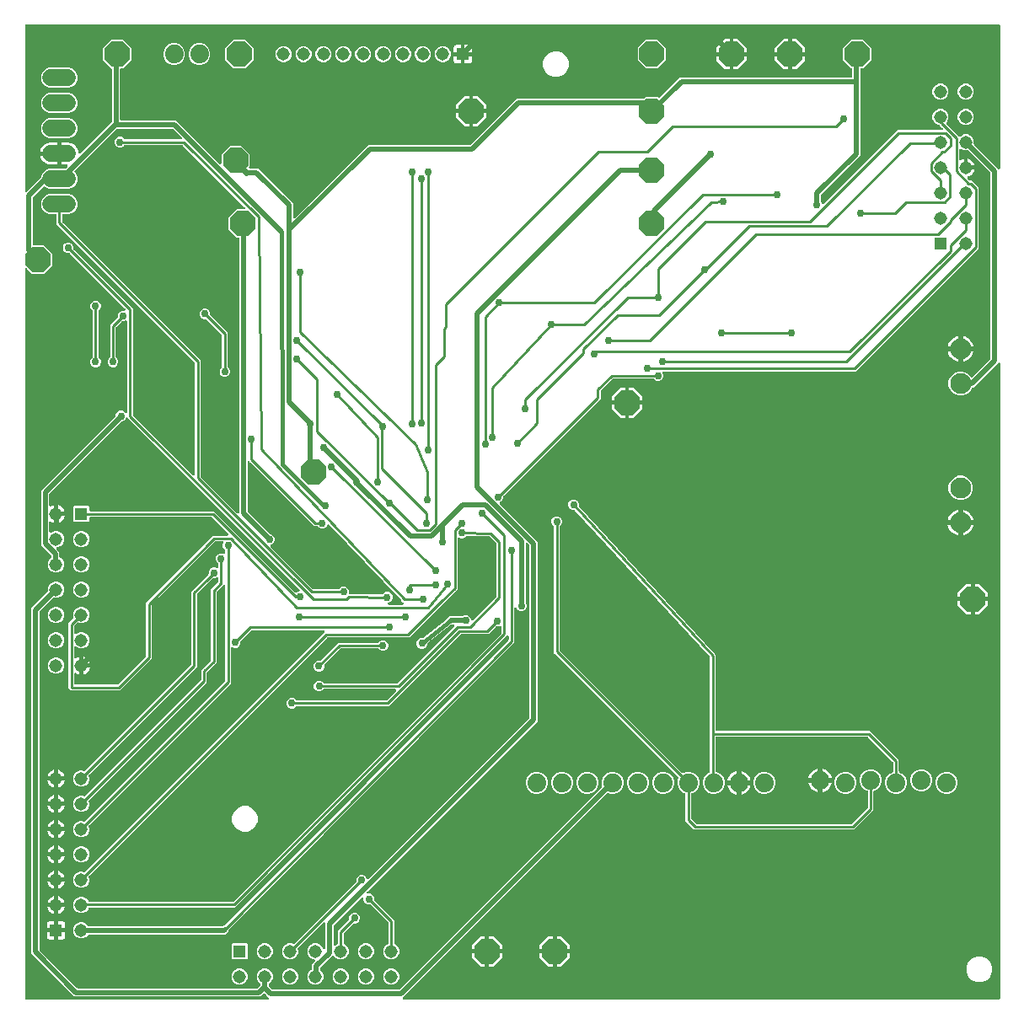
<source format=gbr>
G04 EAGLE Gerber RS-274X export*
G75*
%MOMM*%
%FSLAX34Y34*%
%LPD*%
%INBottom Copper*%
%IPPOS*%
%AMOC8*
5,1,8,0,0,1.08239X$1,22.5*%
G01*
%ADD10P,2.749271X8X22.500000*%
%ADD11C,2.100000*%
%ADD12R,1.308000X1.308000*%
%ADD13C,1.308000*%
%ADD14C,1.879600*%
%ADD15C,1.676400*%
%ADD16C,0.508000*%
%ADD17C,0.756400*%
%ADD18C,0.254000*%
%ADD19C,0.400000*%
%ADD20C,0.609600*%

G36*
X254214Y10178D02*
X254214Y10178D01*
X254353Y10191D01*
X254372Y10198D01*
X254392Y10201D01*
X254521Y10252D01*
X254652Y10299D01*
X254669Y10310D01*
X254688Y10318D01*
X254800Y10399D01*
X254915Y10477D01*
X254929Y10493D01*
X254945Y10504D01*
X255034Y10612D01*
X255126Y10716D01*
X255135Y10734D01*
X255148Y10749D01*
X255207Y10875D01*
X255270Y10999D01*
X255275Y11019D01*
X255284Y11037D01*
X255310Y11173D01*
X255340Y11309D01*
X255340Y11330D01*
X255343Y11349D01*
X255335Y11488D01*
X255330Y11627D01*
X255325Y11647D01*
X255324Y11667D01*
X255281Y11799D01*
X255242Y11933D01*
X255232Y11950D01*
X255226Y11969D01*
X255151Y12087D01*
X255081Y12207D01*
X255062Y12228D01*
X255055Y12238D01*
X255040Y12252D01*
X254974Y12327D01*
X252612Y14690D01*
X251502Y15799D01*
X251408Y15872D01*
X251319Y15951D01*
X251283Y15969D01*
X251251Y15994D01*
X251142Y16041D01*
X251036Y16095D01*
X250997Y16104D01*
X250959Y16120D01*
X250842Y16139D01*
X250726Y16165D01*
X250685Y16164D01*
X250645Y16170D01*
X250527Y16159D01*
X250408Y16155D01*
X250369Y16144D01*
X250329Y16140D01*
X250216Y16100D01*
X250102Y16067D01*
X250067Y16047D01*
X250029Y16033D01*
X249931Y15966D01*
X249828Y15905D01*
X249783Y15866D01*
X249766Y15854D01*
X249753Y15839D01*
X249707Y15799D01*
X247116Y13207D01*
X59615Y13207D01*
X16415Y56407D01*
X16415Y403164D01*
X32964Y419712D01*
X33024Y419790D01*
X33092Y419862D01*
X33121Y419915D01*
X33158Y419963D01*
X33198Y420054D01*
X33246Y420141D01*
X33261Y420199D01*
X33285Y420255D01*
X33300Y420353D01*
X33325Y420449D01*
X33331Y420549D01*
X33335Y420569D01*
X33333Y420581D01*
X33335Y420609D01*
X33335Y423604D01*
X34563Y426568D01*
X36832Y428837D01*
X39796Y430065D01*
X43004Y430065D01*
X45968Y428837D01*
X48237Y426568D01*
X49465Y423604D01*
X49465Y420396D01*
X48237Y417432D01*
X45968Y415163D01*
X43004Y413935D01*
X39796Y413935D01*
X39793Y413936D01*
X39765Y413944D01*
X39738Y413958D01*
X39612Y413986D01*
X39486Y414020D01*
X39457Y414021D01*
X39428Y414027D01*
X39298Y414023D01*
X39168Y414025D01*
X39140Y414019D01*
X39110Y414018D01*
X38985Y413982D01*
X38859Y413951D01*
X38833Y413937D01*
X38805Y413929D01*
X38693Y413863D01*
X38578Y413803D01*
X38556Y413783D01*
X38531Y413768D01*
X38410Y413661D01*
X24916Y400168D01*
X24856Y400090D01*
X24788Y400018D01*
X24759Y399965D01*
X24722Y399917D01*
X24682Y399826D01*
X24634Y399739D01*
X24619Y399681D01*
X24595Y399625D01*
X24580Y399527D01*
X24555Y399431D01*
X24549Y399331D01*
X24545Y399311D01*
X24547Y399299D01*
X24545Y399271D01*
X24545Y60300D01*
X24557Y60202D01*
X24560Y60103D01*
X24577Y60045D01*
X24585Y59985D01*
X24621Y59892D01*
X24649Y59797D01*
X24679Y59745D01*
X24702Y59689D01*
X24760Y59609D01*
X24810Y59523D01*
X24876Y59448D01*
X24888Y59432D01*
X24898Y59424D01*
X24916Y59403D01*
X62611Y21708D01*
X62689Y21648D01*
X62761Y21580D01*
X62814Y21551D01*
X62862Y21514D01*
X62953Y21474D01*
X63039Y21426D01*
X63098Y21411D01*
X63154Y21387D01*
X63252Y21372D01*
X63347Y21347D01*
X63447Y21341D01*
X63468Y21337D01*
X63480Y21339D01*
X63508Y21337D01*
X243223Y21337D01*
X243321Y21349D01*
X243420Y21352D01*
X243478Y21369D01*
X243538Y21377D01*
X243630Y21413D01*
X243725Y21441D01*
X243777Y21471D01*
X243834Y21494D01*
X243914Y21552D01*
X243999Y21602D01*
X244075Y21668D01*
X244091Y21680D01*
X244099Y21690D01*
X244120Y21708D01*
X246764Y24352D01*
X246824Y24430D01*
X246892Y24502D01*
X246921Y24555D01*
X246958Y24603D01*
X246998Y24694D01*
X247046Y24781D01*
X247061Y24839D01*
X247085Y24895D01*
X247100Y24993D01*
X247125Y25089D01*
X247131Y25189D01*
X247135Y25209D01*
X247133Y25221D01*
X247135Y25249D01*
X247135Y25334D01*
X247123Y25432D01*
X247120Y25531D01*
X247103Y25589D01*
X247095Y25649D01*
X247059Y25741D01*
X247031Y25836D01*
X247001Y25889D01*
X246978Y25945D01*
X246920Y26025D01*
X246870Y26110D01*
X246804Y26186D01*
X246792Y26202D01*
X246782Y26210D01*
X246764Y26231D01*
X244363Y28632D01*
X243135Y31596D01*
X243135Y34804D01*
X244363Y37768D01*
X246632Y40037D01*
X249596Y41265D01*
X252804Y41265D01*
X255768Y40037D01*
X258037Y37768D01*
X259265Y34804D01*
X259265Y31596D01*
X258037Y28632D01*
X255636Y26231D01*
X255576Y26153D01*
X255508Y26081D01*
X255479Y26028D01*
X255442Y25980D01*
X255402Y25889D01*
X255354Y25802D01*
X255339Y25744D01*
X255315Y25688D01*
X255300Y25590D01*
X255275Y25494D01*
X255269Y25394D01*
X255265Y25374D01*
X255267Y25362D01*
X255265Y25334D01*
X255265Y24059D01*
X255277Y23961D01*
X255280Y23862D01*
X255297Y23804D01*
X255305Y23744D01*
X255341Y23652D01*
X255369Y23557D01*
X255399Y23505D01*
X255422Y23448D01*
X255480Y23368D01*
X255530Y23283D01*
X255596Y23207D01*
X255608Y23191D01*
X255618Y23183D01*
X255636Y23162D01*
X258360Y20438D01*
X258438Y20378D01*
X258510Y20310D01*
X258563Y20281D01*
X258611Y20244D01*
X258702Y20204D01*
X258789Y20156D01*
X258847Y20141D01*
X258903Y20117D01*
X259001Y20102D01*
X259097Y20077D01*
X259197Y20071D01*
X259217Y20067D01*
X259229Y20069D01*
X259257Y20067D01*
X385649Y20067D01*
X385747Y20079D01*
X385846Y20082D01*
X385904Y20099D01*
X385964Y20107D01*
X386056Y20143D01*
X386151Y20171D01*
X386203Y20201D01*
X386260Y20224D01*
X386340Y20282D01*
X386425Y20332D01*
X386501Y20398D01*
X386517Y20410D01*
X386525Y20420D01*
X386546Y20438D01*
X589597Y223490D01*
X589616Y223513D01*
X589638Y223532D01*
X589713Y223638D01*
X589792Y223741D01*
X589804Y223768D01*
X589821Y223792D01*
X589867Y223914D01*
X589919Y224033D01*
X589923Y224062D01*
X589934Y224090D01*
X589948Y224219D01*
X589969Y224347D01*
X589966Y224376D01*
X589969Y224406D01*
X589951Y224534D01*
X589939Y224664D01*
X589929Y224691D01*
X589925Y224721D01*
X589873Y224873D01*
X589477Y225827D01*
X589477Y230173D01*
X591140Y234187D01*
X594213Y237260D01*
X598227Y238923D01*
X602573Y238923D01*
X606587Y237260D01*
X609660Y234187D01*
X611323Y230173D01*
X611323Y225827D01*
X609660Y221813D01*
X606587Y218740D01*
X602573Y217077D01*
X598227Y217077D01*
X596504Y217791D01*
X596475Y217799D01*
X596449Y217812D01*
X596322Y217841D01*
X596197Y217875D01*
X596167Y217876D01*
X596139Y217882D01*
X596009Y217878D01*
X595879Y217880D01*
X595850Y217873D01*
X595821Y217872D01*
X595696Y217836D01*
X595570Y217806D01*
X595544Y217792D01*
X595515Y217784D01*
X595404Y217718D01*
X595289Y217657D01*
X595267Y217638D01*
X595241Y217622D01*
X595120Y217516D01*
X389932Y12327D01*
X389847Y12218D01*
X389758Y12111D01*
X389749Y12092D01*
X389737Y12076D01*
X389681Y11948D01*
X389622Y11823D01*
X389619Y11803D01*
X389611Y11784D01*
X389589Y11646D01*
X389563Y11510D01*
X389564Y11490D01*
X389561Y11470D01*
X389574Y11331D01*
X389582Y11193D01*
X389589Y11174D01*
X389591Y11154D01*
X389638Y11022D01*
X389680Y10891D01*
X389691Y10873D01*
X389698Y10854D01*
X389776Y10739D01*
X389851Y10622D01*
X389865Y10608D01*
X389877Y10591D01*
X389981Y10499D01*
X390082Y10404D01*
X390100Y10394D01*
X390115Y10381D01*
X390239Y10317D01*
X390361Y10250D01*
X390380Y10245D01*
X390398Y10236D01*
X390534Y10206D01*
X390669Y10171D01*
X390697Y10169D01*
X390709Y10166D01*
X390729Y10167D01*
X390829Y10161D01*
X988570Y10161D01*
X988688Y10176D01*
X988807Y10183D01*
X988845Y10196D01*
X988886Y10201D01*
X988996Y10244D01*
X989109Y10281D01*
X989144Y10303D01*
X989181Y10318D01*
X989277Y10387D01*
X989378Y10451D01*
X989406Y10481D01*
X989439Y10504D01*
X989515Y10596D01*
X989596Y10683D01*
X989616Y10718D01*
X989641Y10749D01*
X989692Y10857D01*
X989750Y10961D01*
X989760Y11001D01*
X989777Y11037D01*
X989799Y11154D01*
X989829Y11269D01*
X989833Y11329D01*
X989837Y11349D01*
X989835Y11370D01*
X989839Y11430D01*
X989839Y648795D01*
X989822Y648932D01*
X989809Y649071D01*
X989802Y649090D01*
X989799Y649110D01*
X989748Y649239D01*
X989701Y649370D01*
X989690Y649387D01*
X989682Y649406D01*
X989601Y649518D01*
X989523Y649633D01*
X989507Y649647D01*
X989496Y649663D01*
X989388Y649752D01*
X989284Y649844D01*
X989266Y649853D01*
X989251Y649866D01*
X989125Y649925D01*
X989001Y649988D01*
X988981Y649993D01*
X988963Y650002D01*
X988827Y650028D01*
X988691Y650058D01*
X988670Y650058D01*
X988651Y650061D01*
X988512Y650053D01*
X988373Y650048D01*
X988353Y650043D01*
X988333Y650042D01*
X988201Y649999D01*
X988067Y649960D01*
X988050Y649950D01*
X988031Y649944D01*
X987913Y649869D01*
X987793Y649799D01*
X987772Y649780D01*
X987762Y649773D01*
X987748Y649758D01*
X987673Y649692D01*
X985308Y647328D01*
X963016Y625035D01*
X962180Y625035D01*
X962151Y625032D01*
X962121Y625034D01*
X961993Y625012D01*
X961864Y624995D01*
X961837Y624985D01*
X961808Y624980D01*
X961689Y624926D01*
X961569Y624878D01*
X961545Y624861D01*
X961518Y624849D01*
X961416Y624768D01*
X961311Y624692D01*
X961292Y624669D01*
X961269Y624650D01*
X961191Y624547D01*
X961109Y624447D01*
X961096Y624420D01*
X961078Y624396D01*
X961007Y624252D01*
X960194Y622289D01*
X956811Y618906D01*
X952392Y617075D01*
X947608Y617075D01*
X943189Y618906D01*
X939806Y622289D01*
X937975Y626708D01*
X937975Y631492D01*
X939806Y635911D01*
X943189Y639294D01*
X947608Y641125D01*
X952392Y641125D01*
X956811Y639294D01*
X960266Y635839D01*
X960269Y635834D01*
X960304Y635798D01*
X960332Y635757D01*
X960414Y635684D01*
X960491Y635605D01*
X960533Y635579D01*
X960570Y635547D01*
X960668Y635497D01*
X960762Y635439D01*
X960809Y635425D01*
X960854Y635402D01*
X960961Y635378D01*
X961066Y635346D01*
X961115Y635343D01*
X961164Y635332D01*
X961274Y635336D01*
X961383Y635330D01*
X961432Y635340D01*
X961482Y635342D01*
X961587Y635373D01*
X961695Y635395D01*
X961739Y635417D01*
X961787Y635430D01*
X961882Y635486D01*
X961981Y635534D01*
X962018Y635567D01*
X962061Y635592D01*
X962182Y635698D01*
X979560Y653076D01*
X979620Y653154D01*
X979688Y653226D01*
X979717Y653279D01*
X979754Y653327D01*
X979794Y653418D01*
X979842Y653505D01*
X979857Y653563D01*
X979881Y653619D01*
X979896Y653717D01*
X979921Y653813D01*
X979927Y653913D01*
X979931Y653933D01*
X979929Y653945D01*
X979931Y653973D01*
X979931Y840563D01*
X979919Y840661D01*
X979916Y840760D01*
X979899Y840818D01*
X979891Y840878D01*
X979855Y840970D01*
X979827Y841065D01*
X979797Y841117D01*
X979774Y841174D01*
X979716Y841254D01*
X979666Y841339D01*
X979600Y841415D01*
X979588Y841431D01*
X979578Y841439D01*
X979560Y841460D01*
X958056Y862964D01*
X957978Y863024D01*
X957906Y863092D01*
X957853Y863121D01*
X957805Y863158D01*
X957714Y863198D01*
X957627Y863246D01*
X957569Y863261D01*
X957513Y863285D01*
X957415Y863300D01*
X957319Y863325D01*
X957219Y863331D01*
X957199Y863335D01*
X957187Y863333D01*
X957159Y863335D01*
X953796Y863335D01*
X950816Y864570D01*
X950748Y864623D01*
X950641Y864711D01*
X950622Y864720D01*
X950606Y864732D01*
X950478Y864788D01*
X950353Y864847D01*
X950333Y864850D01*
X950314Y864859D01*
X950177Y864880D01*
X950040Y864906D01*
X950020Y864905D01*
X950000Y864908D01*
X949862Y864895D01*
X949723Y864887D01*
X949704Y864880D01*
X949684Y864879D01*
X949553Y864832D01*
X949421Y864789D01*
X949404Y864778D01*
X949384Y864771D01*
X949270Y864693D01*
X949152Y864619D01*
X949138Y864604D01*
X949121Y864592D01*
X949030Y864489D01*
X948934Y864387D01*
X948924Y864369D01*
X948911Y864354D01*
X948848Y864230D01*
X948780Y864108D01*
X948775Y864089D01*
X948766Y864071D01*
X948736Y863935D01*
X948701Y863800D01*
X948699Y863773D01*
X948696Y863761D01*
X948697Y863740D01*
X948691Y863640D01*
X948691Y854841D01*
X948696Y854800D01*
X948693Y854760D01*
X948716Y854643D01*
X948731Y854525D01*
X948746Y854488D01*
X948753Y854448D01*
X948804Y854340D01*
X948848Y854230D01*
X948871Y854197D01*
X948889Y854160D01*
X948965Y854068D01*
X949034Y853972D01*
X949066Y853946D01*
X949092Y853915D01*
X949188Y853845D01*
X949279Y853769D01*
X949316Y853752D01*
X949349Y853728D01*
X949460Y853684D01*
X949567Y853634D01*
X949607Y853626D01*
X949645Y853611D01*
X949763Y853596D01*
X949879Y853574D01*
X949920Y853577D01*
X949960Y853572D01*
X950078Y853587D01*
X950197Y853594D01*
X950236Y853606D01*
X950276Y853612D01*
X950376Y853651D01*
X950404Y853657D01*
X950437Y853672D01*
X950499Y853692D01*
X950533Y853713D01*
X950540Y853716D01*
X950572Y853729D01*
X950593Y853742D01*
X951914Y854415D01*
X953274Y854857D01*
X953401Y854877D01*
X953401Y846730D01*
X953416Y846612D01*
X953423Y846493D01*
X953435Y846455D01*
X953441Y846415D01*
X953484Y846304D01*
X953521Y846191D01*
X953543Y846157D01*
X953558Y846119D01*
X953627Y846023D01*
X953691Y845922D01*
X953721Y845894D01*
X953744Y845862D01*
X953836Y845786D01*
X953923Y845704D01*
X953958Y845685D01*
X953989Y845659D01*
X954097Y845608D01*
X954201Y845551D01*
X954241Y845541D01*
X954277Y845523D01*
X954394Y845501D01*
X954509Y845471D01*
X954569Y845467D01*
X954589Y845464D01*
X954610Y845465D01*
X954670Y845461D01*
X954861Y845461D01*
X954861Y845270D01*
X954876Y845152D01*
X954883Y845033D01*
X954896Y844995D01*
X954901Y844954D01*
X954945Y844844D01*
X954981Y844731D01*
X955003Y844696D01*
X955018Y844659D01*
X955088Y844562D01*
X955151Y844462D01*
X955181Y844434D01*
X955205Y844401D01*
X955296Y844325D01*
X955383Y844244D01*
X955418Y844224D01*
X955450Y844199D01*
X955557Y844148D01*
X955662Y844090D01*
X955701Y844080D01*
X955737Y844063D01*
X955854Y844041D01*
X955970Y844011D01*
X956030Y844007D01*
X956050Y844003D01*
X956070Y844005D01*
X956130Y844001D01*
X964277Y844001D01*
X964257Y843874D01*
X963815Y842514D01*
X963167Y841241D01*
X962326Y840084D01*
X961316Y839074D01*
X960159Y838233D01*
X958886Y837585D01*
X957566Y837156D01*
X957477Y837114D01*
X957383Y837080D01*
X957333Y837046D01*
X957279Y837020D01*
X957202Y836957D01*
X957120Y836901D01*
X957080Y836856D01*
X957034Y836818D01*
X956975Y836737D01*
X956909Y836663D01*
X956882Y836609D01*
X956847Y836561D01*
X956810Y836468D01*
X956765Y836380D01*
X956752Y836321D01*
X956729Y836265D01*
X956717Y836166D01*
X956695Y836069D01*
X956697Y836009D01*
X956689Y835949D01*
X956702Y835851D01*
X956705Y835752D01*
X956722Y835694D01*
X956729Y835634D01*
X956766Y835541D01*
X956793Y835446D01*
X956824Y835394D01*
X956846Y835338D01*
X956904Y835258D01*
X956955Y835172D01*
X957021Y835097D01*
X957033Y835081D01*
X957042Y835073D01*
X957061Y835051D01*
X958874Y833238D01*
X958952Y833178D01*
X959024Y833110D01*
X959077Y833081D01*
X959125Y833044D01*
X959216Y833004D01*
X959303Y832956D01*
X959361Y832941D01*
X959417Y832917D01*
X959515Y832902D01*
X959611Y832877D01*
X959711Y832871D01*
X959731Y832867D01*
X959743Y832869D01*
X959771Y832867D01*
X961278Y832867D01*
X967995Y826150D01*
X967995Y764906D01*
X844438Y641349D01*
X652031Y641349D01*
X651982Y641343D01*
X651932Y641345D01*
X651825Y641323D01*
X651716Y641309D01*
X651670Y641291D01*
X651621Y641281D01*
X651522Y641233D01*
X651420Y641192D01*
X651380Y641163D01*
X651335Y641141D01*
X651252Y641070D01*
X651163Y641006D01*
X651131Y640967D01*
X651093Y640935D01*
X651030Y640845D01*
X650960Y640761D01*
X650939Y640716D01*
X650910Y640675D01*
X650871Y640572D01*
X650824Y640473D01*
X650815Y640424D01*
X650797Y640378D01*
X650785Y640268D01*
X650765Y640161D01*
X650768Y640111D01*
X650762Y640062D01*
X650778Y639953D01*
X650784Y639843D01*
X650800Y639796D01*
X650807Y639747D01*
X650859Y639594D01*
X651483Y638088D01*
X651483Y635976D01*
X650675Y634026D01*
X649182Y632533D01*
X647232Y631725D01*
X645120Y631725D01*
X643170Y632533D01*
X641838Y633866D01*
X641759Y633926D01*
X641687Y633994D01*
X641634Y634023D01*
X641586Y634060D01*
X641495Y634100D01*
X641409Y634148D01*
X641350Y634163D01*
X641294Y634187D01*
X641197Y634202D01*
X641101Y634227D01*
X641001Y634233D01*
X640980Y634237D01*
X640968Y634235D01*
X640940Y634237D01*
X601443Y634237D01*
X601345Y634225D01*
X601246Y634222D01*
X601188Y634205D01*
X601128Y634197D01*
X601036Y634161D01*
X600941Y634133D01*
X600888Y634103D01*
X600832Y634080D01*
X600752Y634022D01*
X600667Y633972D01*
X600591Y633906D01*
X600575Y633894D01*
X600567Y633884D01*
X600546Y633866D01*
X588814Y622134D01*
X588754Y622056D01*
X588686Y621984D01*
X588657Y621931D01*
X588620Y621883D01*
X588580Y621792D01*
X588532Y621705D01*
X588517Y621647D01*
X588493Y621591D01*
X588478Y621493D01*
X588453Y621397D01*
X588447Y621297D01*
X588443Y621277D01*
X588445Y621265D01*
X588443Y621237D01*
X588443Y613954D01*
X491326Y516838D01*
X491266Y516760D01*
X491198Y516688D01*
X491169Y516635D01*
X491132Y516587D01*
X491092Y516496D01*
X491044Y516409D01*
X491029Y516351D01*
X491005Y516295D01*
X490990Y516197D01*
X490965Y516101D01*
X490959Y516001D01*
X490955Y515981D01*
X490957Y515969D01*
X490955Y515941D01*
X490955Y514056D01*
X490147Y512106D01*
X488654Y510613D01*
X487627Y510188D01*
X487584Y510163D01*
X487537Y510146D01*
X487446Y510084D01*
X487350Y510030D01*
X487315Y509996D01*
X487274Y509968D01*
X487201Y509885D01*
X487122Y509809D01*
X487096Y509766D01*
X487063Y509729D01*
X487013Y509631D01*
X486956Y509538D01*
X486941Y509490D01*
X486919Y509446D01*
X486894Y509339D01*
X486862Y509234D01*
X486860Y509184D01*
X486849Y509136D01*
X486852Y509026D01*
X486847Y508916D01*
X486857Y508867D01*
X486859Y508818D01*
X486889Y508712D01*
X486911Y508605D01*
X486933Y508560D01*
X486947Y508512D01*
X487003Y508418D01*
X487051Y508319D01*
X487083Y508281D01*
X487108Y508238D01*
X487215Y508117D01*
X525273Y470060D01*
X525273Y289908D01*
X522520Y287156D01*
X354118Y118753D01*
X354033Y118644D01*
X353944Y118537D01*
X353935Y118518D01*
X353923Y118502D01*
X353867Y118374D01*
X353808Y118249D01*
X353805Y118229D01*
X353797Y118210D01*
X353775Y118072D01*
X353749Y117936D01*
X353750Y117916D01*
X353747Y117896D01*
X353760Y117757D01*
X353768Y117619D01*
X353775Y117600D01*
X353777Y117580D01*
X353824Y117448D01*
X353866Y117317D01*
X353877Y117299D01*
X353884Y117280D01*
X353962Y117165D01*
X354037Y117048D01*
X354051Y117034D01*
X354063Y117017D01*
X354167Y116925D01*
X354268Y116830D01*
X354286Y116820D01*
X354301Y116807D01*
X354425Y116743D01*
X354547Y116676D01*
X354566Y116671D01*
X354584Y116662D01*
X354720Y116632D01*
X354855Y116597D01*
X354883Y116595D01*
X354895Y116592D01*
X354915Y116593D01*
X355015Y116587D01*
X356656Y116587D01*
X358606Y115779D01*
X360099Y114286D01*
X360907Y112336D01*
X360907Y110451D01*
X360919Y110353D01*
X360922Y110254D01*
X360939Y110196D01*
X360947Y110136D01*
X360983Y110044D01*
X361011Y109949D01*
X361041Y109896D01*
X361064Y109840D01*
X361122Y109760D01*
X361172Y109675D01*
X361217Y109624D01*
X361217Y109623D01*
X361218Y109622D01*
X361238Y109599D01*
X361250Y109583D01*
X361260Y109575D01*
X361278Y109554D01*
X380995Y89838D01*
X380995Y67020D01*
X380998Y66990D01*
X380996Y66961D01*
X381018Y66833D01*
X381035Y66704D01*
X381045Y66677D01*
X381050Y66648D01*
X381104Y66529D01*
X381152Y66408D01*
X381169Y66385D01*
X381181Y66358D01*
X381262Y66256D01*
X381338Y66151D01*
X381361Y66132D01*
X381380Y66109D01*
X381483Y66031D01*
X381583Y65948D01*
X381610Y65936D01*
X381634Y65918D01*
X381778Y65847D01*
X382768Y65437D01*
X385037Y63168D01*
X386265Y60204D01*
X386265Y56996D01*
X385037Y54032D01*
X382768Y51763D01*
X379804Y50535D01*
X376596Y50535D01*
X373632Y51763D01*
X371363Y54032D01*
X370135Y56996D01*
X370135Y60204D01*
X371363Y63168D01*
X373632Y65437D01*
X374622Y65847D01*
X374647Y65862D01*
X374675Y65871D01*
X374785Y65940D01*
X374898Y66005D01*
X374919Y66025D01*
X374944Y66041D01*
X375033Y66136D01*
X375126Y66226D01*
X375142Y66251D01*
X375162Y66273D01*
X375225Y66386D01*
X375293Y66497D01*
X375301Y66525D01*
X375316Y66551D01*
X375348Y66677D01*
X375386Y66801D01*
X375388Y66830D01*
X375395Y66859D01*
X375405Y67020D01*
X375405Y86997D01*
X375393Y87095D01*
X375390Y87194D01*
X375373Y87252D01*
X375365Y87312D01*
X375329Y87404D01*
X375301Y87499D01*
X375271Y87552D01*
X375248Y87608D01*
X375190Y87688D01*
X375140Y87773D01*
X375074Y87849D01*
X375062Y87865D01*
X375052Y87873D01*
X375034Y87894D01*
X357326Y105602D01*
X357248Y105662D01*
X357176Y105730D01*
X357123Y105759D01*
X357075Y105796D01*
X356984Y105836D01*
X356897Y105884D01*
X356839Y105899D01*
X356783Y105923D01*
X356685Y105938D01*
X356589Y105963D01*
X356489Y105969D01*
X356469Y105973D01*
X356457Y105971D01*
X356429Y105973D01*
X354544Y105973D01*
X352594Y106781D01*
X351101Y108274D01*
X350293Y110224D01*
X350293Y111865D01*
X350276Y112002D01*
X350263Y112141D01*
X350256Y112160D01*
X350253Y112180D01*
X350202Y112309D01*
X350155Y112440D01*
X350144Y112457D01*
X350136Y112476D01*
X350055Y112588D01*
X349977Y112703D01*
X349961Y112717D01*
X349950Y112733D01*
X349842Y112822D01*
X349738Y112914D01*
X349720Y112923D01*
X349705Y112936D01*
X349579Y112995D01*
X349455Y113058D01*
X349435Y113063D01*
X349417Y113072D01*
X349281Y113098D01*
X349145Y113128D01*
X349124Y113128D01*
X349105Y113131D01*
X348966Y113123D01*
X348827Y113118D01*
X348807Y113113D01*
X348787Y113112D01*
X348655Y113069D01*
X348521Y113030D01*
X348504Y113020D01*
X348485Y113014D01*
X348367Y112939D01*
X348247Y112869D01*
X348226Y112850D01*
X348216Y112843D01*
X348202Y112829D01*
X348127Y112762D01*
X320412Y85048D01*
X320352Y84970D01*
X320284Y84898D01*
X320255Y84845D01*
X320218Y84797D01*
X320178Y84706D01*
X320130Y84619D01*
X320115Y84561D01*
X320091Y84505D01*
X320076Y84407D01*
X320051Y84311D01*
X320045Y84211D01*
X320041Y84191D01*
X320043Y84179D01*
X320041Y84151D01*
X320041Y65710D01*
X320058Y65572D01*
X320071Y65434D01*
X320078Y65415D01*
X320081Y65395D01*
X320132Y65266D01*
X320179Y65135D01*
X320190Y65118D01*
X320198Y65099D01*
X320279Y64987D01*
X320357Y64871D01*
X320373Y64858D01*
X320384Y64842D01*
X320492Y64753D01*
X320596Y64661D01*
X320614Y64652D01*
X320629Y64639D01*
X320755Y64580D01*
X320879Y64516D01*
X320899Y64512D01*
X320917Y64503D01*
X321054Y64477D01*
X321189Y64447D01*
X321210Y64447D01*
X321229Y64444D01*
X321368Y64452D01*
X321507Y64456D01*
X321527Y64462D01*
X321547Y64463D01*
X321679Y64506D01*
X321813Y64545D01*
X321830Y64555D01*
X321849Y64561D01*
X321967Y64636D01*
X322087Y64706D01*
X322108Y64725D01*
X322118Y64731D01*
X322132Y64746D01*
X322207Y64813D01*
X322832Y65437D01*
X323822Y65847D01*
X323847Y65862D01*
X323875Y65871D01*
X323985Y65940D01*
X324098Y66005D01*
X324119Y66025D01*
X324144Y66041D01*
X324233Y66136D01*
X324326Y66226D01*
X324342Y66251D01*
X324362Y66273D01*
X324425Y66386D01*
X324493Y66497D01*
X324501Y66525D01*
X324516Y66551D01*
X324548Y66677D01*
X324586Y66801D01*
X324588Y66830D01*
X324595Y66859D01*
X324605Y67020D01*
X324605Y79318D01*
X335698Y90410D01*
X335758Y90488D01*
X335826Y90560D01*
X335855Y90613D01*
X335892Y90661D01*
X335932Y90752D01*
X335980Y90839D01*
X335995Y90897D01*
X336019Y90953D01*
X336034Y91051D01*
X336059Y91147D01*
X336065Y91247D01*
X336069Y91267D01*
X336067Y91279D01*
X336069Y91307D01*
X336069Y93192D01*
X336877Y95142D01*
X338370Y96635D01*
X340320Y97443D01*
X342432Y97443D01*
X344382Y96635D01*
X345875Y95142D01*
X346683Y93192D01*
X346683Y91080D01*
X345875Y89130D01*
X344382Y87637D01*
X342432Y86829D01*
X340547Y86829D01*
X340449Y86817D01*
X340350Y86814D01*
X340292Y86797D01*
X340232Y86789D01*
X340140Y86753D01*
X340045Y86725D01*
X339992Y86695D01*
X339936Y86672D01*
X339856Y86614D01*
X339771Y86564D01*
X339695Y86498D01*
X339679Y86486D01*
X339671Y86476D01*
X339650Y86458D01*
X330566Y77374D01*
X330506Y77296D01*
X330438Y77224D01*
X330409Y77171D01*
X330372Y77123D01*
X330332Y77032D01*
X330284Y76945D01*
X330269Y76887D01*
X330245Y76831D01*
X330230Y76733D01*
X330205Y76637D01*
X330199Y76537D01*
X330195Y76517D01*
X330197Y76505D01*
X330195Y76477D01*
X330195Y67020D01*
X330198Y66990D01*
X330196Y66961D01*
X330218Y66833D01*
X330235Y66704D01*
X330245Y66677D01*
X330250Y66648D01*
X330304Y66529D01*
X330352Y66408D01*
X330369Y66385D01*
X330381Y66358D01*
X330462Y66256D01*
X330538Y66151D01*
X330561Y66132D01*
X330580Y66109D01*
X330683Y66031D01*
X330783Y65948D01*
X330810Y65936D01*
X330834Y65918D01*
X330978Y65847D01*
X331968Y65437D01*
X334237Y63168D01*
X335465Y60204D01*
X335465Y56996D01*
X334237Y54032D01*
X331968Y51763D01*
X329004Y50535D01*
X325796Y50535D01*
X322832Y51763D01*
X320609Y53986D01*
X320515Y54059D01*
X320426Y54137D01*
X320390Y54156D01*
X320358Y54181D01*
X320248Y54228D01*
X320143Y54282D01*
X320103Y54291D01*
X320066Y54307D01*
X319948Y54326D01*
X319832Y54352D01*
X319792Y54350D01*
X319752Y54357D01*
X319633Y54346D01*
X319514Y54342D01*
X319476Y54331D01*
X319435Y54327D01*
X319323Y54287D01*
X319209Y54254D01*
X319174Y54233D01*
X319136Y54219D01*
X319037Y54153D01*
X318935Y54092D01*
X318890Y54052D01*
X318873Y54041D01*
X318859Y54026D01*
X318814Y53986D01*
X307204Y42376D01*
X307144Y42298D01*
X307076Y42226D01*
X307047Y42173D01*
X307010Y42125D01*
X306970Y42034D01*
X306922Y41947D01*
X306907Y41889D01*
X306883Y41833D01*
X306868Y41735D01*
X306843Y41639D01*
X306837Y41539D01*
X306833Y41519D01*
X306835Y41507D01*
X306833Y41479D01*
X306833Y40298D01*
X306845Y40200D01*
X306848Y40101D01*
X306865Y40043D01*
X306873Y39983D01*
X306909Y39891D01*
X306937Y39796D01*
X306967Y39743D01*
X306990Y39687D01*
X307048Y39607D01*
X307098Y39522D01*
X307164Y39446D01*
X307176Y39430D01*
X307186Y39422D01*
X307204Y39401D01*
X308837Y37768D01*
X310065Y34804D01*
X310065Y31596D01*
X308837Y28632D01*
X306568Y26363D01*
X303604Y25135D01*
X300396Y25135D01*
X297432Y26363D01*
X295163Y28632D01*
X293935Y31596D01*
X293935Y34804D01*
X295163Y37768D01*
X297432Y40037D01*
X297920Y40239D01*
X297945Y40254D01*
X297973Y40263D01*
X298083Y40332D01*
X298196Y40397D01*
X298217Y40417D01*
X298242Y40433D01*
X298331Y40528D01*
X298424Y40618D01*
X298440Y40643D01*
X298460Y40665D01*
X298523Y40778D01*
X298591Y40889D01*
X298599Y40917D01*
X298614Y40943D01*
X298646Y41069D01*
X298684Y41193D01*
X298686Y41222D01*
X298693Y41251D01*
X298703Y41412D01*
X298703Y45372D01*
X301700Y48369D01*
X301785Y48478D01*
X301874Y48585D01*
X301883Y48604D01*
X301895Y48620D01*
X301951Y48748D01*
X302010Y48873D01*
X302013Y48893D01*
X302021Y48912D01*
X302043Y49050D01*
X302069Y49186D01*
X302068Y49206D01*
X302071Y49226D01*
X302058Y49365D01*
X302050Y49503D01*
X302043Y49522D01*
X302041Y49542D01*
X301994Y49674D01*
X301952Y49805D01*
X301941Y49823D01*
X301934Y49842D01*
X301856Y49957D01*
X301781Y50074D01*
X301767Y50088D01*
X301755Y50105D01*
X301651Y50197D01*
X301550Y50292D01*
X301532Y50302D01*
X301517Y50315D01*
X301393Y50379D01*
X301271Y50446D01*
X301252Y50451D01*
X301234Y50460D01*
X301098Y50490D01*
X300963Y50525D01*
X300935Y50527D01*
X300923Y50530D01*
X300903Y50529D01*
X300803Y50535D01*
X300396Y50535D01*
X297432Y51763D01*
X295163Y54032D01*
X293935Y56996D01*
X293935Y60204D01*
X295163Y63168D01*
X297432Y65437D01*
X300396Y66665D01*
X303604Y66665D01*
X306568Y65437D01*
X308837Y63168D01*
X309469Y61641D01*
X309504Y61581D01*
X309530Y61516D01*
X309582Y61443D01*
X309627Y61365D01*
X309675Y61315D01*
X309716Y61259D01*
X309786Y61201D01*
X309848Y61137D01*
X309908Y61100D01*
X309961Y61056D01*
X310043Y61017D01*
X310119Y60971D01*
X310186Y60950D01*
X310249Y60920D01*
X310337Y60903D01*
X310423Y60877D01*
X310493Y60874D01*
X310562Y60860D01*
X310651Y60866D01*
X310741Y60862D01*
X310809Y60876D01*
X310879Y60880D01*
X310964Y60908D01*
X311052Y60926D01*
X311115Y60957D01*
X311181Y60978D01*
X311257Y61026D01*
X311338Y61066D01*
X311391Y61111D01*
X311450Y61148D01*
X311512Y61214D01*
X311580Y61272D01*
X311620Y61329D01*
X311668Y61380D01*
X311711Y61459D01*
X311763Y61532D01*
X311788Y61598D01*
X311822Y61659D01*
X311844Y61745D01*
X311876Y61830D01*
X311884Y61899D01*
X311901Y61966D01*
X311911Y62127D01*
X311911Y86455D01*
X311894Y86592D01*
X311881Y86731D01*
X311874Y86750D01*
X311871Y86770D01*
X311820Y86899D01*
X311773Y87030D01*
X311762Y87047D01*
X311754Y87066D01*
X311673Y87178D01*
X311595Y87293D01*
X311579Y87307D01*
X311568Y87323D01*
X311460Y87412D01*
X311356Y87504D01*
X311338Y87513D01*
X311323Y87526D01*
X311197Y87585D01*
X311073Y87649D01*
X311053Y87653D01*
X311035Y87662D01*
X310899Y87688D01*
X310763Y87718D01*
X310742Y87718D01*
X310723Y87721D01*
X310584Y87713D01*
X310445Y87709D01*
X310425Y87703D01*
X310405Y87702D01*
X310273Y87659D01*
X310139Y87620D01*
X310122Y87610D01*
X310103Y87604D01*
X309985Y87529D01*
X309865Y87459D01*
X309844Y87440D01*
X309834Y87433D01*
X309820Y87419D01*
X309745Y87352D01*
X284659Y62266D01*
X284641Y62243D01*
X284618Y62224D01*
X284543Y62118D01*
X284464Y62015D01*
X284452Y61988D01*
X284435Y61964D01*
X284389Y61843D01*
X284337Y61723D01*
X284333Y61694D01*
X284322Y61666D01*
X284308Y61537D01*
X284288Y61409D01*
X284290Y61380D01*
X284287Y61350D01*
X284305Y61222D01*
X284317Y61092D01*
X284327Y61065D01*
X284331Y61035D01*
X284384Y60883D01*
X284665Y60204D01*
X284665Y56996D01*
X283437Y54032D01*
X281168Y51763D01*
X278204Y50535D01*
X274996Y50535D01*
X272032Y51763D01*
X269763Y54032D01*
X268535Y56996D01*
X268535Y60204D01*
X269763Y63168D01*
X272032Y65437D01*
X274996Y66665D01*
X278204Y66665D01*
X279505Y66126D01*
X279534Y66118D01*
X279560Y66105D01*
X279687Y66076D01*
X279812Y66042D01*
X279842Y66041D01*
X279870Y66035D01*
X280000Y66039D01*
X280130Y66037D01*
X280159Y66044D01*
X280188Y66045D01*
X280313Y66081D01*
X280439Y66111D01*
X280465Y66125D01*
X280494Y66133D01*
X280606Y66199D01*
X280720Y66260D01*
X280742Y66279D01*
X280768Y66294D01*
X280889Y66401D01*
X342810Y128322D01*
X342870Y128400D01*
X342938Y128472D01*
X342967Y128525D01*
X343004Y128573D01*
X343044Y128664D01*
X343092Y128751D01*
X343107Y128809D01*
X343131Y128865D01*
X343146Y128963D01*
X343171Y129059D01*
X343177Y129159D01*
X343181Y129179D01*
X343179Y129191D01*
X343181Y129219D01*
X343181Y131104D01*
X343989Y133054D01*
X345482Y134547D01*
X347432Y135355D01*
X349544Y135355D01*
X351494Y134547D01*
X352987Y133054D01*
X353412Y132027D01*
X353437Y131984D01*
X353454Y131937D01*
X353515Y131846D01*
X353570Y131750D01*
X353605Y131715D01*
X353632Y131674D01*
X353715Y131601D01*
X353791Y131522D01*
X353834Y131496D01*
X353871Y131463D01*
X353969Y131413D01*
X354062Y131356D01*
X354110Y131341D01*
X354154Y131319D01*
X354261Y131294D01*
X354366Y131262D01*
X354416Y131260D01*
X354464Y131249D01*
X354574Y131252D01*
X354684Y131247D01*
X354733Y131257D01*
X354782Y131259D01*
X354888Y131289D01*
X354995Y131311D01*
X355040Y131333D01*
X355088Y131347D01*
X355182Y131403D01*
X355281Y131451D01*
X355319Y131483D01*
X355362Y131508D01*
X355483Y131615D01*
X516772Y292904D01*
X516832Y292982D01*
X516900Y293054D01*
X516929Y293107D01*
X516966Y293155D01*
X517006Y293246D01*
X517054Y293333D01*
X517069Y293391D01*
X517093Y293447D01*
X517108Y293545D01*
X517133Y293641D01*
X517139Y293741D01*
X517143Y293761D01*
X517141Y293773D01*
X517143Y293801D01*
X517143Y466167D01*
X517131Y466265D01*
X517128Y466364D01*
X517111Y466422D01*
X517103Y466482D01*
X517067Y466574D01*
X517039Y466669D01*
X517009Y466721D01*
X516986Y466778D01*
X516928Y466858D01*
X516878Y466943D01*
X516812Y467019D01*
X516800Y467035D01*
X516790Y467043D01*
X516772Y467064D01*
X515247Y468588D01*
X515138Y468673D01*
X515031Y468762D01*
X515012Y468771D01*
X514996Y468783D01*
X514869Y468838D01*
X514743Y468898D01*
X514723Y468901D01*
X514704Y468909D01*
X514566Y468931D01*
X514430Y468957D01*
X514410Y468956D01*
X514390Y468959D01*
X514251Y468946D01*
X514113Y468938D01*
X514094Y468931D01*
X514074Y468929D01*
X513942Y468882D01*
X513811Y468840D01*
X513793Y468829D01*
X513774Y468822D01*
X513659Y468744D01*
X513542Y468669D01*
X513528Y468655D01*
X513511Y468643D01*
X513419Y468539D01*
X513324Y468438D01*
X513314Y468420D01*
X513301Y468405D01*
X513237Y468281D01*
X513170Y468159D01*
X513165Y468140D01*
X513156Y468122D01*
X513126Y467986D01*
X513091Y467851D01*
X513089Y467823D01*
X513086Y467811D01*
X513087Y467791D01*
X513081Y467691D01*
X513081Y409670D01*
X513093Y409571D01*
X513096Y409473D01*
X513113Y409414D01*
X513121Y409354D01*
X513157Y409262D01*
X513185Y409167D01*
X513215Y409115D01*
X513238Y409059D01*
X513296Y408979D01*
X513346Y408893D01*
X513412Y408818D01*
X513424Y408801D01*
X513434Y408793D01*
X513453Y408772D01*
X513515Y408710D01*
X514323Y406760D01*
X514323Y404648D01*
X513515Y402698D01*
X512022Y401205D01*
X510072Y400397D01*
X507960Y400397D01*
X506010Y401205D01*
X504517Y402698D01*
X504237Y403375D01*
X504202Y403436D01*
X504176Y403501D01*
X504124Y403574D01*
X504079Y403652D01*
X504031Y403702D01*
X503990Y403758D01*
X503920Y403815D01*
X503858Y403880D01*
X503798Y403916D01*
X503745Y403961D01*
X503663Y403999D01*
X503587Y404046D01*
X503520Y404067D01*
X503457Y404097D01*
X503369Y404113D01*
X503283Y404140D01*
X503213Y404143D01*
X503144Y404156D01*
X503055Y404151D01*
X502965Y404155D01*
X502897Y404141D01*
X502827Y404137D01*
X502742Y404109D01*
X502654Y404091D01*
X502591Y404060D01*
X502525Y404039D01*
X502449Y403990D01*
X502368Y403951D01*
X502315Y403906D01*
X502256Y403868D01*
X502194Y403803D01*
X502126Y403745D01*
X502086Y403688D01*
X502038Y403637D01*
X501995Y403558D01*
X501943Y403485D01*
X501918Y403419D01*
X501884Y403358D01*
X501862Y403271D01*
X501830Y403187D01*
X501822Y403118D01*
X501805Y403050D01*
X501795Y402890D01*
X501795Y370244D01*
X501795Y370242D01*
X501795Y370240D01*
X501798Y369087D01*
X500983Y368271D01*
X500982Y368270D01*
X500980Y368268D01*
X215282Y80761D01*
X215223Y80684D01*
X215156Y80613D01*
X215126Y80559D01*
X215088Y80509D01*
X215049Y80420D01*
X215002Y80335D01*
X214987Y80274D01*
X214962Y80217D01*
X214947Y80121D01*
X214923Y80027D01*
X214916Y79922D01*
X214913Y79903D01*
X214914Y79891D01*
X214913Y79866D01*
X214913Y78580D01*
X212068Y75735D01*
X74666Y75735D01*
X74568Y75723D01*
X74469Y75720D01*
X74411Y75703D01*
X74351Y75695D01*
X74259Y75659D01*
X74164Y75631D01*
X74111Y75601D01*
X74055Y75578D01*
X73975Y75520D01*
X73890Y75470D01*
X73814Y75404D01*
X73798Y75392D01*
X73790Y75382D01*
X73769Y75364D01*
X71368Y72963D01*
X68404Y71735D01*
X65196Y71735D01*
X62232Y72963D01*
X59963Y75232D01*
X58735Y78196D01*
X58735Y81404D01*
X59963Y84368D01*
X62232Y86637D01*
X65196Y87865D01*
X68404Y87865D01*
X71368Y86637D01*
X73769Y84236D01*
X73847Y84176D01*
X73919Y84108D01*
X73972Y84079D01*
X74020Y84042D01*
X74111Y84002D01*
X74198Y83954D01*
X74256Y83939D01*
X74312Y83915D01*
X74410Y83900D01*
X74506Y83875D01*
X74606Y83869D01*
X74626Y83865D01*
X74638Y83867D01*
X74666Y83865D01*
X208175Y83865D01*
X208273Y83877D01*
X208372Y83880D01*
X208430Y83897D01*
X208490Y83905D01*
X208582Y83941D01*
X208677Y83969D01*
X208729Y83999D01*
X208786Y84022D01*
X208866Y84080D01*
X208951Y84130D01*
X209027Y84196D01*
X209043Y84208D01*
X209051Y84218D01*
X209072Y84236D01*
X209164Y84329D01*
X210419Y84329D01*
X210519Y84341D01*
X210620Y84345D01*
X210677Y84361D01*
X210735Y84369D01*
X210829Y84406D01*
X210926Y84434D01*
X210976Y84464D01*
X211030Y84486D01*
X211112Y84545D01*
X211199Y84597D01*
X211271Y84660D01*
X211288Y84672D01*
X211296Y84683D01*
X211319Y84703D01*
X495836Y371022D01*
X495895Y371099D01*
X495962Y371169D01*
X495992Y371224D01*
X496030Y371274D01*
X496069Y371363D01*
X496116Y371448D01*
X496131Y371508D01*
X496156Y371566D01*
X496171Y371662D01*
X496195Y371756D01*
X496202Y371861D01*
X496205Y371880D01*
X496204Y371891D01*
X496205Y371917D01*
X496205Y374701D01*
X496188Y374838D01*
X496175Y374977D01*
X496168Y374996D01*
X496165Y375016D01*
X496114Y375145D01*
X496067Y375276D01*
X496056Y375293D01*
X496048Y375312D01*
X495967Y375424D01*
X495889Y375539D01*
X495873Y375553D01*
X495862Y375569D01*
X495754Y375658D01*
X495650Y375750D01*
X495632Y375759D01*
X495617Y375772D01*
X495491Y375831D01*
X495367Y375895D01*
X495347Y375899D01*
X495329Y375908D01*
X495193Y375934D01*
X495057Y375964D01*
X495036Y375964D01*
X495017Y375967D01*
X494878Y375959D01*
X494739Y375955D01*
X494719Y375949D01*
X494699Y375948D01*
X494567Y375905D01*
X494433Y375866D01*
X494416Y375856D01*
X494397Y375850D01*
X494279Y375775D01*
X494159Y375705D01*
X494138Y375686D01*
X494128Y375679D01*
X494114Y375665D01*
X494039Y375598D01*
X223318Y104878D01*
X221310Y102869D01*
X75412Y102869D01*
X75383Y102866D01*
X75353Y102868D01*
X75225Y102846D01*
X75096Y102829D01*
X75069Y102819D01*
X75040Y102814D01*
X74921Y102760D01*
X74801Y102712D01*
X74777Y102695D01*
X74750Y102683D01*
X74648Y102602D01*
X74543Y102526D01*
X74524Y102503D01*
X74501Y102484D01*
X74423Y102381D01*
X74341Y102281D01*
X74328Y102254D01*
X74310Y102230D01*
X74239Y102086D01*
X73637Y100632D01*
X71368Y98363D01*
X68404Y97135D01*
X65196Y97135D01*
X62232Y98363D01*
X59963Y100632D01*
X58735Y103596D01*
X58735Y106804D01*
X59963Y109768D01*
X62232Y112037D01*
X65196Y113265D01*
X68404Y113265D01*
X71368Y112037D01*
X73637Y109768D01*
X73855Y109242D01*
X73869Y109217D01*
X73879Y109189D01*
X73948Y109079D01*
X74012Y108966D01*
X74033Y108945D01*
X74049Y108920D01*
X74143Y108831D01*
X74234Y108738D01*
X74259Y108722D01*
X74280Y108702D01*
X74394Y108639D01*
X74505Y108571D01*
X74533Y108563D01*
X74559Y108548D01*
X74684Y108516D01*
X74809Y108478D01*
X74838Y108476D01*
X74867Y108469D01*
X75027Y108459D01*
X218469Y108459D01*
X218567Y108471D01*
X218666Y108474D01*
X218724Y108491D01*
X218784Y108499D01*
X218876Y108535D01*
X218971Y108563D01*
X219024Y108593D01*
X219080Y108616D01*
X219160Y108674D01*
X219245Y108724D01*
X219321Y108790D01*
X219337Y108802D01*
X219345Y108812D01*
X219366Y108830D01*
X488578Y378042D01*
X488638Y378120D01*
X488706Y378192D01*
X488735Y378245D01*
X488772Y378293D01*
X488812Y378384D01*
X488860Y378471D01*
X488875Y378529D01*
X488899Y378585D01*
X488914Y378683D01*
X488939Y378779D01*
X488945Y378879D01*
X488949Y378899D01*
X488947Y378911D01*
X488949Y378939D01*
X488949Y384449D01*
X488943Y384498D01*
X488945Y384548D01*
X488923Y384655D01*
X488909Y384764D01*
X488891Y384810D01*
X488881Y384859D01*
X488833Y384958D01*
X488792Y385060D01*
X488763Y385100D01*
X488741Y385145D01*
X488670Y385228D01*
X488606Y385317D01*
X488567Y385349D01*
X488535Y385387D01*
X488445Y385450D01*
X488361Y385520D01*
X488316Y385541D01*
X488275Y385570D01*
X488172Y385609D01*
X488073Y385656D01*
X488024Y385665D01*
X487978Y385683D01*
X487868Y385695D01*
X487761Y385715D01*
X487711Y385712D01*
X487662Y385718D01*
X487553Y385702D01*
X487443Y385696D01*
X487396Y385680D01*
X487347Y385673D01*
X487194Y385621D01*
X485688Y384997D01*
X483803Y384997D01*
X483705Y384985D01*
X483606Y384982D01*
X483548Y384965D01*
X483488Y384957D01*
X483396Y384921D01*
X483301Y384893D01*
X483248Y384863D01*
X483192Y384840D01*
X483112Y384782D01*
X483027Y384732D01*
X482951Y384666D01*
X482935Y384654D01*
X482927Y384644D01*
X482906Y384626D01*
X475790Y377509D01*
X448563Y377509D01*
X448465Y377497D01*
X448366Y377494D01*
X448308Y377477D01*
X448248Y377469D01*
X448156Y377433D01*
X448061Y377405D01*
X448008Y377375D01*
X447952Y377352D01*
X447872Y377294D01*
X447787Y377244D01*
X447711Y377178D01*
X447695Y377166D01*
X447687Y377156D01*
X447666Y377138D01*
X375742Y305213D01*
X283620Y305213D01*
X283522Y305201D01*
X283423Y305198D01*
X283364Y305181D01*
X283304Y305173D01*
X283212Y305137D01*
X283117Y305109D01*
X283065Y305079D01*
X283009Y305056D01*
X282929Y304998D01*
X282843Y304948D01*
X282768Y304882D01*
X282751Y304870D01*
X282744Y304860D01*
X282722Y304842D01*
X281390Y303509D01*
X279440Y302701D01*
X277328Y302701D01*
X275378Y303509D01*
X273885Y305002D01*
X273077Y306952D01*
X273077Y309064D01*
X273885Y311014D01*
X275378Y312507D01*
X277328Y313315D01*
X279440Y313315D01*
X281390Y312507D01*
X282722Y311174D01*
X282801Y311114D01*
X282873Y311046D01*
X282926Y311017D01*
X282974Y310980D01*
X283065Y310940D01*
X283151Y310892D01*
X283210Y310877D01*
X283266Y310853D01*
X283363Y310838D01*
X283459Y310813D01*
X283559Y310807D01*
X283580Y310803D01*
X283592Y310805D01*
X283620Y310803D01*
X372901Y310803D01*
X372999Y310815D01*
X373098Y310818D01*
X373156Y310835D01*
X373216Y310843D01*
X373308Y310879D01*
X373403Y310907D01*
X373456Y310937D01*
X373512Y310960D01*
X373592Y311018D01*
X373677Y311068D01*
X373753Y311134D01*
X373769Y311146D01*
X373777Y311156D01*
X373798Y311174D01*
X382782Y320159D01*
X382867Y320268D01*
X382956Y320375D01*
X382965Y320394D01*
X382977Y320410D01*
X383033Y320538D01*
X383092Y320663D01*
X383095Y320683D01*
X383103Y320702D01*
X383125Y320840D01*
X383151Y320976D01*
X383150Y320996D01*
X383153Y321016D01*
X383140Y321155D01*
X383132Y321293D01*
X383125Y321312D01*
X383124Y321332D01*
X383076Y321464D01*
X383034Y321595D01*
X383023Y321613D01*
X383016Y321632D01*
X382938Y321747D01*
X382863Y321864D01*
X382849Y321878D01*
X382837Y321895D01*
X382733Y321987D01*
X382632Y322082D01*
X382614Y322092D01*
X382599Y322105D01*
X382475Y322169D01*
X382353Y322236D01*
X382334Y322241D01*
X382316Y322250D01*
X382180Y322280D01*
X382045Y322315D01*
X382017Y322317D01*
X382005Y322320D01*
X381985Y322319D01*
X381885Y322325D01*
X310892Y322325D01*
X310794Y322313D01*
X310695Y322310D01*
X310636Y322293D01*
X310576Y322285D01*
X310484Y322249D01*
X310389Y322221D01*
X310337Y322191D01*
X310281Y322168D01*
X310201Y322110D01*
X310115Y322060D01*
X310040Y321994D01*
X310023Y321982D01*
X310016Y321972D01*
X309994Y321954D01*
X308662Y320621D01*
X306712Y319813D01*
X304600Y319813D01*
X302650Y320621D01*
X301157Y322114D01*
X300349Y324064D01*
X300349Y326176D01*
X301157Y328126D01*
X302650Y329619D01*
X304600Y330427D01*
X306712Y330427D01*
X308662Y329619D01*
X309994Y328286D01*
X310073Y328226D01*
X310145Y328158D01*
X310198Y328129D01*
X310246Y328092D01*
X310337Y328052D01*
X310423Y328004D01*
X310482Y327989D01*
X310538Y327965D01*
X310635Y327950D01*
X310731Y327925D01*
X310831Y327919D01*
X310852Y327915D01*
X310864Y327917D01*
X310892Y327915D01*
X383917Y327915D01*
X384015Y327927D01*
X384114Y327930D01*
X384172Y327947D01*
X384232Y327955D01*
X384324Y327991D01*
X384419Y328019D01*
X384472Y328049D01*
X384528Y328072D01*
X384608Y328130D01*
X384693Y328180D01*
X384769Y328246D01*
X384785Y328258D01*
X384793Y328268D01*
X384814Y328286D01*
X441296Y384769D01*
X441381Y384878D01*
X441470Y384985D01*
X441479Y385004D01*
X441491Y385020D01*
X441547Y385148D01*
X441606Y385273D01*
X441609Y385293D01*
X441617Y385312D01*
X441639Y385450D01*
X441665Y385586D01*
X441664Y385606D01*
X441667Y385626D01*
X441654Y385765D01*
X441646Y385903D01*
X441639Y385922D01*
X441638Y385942D01*
X441590Y386074D01*
X441548Y386205D01*
X441537Y386223D01*
X441530Y386242D01*
X441452Y386357D01*
X441377Y386474D01*
X441363Y386488D01*
X441351Y386505D01*
X441247Y386597D01*
X441146Y386692D01*
X441128Y386702D01*
X441113Y386715D01*
X440989Y386778D01*
X440867Y386846D01*
X440848Y386851D01*
X440830Y386860D01*
X440694Y386890D01*
X440559Y386925D01*
X440531Y386927D01*
X440519Y386930D01*
X440499Y386929D01*
X440399Y386935D01*
X438989Y386935D01*
X438963Y386932D01*
X438937Y386934D01*
X438806Y386912D01*
X438674Y386895D01*
X438649Y386886D01*
X438624Y386881D01*
X438502Y386827D01*
X438378Y386778D01*
X438357Y386763D01*
X438333Y386752D01*
X438201Y386660D01*
X414787Y368091D01*
X414778Y368082D01*
X414768Y368076D01*
X414668Y367969D01*
X414565Y367864D01*
X414559Y367853D01*
X414550Y367844D01*
X414479Y367715D01*
X414406Y367588D01*
X414402Y367576D01*
X414396Y367565D01*
X414360Y367423D01*
X414320Y367282D01*
X414320Y367270D01*
X414317Y367257D01*
X414307Y367097D01*
X414307Y366944D01*
X413499Y364994D01*
X412006Y363501D01*
X410056Y362693D01*
X407944Y362693D01*
X405994Y363501D01*
X404501Y364994D01*
X403693Y366944D01*
X403693Y369056D01*
X404501Y371006D01*
X405994Y372499D01*
X407944Y373307D01*
X409577Y373307D01*
X409603Y373310D01*
X409629Y373308D01*
X409760Y373330D01*
X409892Y373347D01*
X409917Y373356D01*
X409942Y373361D01*
X410064Y373415D01*
X410188Y373464D01*
X410209Y373479D01*
X410233Y373490D01*
X410365Y373582D01*
X433455Y391894D01*
X433464Y391903D01*
X433474Y391910D01*
X433574Y392016D01*
X433677Y392121D01*
X433683Y392132D01*
X433692Y392141D01*
X433763Y392270D01*
X433836Y392397D01*
X433840Y392409D01*
X433846Y392420D01*
X433882Y392562D01*
X433909Y392657D01*
X436316Y395065D01*
X449034Y395065D01*
X449132Y395077D01*
X449231Y395080D01*
X449290Y395097D01*
X449350Y395105D01*
X449442Y395141D01*
X449537Y395169D01*
X449589Y395199D01*
X449645Y395222D01*
X449725Y395280D01*
X449811Y395330D01*
X449886Y395396D01*
X449903Y395408D01*
X449910Y395418D01*
X449932Y395436D01*
X449994Y395499D01*
X451944Y396307D01*
X454056Y396307D01*
X456006Y395499D01*
X457499Y394006D01*
X458397Y391839D01*
X458421Y391796D01*
X458438Y391749D01*
X458500Y391658D01*
X458554Y391563D01*
X458589Y391527D01*
X458617Y391486D01*
X458699Y391413D01*
X458775Y391334D01*
X458818Y391308D01*
X458855Y391275D01*
X458953Y391225D01*
X459046Y391168D01*
X459094Y391153D01*
X459138Y391131D01*
X459245Y391107D01*
X459350Y391074D01*
X459400Y391072D01*
X459449Y391061D01*
X459559Y391064D01*
X459668Y391059D01*
X459717Y391069D01*
X459766Y391071D01*
X459872Y391101D01*
X459980Y391123D01*
X460024Y391145D01*
X460072Y391159D01*
X460166Y391215D01*
X460265Y391263D01*
X460303Y391295D01*
X460346Y391321D01*
X460467Y391427D01*
X483498Y414458D01*
X483558Y414536D01*
X483626Y414608D01*
X483655Y414661D01*
X483692Y414709D01*
X483732Y414800D01*
X483780Y414887D01*
X483795Y414945D01*
X483819Y415001D01*
X483834Y415099D01*
X483859Y415195D01*
X483865Y415295D01*
X483869Y415315D01*
X483867Y415327D01*
X483869Y415355D01*
X483869Y468085D01*
X483857Y468183D01*
X483854Y468282D01*
X483837Y468340D01*
X483829Y468400D01*
X483793Y468492D01*
X483765Y468587D01*
X483735Y468640D01*
X483712Y468696D01*
X483654Y468776D01*
X483604Y468861D01*
X483538Y468937D01*
X483526Y468953D01*
X483516Y468961D01*
X483498Y468982D01*
X477086Y475394D01*
X477015Y475449D01*
X476950Y475511D01*
X476890Y475546D01*
X476835Y475589D01*
X476752Y475624D01*
X476674Y475669D01*
X476607Y475687D01*
X476543Y475715D01*
X476454Y475729D01*
X476367Y475753D01*
X476244Y475762D01*
X476229Y475765D01*
X476222Y475764D01*
X476207Y475765D01*
X454252Y476081D01*
X454144Y476069D01*
X454036Y476065D01*
X453987Y476051D01*
X453935Y476045D01*
X453835Y476007D01*
X453731Y475977D01*
X453686Y475951D01*
X453638Y475933D01*
X453550Y475870D01*
X453457Y475815D01*
X453396Y475762D01*
X453378Y475749D01*
X453367Y475737D01*
X453336Y475709D01*
X452078Y474451D01*
X450128Y473643D01*
X448016Y473643D01*
X446510Y474267D01*
X446462Y474280D01*
X446417Y474302D01*
X446309Y474322D01*
X446203Y474351D01*
X446153Y474352D01*
X446104Y474361D01*
X445995Y474355D01*
X445885Y474356D01*
X445837Y474345D01*
X445787Y474342D01*
X445683Y474308D01*
X445576Y474282D01*
X445532Y474259D01*
X445485Y474244D01*
X445392Y474185D01*
X445295Y474133D01*
X445258Y474100D01*
X445216Y474073D01*
X445141Y473993D01*
X445059Y473920D01*
X445032Y473878D01*
X444998Y473842D01*
X444945Y473746D01*
X444885Y473654D01*
X444868Y473607D01*
X444844Y473563D01*
X444817Y473457D01*
X444781Y473353D01*
X444777Y473303D01*
X444765Y473255D01*
X444755Y473095D01*
X444755Y422514D01*
X396382Y374141D01*
X314611Y374141D01*
X314513Y374129D01*
X314414Y374126D01*
X314356Y374109D01*
X314296Y374101D01*
X314204Y374065D01*
X314109Y374037D01*
X314056Y374007D01*
X314000Y373984D01*
X313920Y373926D01*
X313835Y373876D01*
X313759Y373810D01*
X313743Y373798D01*
X313735Y373788D01*
X313714Y373770D01*
X74669Y134725D01*
X74651Y134701D01*
X74628Y134682D01*
X74553Y134576D01*
X74474Y134473D01*
X74462Y134446D01*
X74445Y134422D01*
X74399Y134301D01*
X74348Y134181D01*
X74343Y134152D01*
X74332Y134125D01*
X74318Y133996D01*
X74298Y133867D01*
X74301Y133838D01*
X74297Y133809D01*
X74315Y133680D01*
X74328Y133551D01*
X74338Y133523D01*
X74342Y133494D01*
X74394Y133341D01*
X74865Y132204D01*
X74865Y128996D01*
X73637Y126032D01*
X71368Y123763D01*
X68404Y122535D01*
X65196Y122535D01*
X62232Y123763D01*
X59963Y126032D01*
X58735Y128996D01*
X58735Y132204D01*
X59963Y135168D01*
X62232Y137437D01*
X65196Y138665D01*
X68404Y138665D01*
X69247Y138316D01*
X69276Y138308D01*
X69302Y138294D01*
X69429Y138266D01*
X69554Y138232D01*
X69583Y138231D01*
X69612Y138225D01*
X69742Y138229D01*
X69872Y138227D01*
X69901Y138233D01*
X69930Y138234D01*
X70055Y138270D01*
X70181Y138301D01*
X70207Y138315D01*
X70236Y138323D01*
X70347Y138389D01*
X70462Y138449D01*
X70484Y138469D01*
X70510Y138484D01*
X70630Y138591D01*
X311126Y379087D01*
X311211Y379196D01*
X311300Y379303D01*
X311309Y379322D01*
X311321Y379338D01*
X311377Y379466D01*
X311436Y379591D01*
X311439Y379611D01*
X311447Y379630D01*
X311469Y379768D01*
X311495Y379904D01*
X311494Y379924D01*
X311497Y379944D01*
X311484Y380083D01*
X311476Y380221D01*
X311469Y380240D01*
X311468Y380260D01*
X311420Y380392D01*
X311378Y380523D01*
X311367Y380541D01*
X311360Y380560D01*
X311282Y380675D01*
X311207Y380792D01*
X311193Y380806D01*
X311181Y380823D01*
X311077Y380915D01*
X310976Y381010D01*
X310958Y381020D01*
X310943Y381033D01*
X310819Y381096D01*
X310697Y381164D01*
X310678Y381169D01*
X310660Y381178D01*
X310524Y381208D01*
X310389Y381243D01*
X310361Y381245D01*
X310349Y381248D01*
X310329Y381247D01*
X310229Y381253D01*
X238411Y381253D01*
X238313Y381241D01*
X238214Y381238D01*
X238156Y381221D01*
X238096Y381213D01*
X238004Y381177D01*
X237909Y381149D01*
X237856Y381119D01*
X237800Y381096D01*
X237720Y381038D01*
X237635Y380988D01*
X237559Y380922D01*
X237543Y380910D01*
X237535Y380900D01*
X237514Y380882D01*
X227166Y370534D01*
X227106Y370456D01*
X227038Y370384D01*
X227009Y370331D01*
X226972Y370283D01*
X226932Y370192D01*
X226884Y370105D01*
X226869Y370047D01*
X226845Y369991D01*
X226830Y369893D01*
X226805Y369797D01*
X226799Y369697D01*
X226795Y369677D01*
X226797Y369665D01*
X226795Y369637D01*
X226795Y367752D01*
X225987Y365802D01*
X224494Y364309D01*
X222544Y363501D01*
X220432Y363501D01*
X218926Y364125D01*
X218878Y364138D01*
X218833Y364160D01*
X218725Y364180D01*
X218619Y364209D01*
X218569Y364210D01*
X218520Y364219D01*
X218411Y364213D01*
X218301Y364214D01*
X218253Y364203D01*
X218203Y364200D01*
X218099Y364166D01*
X217992Y364140D01*
X217948Y364117D01*
X217901Y364102D01*
X217808Y364043D01*
X217711Y363991D01*
X217674Y363958D01*
X217632Y363931D01*
X217557Y363851D01*
X217475Y363778D01*
X217448Y363736D01*
X217414Y363700D01*
X217361Y363604D01*
X217301Y363512D01*
X217284Y363465D01*
X217260Y363421D01*
X217233Y363315D01*
X217197Y363211D01*
X217193Y363161D01*
X217181Y363113D01*
X217171Y362953D01*
X217171Y328026D01*
X74669Y185525D01*
X74651Y185501D01*
X74628Y185482D01*
X74554Y185376D01*
X74474Y185273D01*
X74462Y185246D01*
X74445Y185222D01*
X74399Y185101D01*
X74348Y184981D01*
X74343Y184952D01*
X74332Y184925D01*
X74318Y184796D01*
X74298Y184667D01*
X74301Y184638D01*
X74297Y184609D01*
X74315Y184480D01*
X74328Y184351D01*
X74338Y184323D01*
X74342Y184294D01*
X74394Y184141D01*
X74865Y183004D01*
X74865Y179796D01*
X73637Y176832D01*
X71368Y174563D01*
X68404Y173335D01*
X65196Y173335D01*
X62232Y174563D01*
X59963Y176832D01*
X58735Y179796D01*
X58735Y183004D01*
X59963Y185968D01*
X62232Y188237D01*
X65196Y189465D01*
X68404Y189465D01*
X69247Y189116D01*
X69276Y189108D01*
X69302Y189094D01*
X69429Y189066D01*
X69554Y189032D01*
X69583Y189031D01*
X69612Y189025D01*
X69742Y189029D01*
X69872Y189027D01*
X69901Y189033D01*
X69930Y189034D01*
X70055Y189070D01*
X70181Y189101D01*
X70207Y189115D01*
X70236Y189123D01*
X70347Y189189D01*
X70462Y189249D01*
X70484Y189269D01*
X70510Y189284D01*
X70630Y189391D01*
X211210Y329970D01*
X211270Y330048D01*
X211338Y330120D01*
X211367Y330173D01*
X211404Y330221D01*
X211444Y330312D01*
X211492Y330399D01*
X211507Y330457D01*
X211531Y330513D01*
X211546Y330611D01*
X211571Y330707D01*
X211577Y330807D01*
X211581Y330827D01*
X211579Y330839D01*
X211581Y330867D01*
X211581Y425545D01*
X211564Y425682D01*
X211551Y425821D01*
X211544Y425840D01*
X211541Y425860D01*
X211490Y425989D01*
X211443Y426120D01*
X211432Y426137D01*
X211424Y426156D01*
X211343Y426268D01*
X211265Y426383D01*
X211249Y426397D01*
X211238Y426413D01*
X211130Y426502D01*
X211026Y426594D01*
X211008Y426603D01*
X210993Y426616D01*
X210867Y426675D01*
X210743Y426739D01*
X210723Y426743D01*
X210705Y426752D01*
X210569Y426778D01*
X210433Y426808D01*
X210412Y426808D01*
X210393Y426811D01*
X210254Y426803D01*
X210115Y426799D01*
X210095Y426793D01*
X210075Y426792D01*
X209943Y426749D01*
X209809Y426710D01*
X209792Y426700D01*
X209773Y426694D01*
X209655Y426619D01*
X209535Y426549D01*
X209514Y426530D01*
X209504Y426523D01*
X209490Y426508D01*
X209415Y426442D01*
X203166Y420194D01*
X203106Y420116D01*
X203038Y420044D01*
X203009Y419991D01*
X202972Y419943D01*
X202932Y419852D01*
X202884Y419765D01*
X202869Y419707D01*
X202845Y419651D01*
X202830Y419553D01*
X202805Y419457D01*
X202799Y419357D01*
X202795Y419337D01*
X202797Y419325D01*
X202795Y419297D01*
X202795Y348842D01*
X200786Y346834D01*
X193166Y339214D01*
X193106Y339136D01*
X193038Y339064D01*
X193009Y339011D01*
X192972Y338963D01*
X192932Y338872D01*
X192884Y338785D01*
X192869Y338727D01*
X192845Y338671D01*
X192830Y338573D01*
X192805Y338477D01*
X192799Y338377D01*
X192795Y338357D01*
X192797Y338345D01*
X192795Y338317D01*
X192795Y328842D01*
X190786Y326834D01*
X74730Y210777D01*
X74712Y210754D01*
X74689Y210735D01*
X74615Y210629D01*
X74535Y210526D01*
X74523Y210499D01*
X74506Y210475D01*
X74460Y210354D01*
X74408Y210234D01*
X74404Y210205D01*
X74393Y210178D01*
X74379Y210049D01*
X74359Y209920D01*
X74361Y209891D01*
X74358Y209861D01*
X74376Y209733D01*
X74388Y209604D01*
X74398Y209576D01*
X74403Y209547D01*
X74455Y209394D01*
X74865Y208404D01*
X74865Y205196D01*
X73637Y202232D01*
X71368Y199963D01*
X68404Y198735D01*
X65196Y198735D01*
X62232Y199963D01*
X59963Y202232D01*
X58735Y205196D01*
X58735Y208404D01*
X59963Y211368D01*
X62232Y213637D01*
X65196Y214865D01*
X68404Y214865D01*
X69394Y214455D01*
X69423Y214447D01*
X69449Y214433D01*
X69576Y214405D01*
X69701Y214371D01*
X69730Y214370D01*
X69759Y214364D01*
X69889Y214368D01*
X70019Y214366D01*
X70048Y214373D01*
X70077Y214373D01*
X70202Y214409D01*
X70328Y214440D01*
X70354Y214454D01*
X70383Y214462D01*
X70495Y214528D01*
X70609Y214589D01*
X70631Y214608D01*
X70657Y214623D01*
X70777Y214730D01*
X186834Y330786D01*
X186894Y330864D01*
X186962Y330936D01*
X186991Y330989D01*
X187028Y331037D01*
X187068Y331128D01*
X187116Y331215D01*
X187131Y331273D01*
X187155Y331329D01*
X187170Y331427D01*
X187195Y331523D01*
X187201Y331623D01*
X187205Y331643D01*
X187203Y331655D01*
X187205Y331683D01*
X187205Y341158D01*
X196834Y350786D01*
X196894Y350864D01*
X196962Y350936D01*
X196991Y350989D01*
X197028Y351037D01*
X197068Y351128D01*
X197116Y351215D01*
X197131Y351273D01*
X197155Y351329D01*
X197170Y351427D01*
X197195Y351523D01*
X197201Y351623D01*
X197205Y351643D01*
X197203Y351655D01*
X197205Y351683D01*
X197205Y422138D01*
X204098Y429030D01*
X204158Y429108D01*
X204226Y429180D01*
X204255Y429233D01*
X204292Y429281D01*
X204332Y429372D01*
X204380Y429459D01*
X204395Y429517D01*
X204419Y429573D01*
X204434Y429671D01*
X204459Y429767D01*
X204465Y429867D01*
X204469Y429887D01*
X204467Y429899D01*
X204469Y429927D01*
X204469Y433057D01*
X204463Y433106D01*
X204465Y433156D01*
X204443Y433263D01*
X204429Y433372D01*
X204411Y433418D01*
X204401Y433467D01*
X204353Y433566D01*
X204312Y433668D01*
X204283Y433708D01*
X204261Y433753D01*
X204190Y433836D01*
X204126Y433925D01*
X204087Y433957D01*
X204055Y433995D01*
X203965Y434058D01*
X203881Y434128D01*
X203836Y434149D01*
X203795Y434178D01*
X203692Y434217D01*
X203593Y434264D01*
X203544Y434273D01*
X203498Y434291D01*
X203388Y434303D01*
X203281Y434323D01*
X203231Y434320D01*
X203182Y434326D01*
X203073Y434310D01*
X202963Y434304D01*
X202916Y434288D01*
X202867Y434281D01*
X202714Y434229D01*
X201208Y433605D01*
X199323Y433605D01*
X199225Y433593D01*
X199126Y433590D01*
X199068Y433573D01*
X199008Y433565D01*
X198916Y433529D01*
X198821Y433501D01*
X198768Y433471D01*
X198712Y433448D01*
X198632Y433390D01*
X198547Y433340D01*
X198471Y433274D01*
X198455Y433262D01*
X198447Y433252D01*
X198426Y433234D01*
X193826Y428634D01*
X183318Y418126D01*
X183258Y418048D01*
X183190Y417976D01*
X183161Y417923D01*
X183124Y417875D01*
X183084Y417784D01*
X183036Y417697D01*
X183021Y417639D01*
X182997Y417583D01*
X182982Y417485D01*
X182957Y417389D01*
X182951Y417289D01*
X182947Y417269D01*
X182949Y417257D01*
X182947Y417229D01*
X182947Y344602D01*
X74669Y236325D01*
X74651Y236301D01*
X74628Y236282D01*
X74553Y236176D01*
X74474Y236073D01*
X74462Y236046D01*
X74445Y236022D01*
X74399Y235901D01*
X74348Y235781D01*
X74343Y235752D01*
X74332Y235725D01*
X74318Y235596D01*
X74298Y235467D01*
X74301Y235438D01*
X74297Y235409D01*
X74315Y235280D01*
X74328Y235151D01*
X74338Y235123D01*
X74342Y235094D01*
X74394Y234941D01*
X74865Y233804D01*
X74865Y230596D01*
X73637Y227632D01*
X71368Y225363D01*
X68404Y224135D01*
X65196Y224135D01*
X62232Y225363D01*
X59963Y227632D01*
X58735Y230596D01*
X58735Y233804D01*
X59963Y236768D01*
X62232Y239037D01*
X65196Y240265D01*
X68404Y240265D01*
X69247Y239916D01*
X69276Y239908D01*
X69302Y239894D01*
X69429Y239866D01*
X69554Y239832D01*
X69583Y239831D01*
X69612Y239825D01*
X69742Y239829D01*
X69872Y239827D01*
X69901Y239833D01*
X69930Y239834D01*
X70055Y239870D01*
X70181Y239901D01*
X70207Y239915D01*
X70236Y239923D01*
X70347Y239989D01*
X70462Y240049D01*
X70484Y240069D01*
X70510Y240084D01*
X70630Y240191D01*
X176986Y346546D01*
X177046Y346624D01*
X177114Y346696D01*
X177143Y346749D01*
X177180Y346797D01*
X177220Y346888D01*
X177268Y346975D01*
X177283Y347033D01*
X177307Y347089D01*
X177322Y347187D01*
X177347Y347283D01*
X177353Y347383D01*
X177357Y347403D01*
X177355Y347415D01*
X177357Y347443D01*
X177357Y420070D01*
X189874Y432586D01*
X194474Y437186D01*
X194534Y437264D01*
X194602Y437336D01*
X194631Y437389D01*
X194668Y437437D01*
X194708Y437528D01*
X194756Y437615D01*
X194771Y437673D01*
X194795Y437729D01*
X194810Y437827D01*
X194835Y437923D01*
X194841Y438023D01*
X194845Y438043D01*
X194843Y438055D01*
X194845Y438083D01*
X194845Y439968D01*
X195653Y441918D01*
X197146Y443411D01*
X199096Y444219D01*
X201208Y444219D01*
X202714Y443595D01*
X202762Y443582D01*
X202807Y443560D01*
X202915Y443540D01*
X203021Y443511D01*
X203071Y443510D01*
X203120Y443501D01*
X203229Y443507D01*
X203339Y443506D01*
X203387Y443517D01*
X203437Y443520D01*
X203541Y443554D01*
X203648Y443580D01*
X203692Y443603D01*
X203739Y443618D01*
X203832Y443677D01*
X203929Y443729D01*
X203966Y443762D01*
X204008Y443789D01*
X204083Y443869D01*
X204165Y443942D01*
X204192Y443984D01*
X204226Y444020D01*
X204279Y444116D01*
X204339Y444208D01*
X204356Y444255D01*
X204380Y444299D01*
X204407Y444405D01*
X204443Y444509D01*
X204447Y444559D01*
X204459Y444607D01*
X204469Y444767D01*
X204469Y447900D01*
X204457Y447998D01*
X204454Y448097D01*
X204437Y448156D01*
X204429Y448216D01*
X204393Y448308D01*
X204365Y448403D01*
X204335Y448455D01*
X204312Y448511D01*
X204254Y448591D01*
X204204Y448677D01*
X204138Y448752D01*
X204126Y448769D01*
X204116Y448776D01*
X204098Y448798D01*
X202765Y450130D01*
X201957Y452080D01*
X201957Y454192D01*
X202765Y456142D01*
X204258Y457635D01*
X206208Y458443D01*
X208320Y458443D01*
X209826Y457819D01*
X209874Y457806D01*
X209919Y457784D01*
X210027Y457764D01*
X210133Y457735D01*
X210183Y457734D01*
X210232Y457725D01*
X210341Y457731D01*
X210451Y457730D01*
X210499Y457741D01*
X210549Y457744D01*
X210653Y457778D01*
X210760Y457804D01*
X210804Y457827D01*
X210851Y457842D01*
X210944Y457901D01*
X211041Y457953D01*
X211078Y457986D01*
X211120Y458013D01*
X211195Y458093D01*
X211277Y458166D01*
X211304Y458208D01*
X211338Y458244D01*
X211391Y458340D01*
X211451Y458432D01*
X211468Y458479D01*
X211492Y458523D01*
X211519Y458629D01*
X211555Y458733D01*
X211559Y458783D01*
X211571Y458831D01*
X211581Y458991D01*
X211581Y461108D01*
X211569Y461206D01*
X211566Y461305D01*
X211549Y461364D01*
X211541Y461424D01*
X211505Y461516D01*
X211477Y461611D01*
X211447Y461663D01*
X211424Y461719D01*
X211366Y461799D01*
X211316Y461885D01*
X211250Y461960D01*
X211238Y461977D01*
X211228Y461984D01*
X211210Y462006D01*
X209877Y463338D01*
X209069Y465288D01*
X209069Y467400D01*
X209693Y468906D01*
X209706Y468954D01*
X209728Y468999D01*
X209748Y469107D01*
X209777Y469213D01*
X209778Y469263D01*
X209787Y469312D01*
X209781Y469421D01*
X209782Y469531D01*
X209771Y469579D01*
X209768Y469629D01*
X209734Y469733D01*
X209708Y469840D01*
X209685Y469884D01*
X209670Y469931D01*
X209611Y470024D01*
X209559Y470121D01*
X209526Y470158D01*
X209499Y470200D01*
X209419Y470275D01*
X209346Y470357D01*
X209304Y470384D01*
X209268Y470418D01*
X209172Y470471D01*
X209080Y470531D01*
X209033Y470548D01*
X208989Y470572D01*
X208883Y470599D01*
X208779Y470635D01*
X208729Y470639D01*
X208681Y470651D01*
X208521Y470661D01*
X202089Y470661D01*
X201991Y470649D01*
X201892Y470646D01*
X201834Y470629D01*
X201774Y470621D01*
X201682Y470585D01*
X201587Y470557D01*
X201534Y470527D01*
X201478Y470504D01*
X201398Y470446D01*
X201313Y470396D01*
X201237Y470330D01*
X201221Y470318D01*
X201213Y470308D01*
X201192Y470290D01*
X137786Y406884D01*
X137726Y406806D01*
X137658Y406734D01*
X137629Y406681D01*
X137592Y406633D01*
X137552Y406542D01*
X137504Y406455D01*
X137489Y406397D01*
X137465Y406341D01*
X137450Y406243D01*
X137425Y406147D01*
X137419Y406047D01*
X137415Y406027D01*
X137417Y406014D01*
X137415Y405987D01*
X137415Y353172D01*
X105298Y321055D01*
X55992Y321055D01*
X54101Y322946D01*
X54101Y388254D01*
X58753Y392905D01*
X58771Y392929D01*
X58794Y392948D01*
X58868Y393054D01*
X58948Y393157D01*
X58960Y393184D01*
X58977Y393208D01*
X59023Y393329D01*
X59074Y393449D01*
X59079Y393478D01*
X59089Y393505D01*
X59104Y393634D01*
X59124Y393763D01*
X59121Y393792D01*
X59125Y393821D01*
X59107Y393950D01*
X59094Y394079D01*
X59084Y394107D01*
X59080Y394136D01*
X59028Y394289D01*
X58735Y394996D01*
X58735Y398204D01*
X59963Y401168D01*
X62232Y403437D01*
X65196Y404665D01*
X68404Y404665D01*
X71368Y403437D01*
X73637Y401168D01*
X74865Y398204D01*
X74865Y394996D01*
X73637Y392032D01*
X71368Y389763D01*
X68404Y388535D01*
X65196Y388535D01*
X63923Y389063D01*
X63894Y389070D01*
X63868Y389084D01*
X63741Y389112D01*
X63616Y389146D01*
X63587Y389147D01*
X63558Y389153D01*
X63428Y389149D01*
X63298Y389152D01*
X63269Y389145D01*
X63240Y389144D01*
X63115Y389108D01*
X62989Y389077D01*
X62963Y389064D01*
X62934Y389055D01*
X62823Y388989D01*
X62708Y388929D01*
X62686Y388909D01*
X62661Y388894D01*
X62540Y388787D01*
X60062Y386310D01*
X60002Y386232D01*
X59934Y386160D01*
X59905Y386107D01*
X59868Y386059D01*
X59828Y385968D01*
X59780Y385881D01*
X59765Y385823D01*
X59741Y385767D01*
X59726Y385669D01*
X59701Y385573D01*
X59695Y385473D01*
X59691Y385453D01*
X59693Y385441D01*
X59691Y385413D01*
X59691Y378560D01*
X59708Y378422D01*
X59721Y378284D01*
X59728Y378265D01*
X59731Y378245D01*
X59782Y378115D01*
X59829Y377985D01*
X59840Y377968D01*
X59848Y377949D01*
X59929Y377836D01*
X60007Y377721D01*
X60023Y377708D01*
X60034Y377692D01*
X60142Y377603D01*
X60246Y377511D01*
X60264Y377502D01*
X60279Y377489D01*
X60405Y377430D01*
X60529Y377366D01*
X60549Y377362D01*
X60567Y377353D01*
X60703Y377327D01*
X60839Y377297D01*
X60860Y377297D01*
X60879Y377294D01*
X61018Y377302D01*
X61157Y377306D01*
X61177Y377312D01*
X61197Y377313D01*
X61329Y377356D01*
X61463Y377395D01*
X61480Y377405D01*
X61499Y377411D01*
X61617Y377486D01*
X61737Y377556D01*
X61758Y377575D01*
X61768Y377581D01*
X61782Y377596D01*
X61858Y377663D01*
X62232Y378037D01*
X65196Y379265D01*
X68404Y379265D01*
X71368Y378037D01*
X73637Y375768D01*
X74865Y372804D01*
X74865Y369596D01*
X73637Y366632D01*
X71368Y364363D01*
X68404Y363135D01*
X65196Y363135D01*
X62232Y364363D01*
X61858Y364737D01*
X61748Y364822D01*
X61641Y364911D01*
X61622Y364920D01*
X61606Y364932D01*
X61478Y364988D01*
X61353Y365047D01*
X61333Y365050D01*
X61314Y365059D01*
X61176Y365080D01*
X61040Y365106D01*
X61020Y365105D01*
X61000Y365108D01*
X60861Y365095D01*
X60723Y365087D01*
X60704Y365080D01*
X60684Y365079D01*
X60553Y365032D01*
X60421Y364989D01*
X60403Y364978D01*
X60384Y364971D01*
X60270Y364893D01*
X60152Y364819D01*
X60138Y364804D01*
X60121Y364792D01*
X60029Y364688D01*
X59934Y364587D01*
X59924Y364569D01*
X59911Y364554D01*
X59848Y364430D01*
X59780Y364308D01*
X59775Y364289D01*
X59766Y364271D01*
X59736Y364135D01*
X59701Y364000D01*
X59699Y363972D01*
X59696Y363960D01*
X59697Y363940D01*
X59691Y363840D01*
X59691Y354350D01*
X59696Y354311D01*
X59693Y354271D01*
X59716Y354153D01*
X59731Y354035D01*
X59745Y353998D01*
X59753Y353959D01*
X59804Y353850D01*
X59848Y353739D01*
X59871Y353707D01*
X59888Y353671D01*
X59964Y353578D01*
X60034Y353482D01*
X60065Y353456D01*
X60090Y353426D01*
X60187Y353355D01*
X60279Y353279D01*
X60315Y353262D01*
X60348Y353239D01*
X60459Y353194D01*
X60567Y353143D01*
X60606Y353136D01*
X60643Y353121D01*
X60762Y353106D01*
X60879Y353084D01*
X60919Y353086D01*
X60959Y353081D01*
X61078Y353096D01*
X61197Y353103D01*
X61235Y353116D01*
X61274Y353121D01*
X61386Y353165D01*
X61499Y353201D01*
X61533Y353223D01*
X61570Y353237D01*
X61706Y353323D01*
X62041Y353567D01*
X63314Y354215D01*
X64674Y354657D01*
X64801Y354677D01*
X64801Y346530D01*
X64816Y346412D01*
X64823Y346293D01*
X64835Y346255D01*
X64841Y346215D01*
X64884Y346104D01*
X64921Y345991D01*
X64943Y345957D01*
X64958Y345919D01*
X65027Y345823D01*
X65038Y345806D01*
X65024Y345782D01*
X64999Y345750D01*
X64948Y345643D01*
X64890Y345538D01*
X64880Y345499D01*
X64863Y345463D01*
X64841Y345346D01*
X64811Y345230D01*
X64807Y345170D01*
X64803Y345150D01*
X64805Y345130D01*
X64801Y345070D01*
X64801Y336923D01*
X64674Y336943D01*
X63314Y337385D01*
X62041Y338033D01*
X61706Y338277D01*
X61671Y338296D01*
X61641Y338321D01*
X61532Y338372D01*
X61427Y338430D01*
X61389Y338440D01*
X61353Y338457D01*
X61236Y338479D01*
X61119Y338509D01*
X61079Y338509D01*
X61040Y338516D01*
X60921Y338509D01*
X60801Y338509D01*
X60763Y338499D01*
X60723Y338497D01*
X60609Y338460D01*
X60493Y338430D01*
X60458Y338411D01*
X60421Y338399D01*
X60319Y338335D01*
X60214Y338277D01*
X60185Y338250D01*
X60152Y338228D01*
X60070Y338141D01*
X59983Y338059D01*
X59961Y338026D01*
X59934Y337997D01*
X59876Y337892D01*
X59812Y337791D01*
X59800Y337753D01*
X59780Y337718D01*
X59751Y337602D01*
X59713Y337489D01*
X59711Y337449D01*
X59701Y337410D01*
X59691Y337250D01*
X59691Y327914D01*
X59706Y327796D01*
X59713Y327677D01*
X59726Y327639D01*
X59731Y327598D01*
X59774Y327488D01*
X59811Y327375D01*
X59833Y327340D01*
X59848Y327303D01*
X59917Y327207D01*
X59981Y327106D01*
X60011Y327078D01*
X60034Y327045D01*
X60126Y326969D01*
X60213Y326888D01*
X60248Y326868D01*
X60279Y326843D01*
X60387Y326792D01*
X60491Y326734D01*
X60531Y326724D01*
X60567Y326707D01*
X60684Y326685D01*
X60799Y326655D01*
X60859Y326651D01*
X60879Y326647D01*
X60900Y326649D01*
X60960Y326645D01*
X102457Y326645D01*
X102555Y326657D01*
X102654Y326660D01*
X102712Y326677D01*
X102772Y326685D01*
X102864Y326721D01*
X102959Y326749D01*
X103012Y326779D01*
X103068Y326802D01*
X103148Y326860D01*
X103233Y326910D01*
X103309Y326976D01*
X103325Y326988D01*
X103333Y326998D01*
X103354Y327016D01*
X131454Y355116D01*
X131514Y355194D01*
X131582Y355266D01*
X131611Y355319D01*
X131648Y355367D01*
X131688Y355458D01*
X131736Y355545D01*
X131751Y355603D01*
X131775Y355659D01*
X131790Y355757D01*
X131815Y355853D01*
X131821Y355953D01*
X131825Y355973D01*
X131823Y355985D01*
X131825Y356013D01*
X131825Y408828D01*
X199248Y476251D01*
X213709Y476251D01*
X213846Y476268D01*
X213985Y476281D01*
X214004Y476288D01*
X214024Y476291D01*
X214153Y476342D01*
X214284Y476389D01*
X214301Y476400D01*
X214320Y476408D01*
X214432Y476489D01*
X214547Y476567D01*
X214561Y476583D01*
X214577Y476594D01*
X214666Y476702D01*
X214758Y476806D01*
X214767Y476824D01*
X214780Y476839D01*
X214839Y476965D01*
X214903Y477089D01*
X214907Y477109D01*
X214916Y477127D01*
X214942Y477263D01*
X214972Y477399D01*
X214972Y477420D01*
X214975Y477439D01*
X214967Y477578D01*
X214963Y477717D01*
X214957Y477737D01*
X214956Y477757D01*
X214913Y477889D01*
X214874Y478023D01*
X214864Y478040D01*
X214858Y478059D01*
X214783Y478177D01*
X214713Y478297D01*
X214694Y478318D01*
X214687Y478328D01*
X214672Y478342D01*
X214606Y478417D01*
X198350Y494674D01*
X198272Y494734D01*
X198200Y494802D01*
X198147Y494831D01*
X198099Y494868D01*
X198008Y494908D01*
X197921Y494956D01*
X197863Y494971D01*
X197807Y494995D01*
X197709Y495010D01*
X197613Y495035D01*
X197513Y495041D01*
X197493Y495045D01*
X197481Y495043D01*
X197453Y495045D01*
X76134Y495045D01*
X76016Y495030D01*
X75897Y495023D01*
X75859Y495010D01*
X75818Y495005D01*
X75708Y494962D01*
X75595Y494925D01*
X75560Y494903D01*
X75523Y494888D01*
X75427Y494819D01*
X75326Y494755D01*
X75298Y494725D01*
X75265Y494702D01*
X75189Y494610D01*
X75108Y494523D01*
X75088Y494488D01*
X75063Y494457D01*
X75012Y494349D01*
X74954Y494245D01*
X74944Y494205D01*
X74927Y494169D01*
X74905Y494052D01*
X74875Y493937D01*
X74871Y493877D01*
X74867Y493857D01*
X74869Y493836D01*
X74868Y493830D01*
X74867Y493825D01*
X74868Y493821D01*
X74865Y493776D01*
X74865Y491028D01*
X73972Y490135D01*
X59628Y490135D01*
X58735Y491028D01*
X58735Y505372D01*
X59628Y506265D01*
X73972Y506265D01*
X74865Y505372D01*
X74865Y501904D01*
X74880Y501786D01*
X74887Y501667D01*
X74900Y501629D01*
X74905Y501588D01*
X74948Y501478D01*
X74985Y501365D01*
X75007Y501330D01*
X75022Y501293D01*
X75091Y501197D01*
X75155Y501096D01*
X75185Y501068D01*
X75208Y501035D01*
X75300Y500959D01*
X75387Y500878D01*
X75422Y500858D01*
X75453Y500833D01*
X75561Y500782D01*
X75665Y500724D01*
X75705Y500714D01*
X75741Y500697D01*
X75858Y500675D01*
X75973Y500645D01*
X76033Y500641D01*
X76053Y500637D01*
X76074Y500639D01*
X76134Y500635D01*
X200294Y500635D01*
X202302Y498626D01*
X281486Y419442D01*
X281580Y419369D01*
X281670Y419290D01*
X281706Y419272D01*
X281738Y419247D01*
X281847Y419200D01*
X281953Y419146D01*
X281992Y419137D01*
X282029Y419121D01*
X282147Y419102D01*
X282263Y419076D01*
X282304Y419077D01*
X282343Y419071D01*
X282462Y419082D01*
X282581Y419086D01*
X282620Y419097D01*
X282660Y419101D01*
X282772Y419141D01*
X282887Y419174D01*
X282921Y419195D01*
X282959Y419208D01*
X283058Y419275D01*
X283161Y419336D01*
X283162Y419337D01*
X285177Y420171D01*
X285182Y420172D01*
X285321Y420185D01*
X285340Y420192D01*
X285360Y420195D01*
X285489Y420246D01*
X285620Y420293D01*
X285637Y420304D01*
X285656Y420312D01*
X285768Y420393D01*
X285883Y420471D01*
X285897Y420487D01*
X285913Y420498D01*
X286002Y420606D01*
X286094Y420710D01*
X286103Y420728D01*
X286116Y420743D01*
X286175Y420869D01*
X286239Y420993D01*
X286243Y421013D01*
X286252Y421031D01*
X286278Y421167D01*
X286308Y421303D01*
X286308Y421324D01*
X286311Y421343D01*
X286303Y421482D01*
X286299Y421621D01*
X286293Y421641D01*
X286292Y421661D01*
X286249Y421793D01*
X286210Y421927D01*
X286200Y421944D01*
X286194Y421963D01*
X286119Y422081D01*
X286049Y422201D01*
X286030Y422222D01*
X286023Y422232D01*
X286009Y422246D01*
X285942Y422321D01*
X115038Y593226D01*
X113605Y594658D01*
X113566Y594689D01*
X113533Y594725D01*
X113441Y594786D01*
X113354Y594853D01*
X113308Y594873D01*
X113267Y594900D01*
X113163Y594936D01*
X113062Y594980D01*
X113013Y594987D01*
X112966Y595003D01*
X112857Y595012D01*
X112748Y595029D01*
X112699Y595025D01*
X112649Y595029D01*
X112541Y595010D01*
X112432Y595000D01*
X112385Y594983D01*
X112336Y594974D01*
X112236Y594929D01*
X112132Y594892D01*
X112091Y594864D01*
X112046Y594844D01*
X111960Y594775D01*
X111869Y594713D01*
X111836Y594676D01*
X111797Y594645D01*
X111731Y594557D01*
X111659Y594475D01*
X111636Y594431D01*
X111606Y594391D01*
X111535Y594246D01*
X111179Y593386D01*
X109686Y591893D01*
X107736Y591085D01*
X107647Y591085D01*
X107549Y591073D01*
X107450Y591070D01*
X107392Y591053D01*
X107332Y591045D01*
X107240Y591009D01*
X107145Y590981D01*
X107092Y590951D01*
X107036Y590928D01*
X106956Y590870D01*
X106871Y590820D01*
X106795Y590754D01*
X106779Y590742D01*
X106771Y590732D01*
X106750Y590714D01*
X34916Y518880D01*
X34856Y518802D01*
X34788Y518730D01*
X34759Y518677D01*
X34722Y518629D01*
X34682Y518538D01*
X34634Y518451D01*
X34619Y518393D01*
X34595Y518337D01*
X34580Y518239D01*
X34555Y518143D01*
X34549Y518043D01*
X34545Y518023D01*
X34547Y518011D01*
X34545Y517983D01*
X34545Y506935D01*
X34550Y506895D01*
X34547Y506856D01*
X34570Y506738D01*
X34585Y506619D01*
X34599Y506582D01*
X34607Y506543D01*
X34658Y506435D01*
X34702Y506324D01*
X34725Y506291D01*
X34742Y506255D01*
X34818Y506163D01*
X34888Y506066D01*
X34919Y506041D01*
X34945Y506010D01*
X35041Y505940D01*
X35133Y505863D01*
X35169Y505846D01*
X35202Y505823D01*
X35313Y505779D01*
X35421Y505728D01*
X35460Y505720D01*
X35497Y505706D01*
X35616Y505691D01*
X35733Y505668D01*
X35773Y505671D01*
X35813Y505666D01*
X35932Y505680D01*
X36051Y505688D01*
X36089Y505700D01*
X36128Y505705D01*
X36240Y505749D01*
X36353Y505786D01*
X36387Y505807D01*
X36424Y505822D01*
X36560Y505908D01*
X36641Y505967D01*
X37914Y506615D01*
X39274Y507057D01*
X39401Y507077D01*
X39401Y498930D01*
X39416Y498812D01*
X39423Y498693D01*
X39435Y498655D01*
X39441Y498615D01*
X39484Y498504D01*
X39521Y498391D01*
X39543Y498357D01*
X39558Y498319D01*
X39627Y498223D01*
X39638Y498206D01*
X39624Y498182D01*
X39599Y498150D01*
X39548Y498043D01*
X39490Y497938D01*
X39480Y497899D01*
X39463Y497863D01*
X39441Y497746D01*
X39411Y497630D01*
X39407Y497570D01*
X39403Y497550D01*
X39405Y497530D01*
X39401Y497470D01*
X39401Y489323D01*
X39274Y489343D01*
X37914Y489785D01*
X36641Y490433D01*
X36560Y490492D01*
X36525Y490511D01*
X36495Y490537D01*
X36386Y490588D01*
X36281Y490645D01*
X36243Y490655D01*
X36207Y490672D01*
X36090Y490695D01*
X35973Y490724D01*
X35934Y490724D01*
X35894Y490732D01*
X35775Y490724D01*
X35655Y490725D01*
X35617Y490715D01*
X35577Y490712D01*
X35463Y490675D01*
X35347Y490646D01*
X35312Y490626D01*
X35275Y490614D01*
X35173Y490550D01*
X35069Y490493D01*
X35040Y490465D01*
X35006Y490444D01*
X34924Y490357D01*
X34837Y490275D01*
X34815Y490241D01*
X34788Y490212D01*
X34730Y490107D01*
X34666Y490007D01*
X34654Y489969D01*
X34634Y489934D01*
X34605Y489818D01*
X34567Y489704D01*
X34565Y489664D01*
X34555Y489626D01*
X34545Y489465D01*
X34545Y480414D01*
X34562Y480276D01*
X34575Y480138D01*
X34582Y480119D01*
X34585Y480099D01*
X34636Y479969D01*
X34683Y479839D01*
X34694Y479822D01*
X34702Y479803D01*
X34783Y479691D01*
X34861Y479575D01*
X34877Y479562D01*
X34888Y479546D01*
X34996Y479457D01*
X35100Y479365D01*
X35118Y479356D01*
X35133Y479343D01*
X35259Y479284D01*
X35383Y479220D01*
X35403Y479216D01*
X35421Y479207D01*
X35557Y479181D01*
X35693Y479151D01*
X35714Y479151D01*
X35733Y479148D01*
X35872Y479156D01*
X36011Y479160D01*
X36031Y479166D01*
X36051Y479167D01*
X36183Y479210D01*
X36317Y479249D01*
X36334Y479259D01*
X36353Y479265D01*
X36471Y479340D01*
X36591Y479410D01*
X36612Y479429D01*
X36622Y479435D01*
X36636Y479450D01*
X36712Y479517D01*
X36832Y479637D01*
X39796Y480865D01*
X43004Y480865D01*
X45968Y479637D01*
X48237Y477368D01*
X49465Y474404D01*
X49465Y471196D01*
X48237Y468232D01*
X45968Y465963D01*
X43004Y464735D01*
X42933Y464735D01*
X42796Y464718D01*
X42657Y464705D01*
X42638Y464698D01*
X42618Y464695D01*
X42489Y464644D01*
X42358Y464597D01*
X42341Y464586D01*
X42322Y464578D01*
X42210Y464497D01*
X42095Y464419D01*
X42081Y464403D01*
X42065Y464392D01*
X41976Y464284D01*
X41884Y464180D01*
X41875Y464162D01*
X41862Y464147D01*
X41803Y464021D01*
X41740Y463897D01*
X41735Y463877D01*
X41726Y463859D01*
X41700Y463723D01*
X41670Y463587D01*
X41670Y463566D01*
X41667Y463547D01*
X41675Y463408D01*
X41680Y463269D01*
X41685Y463249D01*
X41686Y463229D01*
X41729Y463097D01*
X41768Y462963D01*
X41778Y462946D01*
X41784Y462927D01*
X41859Y462809D01*
X41929Y462689D01*
X41948Y462668D01*
X41955Y462658D01*
X41970Y462644D01*
X42036Y462569D01*
X44705Y459900D01*
X44705Y455608D01*
X44708Y455579D01*
X44706Y455550D01*
X44728Y455422D01*
X44745Y455293D01*
X44755Y455265D01*
X44761Y455236D01*
X44814Y455118D01*
X44862Y454997D01*
X44879Y454973D01*
X44891Y454946D01*
X44972Y454845D01*
X45048Y454740D01*
X45071Y454721D01*
X45090Y454698D01*
X45193Y454620D01*
X45293Y454537D01*
X45320Y454524D01*
X45344Y454507D01*
X45488Y454436D01*
X45968Y454237D01*
X48237Y451968D01*
X49465Y449004D01*
X49465Y445796D01*
X48237Y442832D01*
X45968Y440563D01*
X43004Y439335D01*
X39796Y439335D01*
X36832Y440563D01*
X34563Y442832D01*
X33335Y445796D01*
X33335Y449004D01*
X34563Y451968D01*
X36204Y453609D01*
X36264Y453687D01*
X36332Y453759D01*
X36361Y453812D01*
X36398Y453860D01*
X36438Y453951D01*
X36486Y454038D01*
X36501Y454096D01*
X36525Y454152D01*
X36540Y454250D01*
X36565Y454346D01*
X36571Y454446D01*
X36575Y454466D01*
X36573Y454478D01*
X36575Y454506D01*
X36575Y456007D01*
X36563Y456105D01*
X36560Y456204D01*
X36543Y456262D01*
X36535Y456322D01*
X36499Y456414D01*
X36471Y456509D01*
X36441Y456561D01*
X36418Y456618D01*
X36360Y456698D01*
X36310Y456783D01*
X36244Y456859D01*
X36232Y456875D01*
X36222Y456883D01*
X36204Y456904D01*
X26415Y466692D01*
X26415Y521876D01*
X101002Y596462D01*
X101062Y596540D01*
X101130Y596612D01*
X101159Y596665D01*
X101196Y596713D01*
X101236Y596804D01*
X101284Y596891D01*
X101299Y596949D01*
X101323Y597005D01*
X101338Y597103D01*
X101363Y597199D01*
X101369Y597299D01*
X101373Y597319D01*
X101371Y597331D01*
X101373Y597359D01*
X101373Y597448D01*
X102181Y599398D01*
X103674Y600891D01*
X105624Y601699D01*
X107736Y601699D01*
X109686Y600891D01*
X110863Y599714D01*
X110972Y599629D01*
X111079Y599540D01*
X111098Y599532D01*
X111114Y599519D01*
X111241Y599464D01*
X111367Y599405D01*
X111387Y599401D01*
X111406Y599393D01*
X111544Y599371D01*
X111680Y599345D01*
X111700Y599346D01*
X111720Y599343D01*
X111859Y599356D01*
X111997Y599365D01*
X112016Y599371D01*
X112036Y599373D01*
X112168Y599420D01*
X112299Y599463D01*
X112317Y599474D01*
X112336Y599481D01*
X112451Y599559D01*
X112568Y599633D01*
X112582Y599648D01*
X112599Y599659D01*
X112691Y599763D01*
X112786Y599865D01*
X112796Y599882D01*
X112809Y599898D01*
X112873Y600022D01*
X112940Y600143D01*
X112945Y600163D01*
X112954Y600181D01*
X112984Y600317D01*
X113019Y600451D01*
X113021Y600479D01*
X113024Y600491D01*
X113023Y600512D01*
X113029Y600612D01*
X113029Y691121D01*
X113023Y691170D01*
X113025Y691220D01*
X113003Y691327D01*
X112989Y691436D01*
X112971Y691482D01*
X112961Y691531D01*
X112913Y691630D01*
X112872Y691732D01*
X112843Y691772D01*
X112821Y691817D01*
X112750Y691900D01*
X112686Y691989D01*
X112647Y692021D01*
X112615Y692059D01*
X112525Y692122D01*
X112441Y692192D01*
X112396Y692213D01*
X112355Y692242D01*
X112252Y692281D01*
X112153Y692328D01*
X112104Y692337D01*
X112058Y692355D01*
X111948Y692367D01*
X111841Y692387D01*
X111791Y692384D01*
X111742Y692390D01*
X111633Y692374D01*
X111523Y692368D01*
X111476Y692352D01*
X111427Y692345D01*
X111274Y692293D01*
X109768Y691669D01*
X107883Y691669D01*
X107785Y691657D01*
X107686Y691654D01*
X107628Y691637D01*
X107568Y691629D01*
X107476Y691593D01*
X107381Y691565D01*
X107328Y691535D01*
X107272Y691512D01*
X107192Y691454D01*
X107107Y691404D01*
X107031Y691338D01*
X107015Y691326D01*
X107007Y691316D01*
X106986Y691298D01*
X101878Y686190D01*
X101818Y686112D01*
X101750Y686040D01*
X101721Y685987D01*
X101684Y685939D01*
X101644Y685848D01*
X101596Y685761D01*
X101581Y685703D01*
X101557Y685647D01*
X101542Y685549D01*
X101517Y685453D01*
X101511Y685353D01*
X101507Y685333D01*
X101509Y685321D01*
X101507Y685293D01*
X101507Y656172D01*
X101519Y656074D01*
X101522Y655975D01*
X101539Y655916D01*
X101547Y655856D01*
X101583Y655764D01*
X101611Y655669D01*
X101641Y655617D01*
X101664Y655561D01*
X101722Y655481D01*
X101772Y655395D01*
X101838Y655320D01*
X101850Y655303D01*
X101860Y655296D01*
X101878Y655274D01*
X103211Y653942D01*
X104019Y651992D01*
X104019Y649880D01*
X103211Y647930D01*
X101718Y646437D01*
X99768Y645629D01*
X97656Y645629D01*
X95706Y646437D01*
X94213Y647930D01*
X93405Y649880D01*
X93405Y651992D01*
X94213Y653942D01*
X95546Y655274D01*
X95606Y655353D01*
X95674Y655425D01*
X95703Y655478D01*
X95740Y655526D01*
X95780Y655617D01*
X95828Y655703D01*
X95843Y655762D01*
X95867Y655818D01*
X95882Y655915D01*
X95907Y656011D01*
X95913Y656111D01*
X95917Y656132D01*
X95915Y656144D01*
X95917Y656172D01*
X95917Y688134D01*
X97926Y690142D01*
X103034Y695250D01*
X103094Y695328D01*
X103162Y695400D01*
X103191Y695453D01*
X103228Y695501D01*
X103268Y695592D01*
X103316Y695679D01*
X103331Y695737D01*
X103355Y695793D01*
X103370Y695891D01*
X103395Y695987D01*
X103401Y696087D01*
X103405Y696107D01*
X103403Y696119D01*
X103405Y696147D01*
X103405Y698032D01*
X104213Y699982D01*
X105706Y701475D01*
X107656Y702283D01*
X109757Y702283D01*
X109894Y702300D01*
X110033Y702313D01*
X110052Y702320D01*
X110072Y702323D01*
X110201Y702374D01*
X110332Y702421D01*
X110349Y702432D01*
X110368Y702440D01*
X110480Y702521D01*
X110595Y702599D01*
X110609Y702615D01*
X110625Y702626D01*
X110714Y702734D01*
X110806Y702838D01*
X110815Y702856D01*
X110828Y702871D01*
X110887Y702997D01*
X110951Y703121D01*
X110955Y703141D01*
X110964Y703159D01*
X110990Y703295D01*
X111020Y703431D01*
X111020Y703452D01*
X111023Y703471D01*
X111015Y703610D01*
X111011Y703749D01*
X111005Y703769D01*
X111004Y703789D01*
X110961Y703921D01*
X110922Y704055D01*
X110912Y704072D01*
X110906Y704091D01*
X110831Y704209D01*
X110761Y704329D01*
X110742Y704350D01*
X110735Y704360D01*
X110721Y704374D01*
X110654Y704449D01*
X55254Y759850D01*
X55176Y759910D01*
X55104Y759978D01*
X55051Y760007D01*
X55003Y760044D01*
X54912Y760084D01*
X54825Y760132D01*
X54767Y760147D01*
X54711Y760171D01*
X54613Y760186D01*
X54517Y760211D01*
X54417Y760217D01*
X54397Y760221D01*
X54385Y760219D01*
X54357Y760221D01*
X52472Y760221D01*
X50522Y761029D01*
X49029Y762522D01*
X48221Y764472D01*
X48221Y766584D01*
X49029Y768534D01*
X50522Y770027D01*
X52472Y770835D01*
X54584Y770835D01*
X56534Y770027D01*
X58027Y768534D01*
X58835Y766584D01*
X58835Y764699D01*
X58847Y764601D01*
X58850Y764502D01*
X58867Y764444D01*
X58875Y764384D01*
X58911Y764292D01*
X58939Y764197D01*
X58969Y764144D01*
X58992Y764088D01*
X59050Y764008D01*
X59100Y763923D01*
X59166Y763847D01*
X59178Y763831D01*
X59188Y763823D01*
X59206Y763802D01*
X118619Y704390D01*
X118619Y598075D01*
X118631Y597977D01*
X118634Y597878D01*
X118651Y597820D01*
X118659Y597760D01*
X118695Y597668D01*
X118723Y597573D01*
X118753Y597520D01*
X118776Y597464D01*
X118834Y597384D01*
X118884Y597299D01*
X118950Y597223D01*
X118962Y597207D01*
X118972Y597199D01*
X118990Y597178D01*
X178935Y537234D01*
X179026Y537163D01*
X179047Y537143D01*
X179060Y537136D01*
X179151Y537060D01*
X179170Y537051D01*
X179186Y537039D01*
X179314Y536983D01*
X179439Y536924D01*
X179459Y536921D01*
X179478Y536913D01*
X179616Y536891D01*
X179752Y536865D01*
X179772Y536866D01*
X179792Y536863D01*
X179931Y536876D01*
X180069Y536884D01*
X180088Y536891D01*
X180108Y536892D01*
X180240Y536940D01*
X180371Y536982D01*
X180389Y536993D01*
X180408Y537000D01*
X180523Y537078D01*
X180640Y537153D01*
X180654Y537167D01*
X180671Y537179D01*
X180763Y537283D01*
X180858Y537384D01*
X180868Y537402D01*
X180881Y537417D01*
X180945Y537541D01*
X181012Y537663D01*
X181017Y537682D01*
X181026Y537700D01*
X181056Y537836D01*
X181091Y537971D01*
X181093Y537999D01*
X181096Y538011D01*
X181095Y538031D01*
X181098Y538087D01*
X181099Y538088D01*
X181099Y538090D01*
X181101Y538131D01*
X181101Y649573D01*
X181089Y649671D01*
X181086Y649770D01*
X181069Y649828D01*
X181061Y649888D01*
X181025Y649980D01*
X180997Y650075D01*
X180967Y650128D01*
X180944Y650184D01*
X180886Y650264D01*
X180836Y650349D01*
X180770Y650425D01*
X180758Y650441D01*
X180748Y650449D01*
X180730Y650470D01*
X41909Y789290D01*
X41909Y798124D01*
X41894Y798242D01*
X41887Y798361D01*
X41874Y798399D01*
X41869Y798440D01*
X41826Y798550D01*
X41789Y798663D01*
X41767Y798698D01*
X41752Y798735D01*
X41683Y798831D01*
X41619Y798932D01*
X41589Y798960D01*
X41566Y798993D01*
X41474Y799069D01*
X41387Y799150D01*
X41352Y799170D01*
X41321Y799195D01*
X41213Y799246D01*
X41109Y799304D01*
X41069Y799314D01*
X41033Y799331D01*
X40916Y799353D01*
X40801Y799383D01*
X40741Y799387D01*
X40721Y799391D01*
X40700Y799389D01*
X40640Y799393D01*
X34247Y799393D01*
X30606Y800901D01*
X27819Y803688D01*
X26311Y807329D01*
X26311Y811271D01*
X27819Y814912D01*
X30606Y817699D01*
X34247Y819207D01*
X54953Y819207D01*
X58594Y817699D01*
X61381Y814912D01*
X62889Y811271D01*
X62889Y807329D01*
X61381Y803688D01*
X58594Y800901D01*
X54953Y799393D01*
X48768Y799393D01*
X48650Y799378D01*
X48531Y799371D01*
X48493Y799358D01*
X48452Y799353D01*
X48342Y799310D01*
X48229Y799273D01*
X48194Y799251D01*
X48157Y799236D01*
X48061Y799167D01*
X47960Y799103D01*
X47932Y799073D01*
X47899Y799050D01*
X47823Y798958D01*
X47742Y798871D01*
X47722Y798836D01*
X47697Y798805D01*
X47646Y798697D01*
X47588Y798593D01*
X47578Y798553D01*
X47561Y798517D01*
X47539Y798400D01*
X47509Y798285D01*
X47505Y798225D01*
X47501Y798205D01*
X47503Y798184D01*
X47499Y798124D01*
X47499Y792131D01*
X47511Y792033D01*
X47514Y791934D01*
X47531Y791876D01*
X47539Y791816D01*
X47575Y791724D01*
X47603Y791629D01*
X47633Y791576D01*
X47656Y791520D01*
X47714Y791440D01*
X47764Y791355D01*
X47830Y791279D01*
X47842Y791263D01*
X47852Y791255D01*
X47870Y791234D01*
X186691Y652414D01*
X186691Y536099D01*
X186703Y536001D01*
X186706Y535902D01*
X186723Y535844D01*
X186731Y535784D01*
X186767Y535692D01*
X186795Y535597D01*
X186825Y535544D01*
X186848Y535488D01*
X186906Y535408D01*
X186956Y535323D01*
X187022Y535247D01*
X187034Y535231D01*
X187044Y535223D01*
X187062Y535202D01*
X223385Y498880D01*
X223494Y498795D01*
X223601Y498706D01*
X223620Y498697D01*
X223636Y498685D01*
X223764Y498629D01*
X223889Y498570D01*
X223909Y498567D01*
X223928Y498559D01*
X224066Y498537D01*
X224202Y498511D01*
X224222Y498512D01*
X224242Y498509D01*
X224381Y498522D01*
X224519Y498530D01*
X224538Y498537D01*
X224558Y498538D01*
X224690Y498586D01*
X224821Y498628D01*
X224839Y498639D01*
X224858Y498646D01*
X224973Y498724D01*
X225090Y498799D01*
X225104Y498813D01*
X225121Y498825D01*
X225213Y498929D01*
X225308Y499030D01*
X225318Y499048D01*
X225331Y499063D01*
X225395Y499187D01*
X225462Y499309D01*
X225467Y499328D01*
X225476Y499346D01*
X225506Y499482D01*
X225541Y499617D01*
X225543Y499645D01*
X225546Y499657D01*
X225545Y499677D01*
X225551Y499777D01*
X225551Y774506D01*
X225536Y774624D01*
X225529Y774743D01*
X225516Y774781D01*
X225511Y774822D01*
X225468Y774932D01*
X225431Y775045D01*
X225409Y775080D01*
X225394Y775117D01*
X225325Y775213D01*
X225261Y775314D01*
X225231Y775342D01*
X225208Y775375D01*
X225116Y775451D01*
X225029Y775532D01*
X224994Y775552D01*
X224963Y775577D01*
X224855Y775628D01*
X224751Y775686D01*
X224711Y775696D01*
X224675Y775713D01*
X224558Y775735D01*
X224443Y775765D01*
X224383Y775769D01*
X224363Y775773D01*
X224342Y775771D01*
X224282Y775775D01*
X223108Y775775D01*
X214775Y784108D01*
X214775Y795892D01*
X223108Y804225D01*
X230159Y804225D01*
X230296Y804242D01*
X230435Y804255D01*
X230454Y804262D01*
X230474Y804265D01*
X230603Y804316D01*
X230734Y804363D01*
X230751Y804374D01*
X230770Y804382D01*
X230882Y804463D01*
X230997Y804541D01*
X231011Y804557D01*
X231027Y804568D01*
X231116Y804676D01*
X231208Y804780D01*
X231217Y804798D01*
X231230Y804813D01*
X231289Y804939D01*
X231353Y805063D01*
X231357Y805083D01*
X231366Y805101D01*
X231392Y805237D01*
X231422Y805373D01*
X231422Y805394D01*
X231425Y805413D01*
X231417Y805552D01*
X231413Y805691D01*
X231407Y805711D01*
X231406Y805731D01*
X231363Y805863D01*
X231324Y805997D01*
X231314Y806014D01*
X231308Y806033D01*
X231233Y806151D01*
X231163Y806271D01*
X231144Y806292D01*
X231137Y806302D01*
X231123Y806316D01*
X231056Y806391D01*
X169140Y868308D01*
X169062Y868368D01*
X168990Y868436D01*
X168937Y868465D01*
X168889Y868502D01*
X168798Y868542D01*
X168711Y868590D01*
X168653Y868605D01*
X168597Y868629D01*
X168499Y868644D01*
X168403Y868669D01*
X168303Y868675D01*
X168283Y868679D01*
X168271Y868677D01*
X168243Y868679D01*
X110900Y868679D01*
X110802Y868667D01*
X110703Y868664D01*
X110644Y868647D01*
X110584Y868639D01*
X110492Y868603D01*
X110397Y868575D01*
X110345Y868545D01*
X110289Y868522D01*
X110209Y868464D01*
X110123Y868414D01*
X110048Y868348D01*
X110031Y868336D01*
X110024Y868326D01*
X110002Y868308D01*
X108670Y866975D01*
X106720Y866167D01*
X104608Y866167D01*
X102658Y866975D01*
X101165Y868468D01*
X100357Y870418D01*
X100357Y872530D01*
X101165Y874480D01*
X102658Y875973D01*
X104608Y876781D01*
X106720Y876781D01*
X108670Y875973D01*
X110002Y874640D01*
X110081Y874580D01*
X110153Y874512D01*
X110206Y874483D01*
X110254Y874446D01*
X110345Y874406D01*
X110431Y874358D01*
X110490Y874343D01*
X110546Y874319D01*
X110643Y874304D01*
X110739Y874279D01*
X110839Y874273D01*
X110860Y874269D01*
X110872Y874271D01*
X110900Y874269D01*
X166447Y874269D01*
X166584Y874286D01*
X166723Y874299D01*
X166742Y874306D01*
X166762Y874309D01*
X166891Y874360D01*
X167022Y874407D01*
X167039Y874418D01*
X167058Y874426D01*
X167170Y874507D01*
X167285Y874585D01*
X167299Y874601D01*
X167315Y874612D01*
X167404Y874720D01*
X167496Y874824D01*
X167505Y874842D01*
X167518Y874857D01*
X167577Y874983D01*
X167640Y875107D01*
X167645Y875127D01*
X167654Y875145D01*
X167680Y875281D01*
X167710Y875417D01*
X167710Y875438D01*
X167713Y875457D01*
X167705Y875596D01*
X167700Y875735D01*
X167695Y875755D01*
X167694Y875775D01*
X167651Y875907D01*
X167612Y876041D01*
X167602Y876058D01*
X167596Y876077D01*
X167521Y876195D01*
X167451Y876315D01*
X167432Y876336D01*
X167425Y876346D01*
X167410Y876360D01*
X167344Y876435D01*
X159216Y884564D01*
X159138Y884624D01*
X159066Y884692D01*
X159013Y884721D01*
X158965Y884758D01*
X158874Y884798D01*
X158787Y884846D01*
X158729Y884861D01*
X158673Y884885D01*
X158575Y884900D01*
X158479Y884925D01*
X158379Y884931D01*
X158359Y884935D01*
X158347Y884933D01*
X158319Y884935D01*
X104498Y884935D01*
X104375Y884920D01*
X104252Y884911D01*
X104201Y884898D01*
X104182Y884895D01*
X104162Y884888D01*
X104096Y884870D01*
X103320Y884611D01*
X103221Y884661D01*
X103151Y884686D01*
X103084Y884720D01*
X103001Y884738D01*
X102921Y884767D01*
X102847Y884773D01*
X102774Y884789D01*
X102689Y884787D01*
X102604Y884794D01*
X102531Y884782D01*
X102456Y884780D01*
X102374Y884756D01*
X102290Y884742D01*
X102222Y884712D01*
X102151Y884691D01*
X102077Y884648D01*
X101999Y884614D01*
X101941Y884568D01*
X101877Y884530D01*
X101756Y884423D01*
X60410Y843077D01*
X60337Y842983D01*
X60258Y842894D01*
X60240Y842858D01*
X60215Y842826D01*
X60167Y842717D01*
X60113Y842611D01*
X60105Y842571D01*
X60089Y842534D01*
X60070Y842416D01*
X60044Y842301D01*
X60045Y842260D01*
X60039Y842220D01*
X60050Y842102D01*
X60053Y841983D01*
X60065Y841944D01*
X60068Y841904D01*
X60109Y841792D01*
X60142Y841677D01*
X60162Y841642D01*
X60176Y841604D01*
X60243Y841506D01*
X60303Y841403D01*
X60343Y841358D01*
X60355Y841341D01*
X60370Y841328D01*
X60410Y841282D01*
X61381Y840312D01*
X62889Y836671D01*
X62889Y832729D01*
X61381Y829088D01*
X58594Y826301D01*
X54953Y824793D01*
X34247Y824793D01*
X30606Y826301D01*
X30271Y826637D01*
X30177Y826710D01*
X30087Y826789D01*
X30051Y826807D01*
X30019Y826832D01*
X29910Y826879D01*
X29804Y826934D01*
X29765Y826942D01*
X29727Y826958D01*
X29610Y826977D01*
X29494Y827003D01*
X29453Y827002D01*
X29413Y827008D01*
X29295Y826997D01*
X29176Y826994D01*
X29137Y826982D01*
X29097Y826979D01*
X28985Y826938D01*
X28870Y826905D01*
X28836Y826885D01*
X28797Y826871D01*
X28699Y826804D01*
X28596Y826744D01*
X28551Y826704D01*
X28534Y826692D01*
X28521Y826677D01*
X28476Y826637D01*
X18406Y816568D01*
X18346Y816490D01*
X18278Y816418D01*
X18249Y816365D01*
X18212Y816317D01*
X18172Y816226D01*
X18124Y816139D01*
X18109Y816081D01*
X18085Y816025D01*
X18070Y815927D01*
X18045Y815831D01*
X18039Y815731D01*
X18035Y815711D01*
X18037Y815699D01*
X18035Y815671D01*
X18035Y769094D01*
X18050Y768976D01*
X18057Y768857D01*
X18070Y768819D01*
X18075Y768778D01*
X18118Y768668D01*
X18155Y768555D01*
X18177Y768520D01*
X18192Y768483D01*
X18261Y768387D01*
X18325Y768286D01*
X18355Y768258D01*
X18378Y768225D01*
X18470Y768149D01*
X18557Y768068D01*
X18592Y768048D01*
X18623Y768023D01*
X18731Y767972D01*
X18835Y767914D01*
X18875Y767904D01*
X18911Y767887D01*
X19028Y767865D01*
X19143Y767835D01*
X19203Y767831D01*
X19223Y767827D01*
X19244Y767829D01*
X19304Y767825D01*
X29292Y767825D01*
X37625Y759492D01*
X37625Y747708D01*
X29292Y739375D01*
X17508Y739375D01*
X12327Y744556D01*
X12218Y744641D01*
X12111Y744730D01*
X12092Y744738D01*
X12076Y744751D01*
X11948Y744806D01*
X11823Y744865D01*
X11803Y744869D01*
X11784Y744877D01*
X11646Y744899D01*
X11510Y744925D01*
X11490Y744924D01*
X11470Y744927D01*
X11331Y744914D01*
X11193Y744905D01*
X11174Y744899D01*
X11154Y744897D01*
X11022Y744850D01*
X10891Y744807D01*
X10873Y744796D01*
X10854Y744789D01*
X10739Y744711D01*
X10622Y744637D01*
X10608Y744622D01*
X10591Y744611D01*
X10499Y744507D01*
X10404Y744405D01*
X10394Y744388D01*
X10381Y744372D01*
X10317Y744248D01*
X10250Y744127D01*
X10245Y744107D01*
X10236Y744089D01*
X10206Y743953D01*
X10171Y743819D01*
X10169Y743791D01*
X10166Y743779D01*
X10167Y743758D01*
X10161Y743658D01*
X10161Y11430D01*
X10176Y11312D01*
X10183Y11193D01*
X10196Y11155D01*
X10201Y11114D01*
X10244Y11004D01*
X10281Y10891D01*
X10303Y10856D01*
X10318Y10819D01*
X10387Y10723D01*
X10451Y10622D01*
X10481Y10594D01*
X10504Y10561D01*
X10596Y10485D01*
X10683Y10404D01*
X10718Y10384D01*
X10749Y10359D01*
X10857Y10308D01*
X10961Y10250D01*
X11001Y10240D01*
X11037Y10223D01*
X11154Y10201D01*
X11269Y10171D01*
X11329Y10167D01*
X11349Y10163D01*
X11370Y10165D01*
X11430Y10161D01*
X254077Y10161D01*
X254214Y10178D01*
G37*
G36*
X280728Y794955D02*
X280728Y794955D01*
X280867Y794960D01*
X280887Y794965D01*
X280907Y794966D01*
X281039Y795009D01*
X281173Y795048D01*
X281190Y795058D01*
X281209Y795064D01*
X281327Y795139D01*
X281447Y795209D01*
X281468Y795228D01*
X281478Y795235D01*
X281492Y795249D01*
X281567Y795316D01*
X354932Y868681D01*
X456769Y868681D01*
X456867Y868693D01*
X456966Y868696D01*
X457024Y868713D01*
X457084Y868721D01*
X457176Y868757D01*
X457271Y868785D01*
X457323Y868815D01*
X457380Y868838D01*
X457460Y868896D01*
X457545Y868946D01*
X457621Y869012D01*
X457637Y869024D01*
X457645Y869034D01*
X457666Y869052D01*
X503870Y915257D01*
X631814Y915257D01*
X631912Y915269D01*
X632011Y915272D01*
X632070Y915289D01*
X632130Y915297D01*
X632222Y915333D01*
X632317Y915361D01*
X632369Y915391D01*
X632425Y915414D01*
X632506Y915472D01*
X632591Y915522D01*
X632666Y915588D01*
X632683Y915600D01*
X632691Y915610D01*
X632712Y915628D01*
X634108Y917025D01*
X645892Y917025D01*
X646287Y916630D01*
X646381Y916557D01*
X646470Y916478D01*
X646506Y916460D01*
X646538Y916435D01*
X646647Y916388D01*
X646753Y916334D01*
X646793Y916325D01*
X646830Y916309D01*
X646948Y916290D01*
X647064Y916264D01*
X647104Y916265D01*
X647144Y916259D01*
X647263Y916270D01*
X647381Y916274D01*
X647420Y916285D01*
X647461Y916289D01*
X647573Y916329D01*
X647687Y916362D01*
X647722Y916383D01*
X647760Y916396D01*
X647858Y916463D01*
X647961Y916524D01*
X648006Y916564D01*
X648023Y916575D01*
X648036Y916590D01*
X648082Y916630D01*
X665355Y933903D01*
X665355Y933904D01*
X668108Y936656D01*
X839978Y936656D01*
X840096Y936671D01*
X840215Y936679D01*
X840253Y936691D01*
X840294Y936696D01*
X840404Y936740D01*
X840517Y936777D01*
X840552Y936798D01*
X840589Y936813D01*
X840685Y936883D01*
X840786Y936947D01*
X840814Y936976D01*
X840847Y937000D01*
X840923Y937092D01*
X841004Y937178D01*
X841024Y937214D01*
X841049Y937245D01*
X841100Y937353D01*
X841158Y937457D01*
X841168Y937496D01*
X841185Y937533D01*
X841207Y937650D01*
X841237Y937765D01*
X841241Y937825D01*
X841245Y937845D01*
X841243Y937865D01*
X841247Y937926D01*
X841247Y944506D01*
X841232Y944624D01*
X841225Y944743D01*
X841212Y944781D01*
X841207Y944822D01*
X841164Y944932D01*
X841127Y945045D01*
X841105Y945080D01*
X841090Y945117D01*
X841021Y945213D01*
X840957Y945314D01*
X840927Y945342D01*
X840904Y945375D01*
X840812Y945451D01*
X840725Y945532D01*
X840690Y945552D01*
X840659Y945577D01*
X840551Y945628D01*
X840447Y945686D01*
X840407Y945696D01*
X840371Y945713D01*
X840254Y945735D01*
X840139Y945765D01*
X840117Y945766D01*
X831775Y954108D01*
X831775Y965892D01*
X840108Y974225D01*
X851892Y974225D01*
X860225Y965892D01*
X860225Y954108D01*
X851892Y945775D01*
X850646Y945775D01*
X850528Y945760D01*
X850409Y945753D01*
X850371Y945740D01*
X850330Y945735D01*
X850220Y945692D01*
X850107Y945655D01*
X850072Y945633D01*
X850035Y945618D01*
X849939Y945549D01*
X849838Y945485D01*
X849810Y945455D01*
X849777Y945432D01*
X849701Y945340D01*
X849620Y945253D01*
X849600Y945218D01*
X849575Y945187D01*
X849524Y945079D01*
X849466Y944975D01*
X849456Y944935D01*
X849439Y944899D01*
X849417Y944782D01*
X849387Y944667D01*
X849383Y944607D01*
X849379Y944587D01*
X849381Y944566D01*
X849377Y944506D01*
X849377Y858106D01*
X810124Y818854D01*
X810064Y818776D01*
X809996Y818704D01*
X809967Y818651D01*
X809930Y818603D01*
X809890Y818512D01*
X809842Y818425D01*
X809827Y818367D01*
X809803Y818311D01*
X809788Y818213D01*
X809763Y818117D01*
X809757Y818017D01*
X809753Y817997D01*
X809755Y817985D01*
X809753Y817957D01*
X809753Y812702D01*
X809765Y812604D01*
X809768Y812505D01*
X809785Y812446D01*
X809793Y812386D01*
X809829Y812294D01*
X809857Y812199D01*
X809887Y812147D01*
X809910Y812091D01*
X809968Y812011D01*
X810018Y811925D01*
X810084Y811850D01*
X810096Y811833D01*
X810106Y811826D01*
X810124Y811804D01*
X810187Y811742D01*
X810841Y810163D01*
X810865Y810120D01*
X810882Y810073D01*
X810944Y809982D01*
X810998Y809887D01*
X811033Y809851D01*
X811061Y809810D01*
X811143Y809737D01*
X811220Y809658D01*
X811262Y809632D01*
X811299Y809600D01*
X811397Y809550D01*
X811491Y809492D01*
X811538Y809478D01*
X811583Y809455D01*
X811690Y809431D01*
X811795Y809399D01*
X811844Y809396D01*
X811893Y809385D01*
X812003Y809389D01*
X812112Y809383D01*
X812161Y809393D01*
X812211Y809395D01*
X812316Y809425D01*
X812424Y809448D01*
X812469Y809470D01*
X812516Y809483D01*
X812611Y809539D01*
X812710Y809587D01*
X812747Y809620D01*
X812790Y809645D01*
X812911Y809751D01*
X886826Y883667D01*
X931005Y883667D01*
X931142Y883684D01*
X931281Y883697D01*
X931300Y883704D01*
X931320Y883707D01*
X931449Y883758D01*
X931580Y883805D01*
X931597Y883816D01*
X931616Y883824D01*
X931728Y883905D01*
X931843Y883983D01*
X931857Y883999D01*
X931873Y884010D01*
X931962Y884118D01*
X932054Y884222D01*
X932063Y884240D01*
X932076Y884255D01*
X932135Y884381D01*
X932199Y884505D01*
X932203Y884525D01*
X932212Y884543D01*
X932238Y884679D01*
X932268Y884815D01*
X932268Y884836D01*
X932271Y884855D01*
X932263Y884994D01*
X932259Y885133D01*
X932253Y885153D01*
X932252Y885173D01*
X932209Y885305D01*
X932170Y885439D01*
X932160Y885456D01*
X932154Y885475D01*
X932079Y885593D01*
X932009Y885713D01*
X931990Y885734D01*
X931983Y885744D01*
X931968Y885758D01*
X931902Y885833D01*
X929372Y888364D01*
X929294Y888424D01*
X929222Y888492D01*
X929169Y888521D01*
X929121Y888558D01*
X929030Y888598D01*
X928943Y888646D01*
X928885Y888661D01*
X928829Y888685D01*
X928731Y888700D01*
X928635Y888725D01*
X928535Y888731D01*
X928515Y888735D01*
X928503Y888733D01*
X928475Y888735D01*
X928396Y888735D01*
X925432Y889963D01*
X923163Y892232D01*
X921935Y895196D01*
X921935Y898404D01*
X923163Y901368D01*
X925432Y903637D01*
X928396Y904865D01*
X931604Y904865D01*
X934568Y903637D01*
X936837Y901368D01*
X938065Y898404D01*
X938065Y895196D01*
X936837Y892232D01*
X936020Y891415D01*
X935947Y891321D01*
X935869Y891232D01*
X935850Y891196D01*
X935825Y891164D01*
X935778Y891055D01*
X935724Y890949D01*
X935715Y890909D01*
X935699Y890872D01*
X935680Y890754D01*
X935654Y890638D01*
X935656Y890598D01*
X935649Y890558D01*
X935660Y890439D01*
X935664Y890320D01*
X935675Y890281D01*
X935679Y890241D01*
X935719Y890129D01*
X935752Y890015D01*
X935773Y889980D01*
X935787Y889942D01*
X935853Y889843D01*
X935914Y889741D01*
X935954Y889696D01*
X935965Y889679D01*
X935980Y889665D01*
X936020Y889620D01*
X948220Y877420D01*
X948302Y877357D01*
X948360Y877302D01*
X948375Y877294D01*
X948403Y877269D01*
X948439Y877250D01*
X948471Y877225D01*
X948581Y877178D01*
X948637Y877149D01*
X948639Y877148D01*
X948687Y877124D01*
X948726Y877115D01*
X948763Y877099D01*
X948881Y877080D01*
X948997Y877054D01*
X949037Y877056D01*
X949077Y877049D01*
X949196Y877060D01*
X949315Y877064D01*
X949354Y877075D01*
X949394Y877079D01*
X949506Y877119D01*
X949620Y877152D01*
X949655Y877173D01*
X949693Y877187D01*
X949731Y877212D01*
X949739Y877215D01*
X949784Y877248D01*
X949792Y877253D01*
X949894Y877314D01*
X949939Y877354D01*
X949956Y877365D01*
X949970Y877381D01*
X949987Y877396D01*
X949996Y877402D01*
X950000Y877407D01*
X950015Y877420D01*
X950832Y878237D01*
X953796Y879465D01*
X957004Y879465D01*
X959968Y878237D01*
X962237Y875968D01*
X963465Y873004D01*
X963465Y869577D01*
X963477Y869479D01*
X963480Y869380D01*
X963497Y869322D01*
X963505Y869262D01*
X963541Y869170D01*
X963569Y869075D01*
X963599Y869022D01*
X963622Y868966D01*
X963680Y868886D01*
X963730Y868801D01*
X963796Y868725D01*
X963808Y868709D01*
X963818Y868701D01*
X963836Y868680D01*
X987673Y844844D01*
X987782Y844759D01*
X987889Y844670D01*
X987908Y844661D01*
X987924Y844649D01*
X988052Y844593D01*
X988177Y844534D01*
X988197Y844531D01*
X988216Y844523D01*
X988354Y844501D01*
X988490Y844475D01*
X988510Y844476D01*
X988530Y844473D01*
X988669Y844486D01*
X988807Y844494D01*
X988826Y844501D01*
X988846Y844503D01*
X988978Y844550D01*
X989109Y844592D01*
X989127Y844603D01*
X989146Y844610D01*
X989261Y844688D01*
X989378Y844763D01*
X989392Y844777D01*
X989409Y844789D01*
X989501Y844893D01*
X989596Y844994D01*
X989606Y845012D01*
X989619Y845027D01*
X989683Y845151D01*
X989750Y845273D01*
X989755Y845292D01*
X989764Y845310D01*
X989794Y845446D01*
X989829Y845581D01*
X989831Y845609D01*
X989834Y845621D01*
X989833Y845641D01*
X989839Y845741D01*
X989839Y988570D01*
X989824Y988688D01*
X989817Y988807D01*
X989804Y988845D01*
X989799Y988886D01*
X989756Y988996D01*
X989719Y989109D01*
X989697Y989144D01*
X989682Y989181D01*
X989613Y989277D01*
X989549Y989378D01*
X989519Y989406D01*
X989496Y989439D01*
X989404Y989515D01*
X989317Y989596D01*
X989282Y989616D01*
X989251Y989641D01*
X989143Y989692D01*
X989039Y989750D01*
X988999Y989760D01*
X988963Y989777D01*
X988846Y989799D01*
X988731Y989829D01*
X988671Y989833D01*
X988651Y989837D01*
X988630Y989835D01*
X988570Y989839D01*
X11430Y989839D01*
X11312Y989824D01*
X11193Y989817D01*
X11155Y989804D01*
X11114Y989799D01*
X11004Y989756D01*
X10891Y989719D01*
X10856Y989697D01*
X10819Y989682D01*
X10723Y989613D01*
X10622Y989549D01*
X10594Y989519D01*
X10561Y989496D01*
X10485Y989404D01*
X10404Y989317D01*
X10384Y989282D01*
X10359Y989251D01*
X10308Y989143D01*
X10250Y989039D01*
X10240Y988999D01*
X10223Y988963D01*
X10201Y988846D01*
X10171Y988731D01*
X10167Y988671D01*
X10163Y988651D01*
X10165Y988630D01*
X10161Y988570D01*
X10161Y822883D01*
X10178Y822746D01*
X10191Y822607D01*
X10198Y822588D01*
X10201Y822568D01*
X10252Y822439D01*
X10299Y822308D01*
X10310Y822291D01*
X10318Y822272D01*
X10399Y822160D01*
X10477Y822045D01*
X10493Y822031D01*
X10504Y822015D01*
X10612Y821926D01*
X10716Y821834D01*
X10734Y821825D01*
X10749Y821812D01*
X10875Y821753D01*
X10999Y821690D01*
X11019Y821685D01*
X11037Y821676D01*
X11173Y821650D01*
X11309Y821620D01*
X11330Y821620D01*
X11349Y821617D01*
X11488Y821625D01*
X11627Y821630D01*
X11647Y821635D01*
X11667Y821636D01*
X11799Y821679D01*
X11933Y821718D01*
X11950Y821728D01*
X11969Y821734D01*
X12087Y821809D01*
X12207Y821879D01*
X12228Y821898D01*
X12238Y821905D01*
X12252Y821920D01*
X12327Y821986D01*
X25940Y835598D01*
X26000Y835676D01*
X26068Y835748D01*
X26097Y835801D01*
X26134Y835849D01*
X26174Y835940D01*
X26222Y836027D01*
X26237Y836085D01*
X26261Y836141D01*
X26276Y836239D01*
X26301Y836335D01*
X26307Y836435D01*
X26311Y836455D01*
X26309Y836467D01*
X26311Y836495D01*
X26311Y836671D01*
X27819Y840312D01*
X30606Y843099D01*
X34247Y844607D01*
X49917Y844607D01*
X50015Y844619D01*
X50114Y844622D01*
X50172Y844639D01*
X50232Y844647D01*
X50324Y844683D01*
X50419Y844711D01*
X50471Y844741D01*
X50528Y844764D01*
X50608Y844822D01*
X50693Y844872D01*
X50769Y844938D01*
X50785Y844950D01*
X50793Y844960D01*
X50814Y844978D01*
X52846Y847011D01*
X52931Y847120D01*
X53020Y847227D01*
X53029Y847246D01*
X53041Y847262D01*
X53097Y847390D01*
X53156Y847515D01*
X53159Y847535D01*
X53167Y847554D01*
X53189Y847692D01*
X53215Y847828D01*
X53214Y847848D01*
X53217Y847868D01*
X53204Y848007D01*
X53196Y848145D01*
X53189Y848164D01*
X53187Y848184D01*
X53140Y848316D01*
X53098Y848447D01*
X53087Y848465D01*
X53080Y848484D01*
X53002Y848599D01*
X52927Y848716D01*
X52913Y848730D01*
X52901Y848747D01*
X52797Y848839D01*
X52696Y848934D01*
X52678Y848944D01*
X52663Y848957D01*
X52539Y849021D01*
X52417Y849088D01*
X52398Y849093D01*
X52380Y849102D01*
X52244Y849132D01*
X52109Y849167D01*
X52081Y849169D01*
X52069Y849172D01*
X52049Y849171D01*
X51949Y849177D01*
X46599Y849177D01*
X46599Y859370D01*
X46584Y859488D01*
X46577Y859607D01*
X46564Y859645D01*
X46559Y859685D01*
X46516Y859796D01*
X46479Y859909D01*
X46457Y859943D01*
X46442Y859981D01*
X46373Y860077D01*
X46362Y860094D01*
X46376Y860118D01*
X46401Y860150D01*
X46452Y860257D01*
X46510Y860362D01*
X46520Y860401D01*
X46537Y860437D01*
X46559Y860554D01*
X46589Y860670D01*
X46593Y860730D01*
X46597Y860750D01*
X46595Y860770D01*
X46599Y860830D01*
X46599Y871023D01*
X53842Y871023D01*
X55540Y870754D01*
X57175Y870223D01*
X58707Y869442D01*
X60098Y868431D01*
X61313Y867216D01*
X62324Y865825D01*
X63105Y864293D01*
X63636Y862658D01*
X63910Y860925D01*
X63921Y860887D01*
X63925Y860847D01*
X63966Y860734D01*
X63999Y860619D01*
X64019Y860585D01*
X64033Y860548D01*
X64100Y860448D01*
X64161Y860346D01*
X64189Y860318D01*
X64211Y860284D01*
X64301Y860205D01*
X64386Y860121D01*
X64420Y860100D01*
X64450Y860074D01*
X64556Y860020D01*
X64659Y859959D01*
X64698Y859947D01*
X64733Y859929D01*
X64850Y859903D01*
X64965Y859870D01*
X65004Y859868D01*
X65043Y859860D01*
X65163Y859863D01*
X65283Y859860D01*
X65321Y859868D01*
X65361Y859869D01*
X65476Y859903D01*
X65593Y859929D01*
X65628Y859947D01*
X65667Y859958D01*
X65770Y860019D01*
X65876Y860073D01*
X65906Y860099D01*
X65941Y860119D01*
X66061Y860226D01*
X97164Y891328D01*
X97224Y891406D01*
X97292Y891478D01*
X97321Y891531D01*
X97358Y891579D01*
X97398Y891670D01*
X97446Y891757D01*
X97461Y891815D01*
X97485Y891871D01*
X97500Y891969D01*
X97525Y892065D01*
X97531Y892165D01*
X97535Y892185D01*
X97533Y892197D01*
X97535Y892225D01*
X97535Y944506D01*
X97520Y944624D01*
X97513Y944743D01*
X97500Y944781D01*
X97495Y944822D01*
X97452Y944932D01*
X97415Y945045D01*
X97393Y945080D01*
X97378Y945117D01*
X97309Y945213D01*
X97245Y945314D01*
X97215Y945342D01*
X97192Y945375D01*
X97100Y945451D01*
X97013Y945532D01*
X96978Y945552D01*
X96947Y945577D01*
X96870Y945614D01*
X88375Y954108D01*
X88375Y965892D01*
X96708Y974225D01*
X108492Y974225D01*
X116825Y965892D01*
X116825Y954108D01*
X108492Y945775D01*
X106934Y945775D01*
X106816Y945760D01*
X106697Y945753D01*
X106659Y945740D01*
X106618Y945735D01*
X106508Y945692D01*
X106395Y945655D01*
X106360Y945633D01*
X106323Y945618D01*
X106227Y945549D01*
X106126Y945485D01*
X106098Y945455D01*
X106065Y945432D01*
X105989Y945340D01*
X105908Y945253D01*
X105888Y945218D01*
X105863Y945187D01*
X105812Y945079D01*
X105754Y944975D01*
X105744Y944935D01*
X105727Y944899D01*
X105705Y944782D01*
X105675Y944667D01*
X105671Y944607D01*
X105667Y944587D01*
X105669Y944566D01*
X105665Y944506D01*
X105665Y894334D01*
X105680Y894216D01*
X105687Y894097D01*
X105700Y894059D01*
X105705Y894018D01*
X105748Y893908D01*
X105785Y893795D01*
X105807Y893760D01*
X105822Y893723D01*
X105891Y893627D01*
X105955Y893526D01*
X105985Y893498D01*
X106008Y893465D01*
X106100Y893389D01*
X106187Y893308D01*
X106222Y893288D01*
X106253Y893263D01*
X106361Y893212D01*
X106465Y893154D01*
X106505Y893144D01*
X106541Y893127D01*
X106658Y893105D01*
X106773Y893075D01*
X106833Y893071D01*
X106853Y893067D01*
X106874Y893069D01*
X106934Y893065D01*
X162212Y893065D01*
X205409Y849868D01*
X205518Y849783D01*
X205625Y849694D01*
X205644Y849685D01*
X205660Y849673D01*
X205788Y849617D01*
X205913Y849558D01*
X205933Y849555D01*
X205952Y849547D01*
X206090Y849525D01*
X206226Y849499D01*
X206246Y849500D01*
X206266Y849497D01*
X206405Y849510D01*
X206543Y849518D01*
X206562Y849525D01*
X206582Y849527D01*
X206714Y849574D01*
X206845Y849616D01*
X206863Y849627D01*
X206882Y849634D01*
X206997Y849712D01*
X207114Y849787D01*
X207128Y849801D01*
X207145Y849813D01*
X207237Y849917D01*
X207332Y850018D01*
X207342Y850036D01*
X207355Y850051D01*
X207419Y850175D01*
X207486Y850297D01*
X207491Y850316D01*
X207500Y850334D01*
X207530Y850470D01*
X207565Y850605D01*
X207567Y850633D01*
X207570Y850645D01*
X207569Y850665D01*
X207575Y850765D01*
X207575Y859492D01*
X215908Y867825D01*
X227692Y867825D01*
X236025Y859492D01*
X236025Y847708D01*
X235542Y847225D01*
X235457Y847116D01*
X235368Y847009D01*
X235360Y846990D01*
X235347Y846974D01*
X235292Y846846D01*
X235233Y846721D01*
X235229Y846701D01*
X235221Y846682D01*
X235199Y846544D01*
X235173Y846408D01*
X235174Y846388D01*
X235171Y846368D01*
X235184Y846229D01*
X235193Y846091D01*
X235199Y846072D01*
X235201Y846052D01*
X235248Y845921D01*
X235291Y845789D01*
X235302Y845771D01*
X235309Y845752D01*
X235386Y845638D01*
X235461Y845520D01*
X235476Y845506D01*
X235487Y845489D01*
X235591Y845397D01*
X235693Y845302D01*
X235710Y845292D01*
X235726Y845279D01*
X235849Y845216D01*
X235971Y845148D01*
X235991Y845143D01*
X236009Y845134D01*
X236145Y845104D01*
X236279Y845069D01*
X236307Y845067D01*
X236319Y845064D01*
X236340Y845065D01*
X236440Y845059D01*
X244508Y845059D01*
X279401Y810166D01*
X279401Y796213D01*
X279418Y796076D01*
X279431Y795937D01*
X279438Y795918D01*
X279441Y795898D01*
X279492Y795769D01*
X279539Y795638D01*
X279550Y795621D01*
X279558Y795602D01*
X279639Y795490D01*
X279717Y795375D01*
X279733Y795361D01*
X279744Y795345D01*
X279852Y795256D01*
X279956Y795164D01*
X279974Y795155D01*
X279989Y795142D01*
X280115Y795083D01*
X280239Y795020D01*
X280259Y795015D01*
X280277Y795006D01*
X280413Y794980D01*
X280549Y794950D01*
X280570Y794950D01*
X280589Y794947D01*
X280728Y794955D01*
G37*
G36*
X389468Y406810D02*
X389468Y406810D01*
X389592Y406819D01*
X389626Y406830D01*
X389660Y406835D01*
X389776Y406880D01*
X389894Y406920D01*
X389924Y406939D01*
X389956Y406952D01*
X390057Y407025D01*
X390161Y407092D01*
X390185Y407118D01*
X390214Y407138D01*
X390293Y407234D01*
X390377Y407326D01*
X390394Y407356D01*
X390416Y407383D01*
X390469Y407496D01*
X390528Y407605D01*
X390537Y407639D01*
X390552Y407671D01*
X390575Y407793D01*
X390605Y407914D01*
X390605Y407949D01*
X390612Y407983D01*
X390604Y408107D01*
X390603Y408232D01*
X390594Y408266D01*
X390592Y408301D01*
X390554Y408419D01*
X390522Y408539D01*
X390505Y408570D01*
X390494Y408603D01*
X390427Y408708D01*
X390367Y408817D01*
X390334Y408856D01*
X390324Y408872D01*
X390308Y408887D01*
X390263Y408940D01*
X389217Y410036D01*
X389210Y410042D01*
X389196Y410057D01*
X388211Y411042D01*
X388205Y411051D01*
X388164Y411125D01*
X388073Y411233D01*
X388068Y411240D01*
X388065Y411243D01*
X388060Y411248D01*
X315809Y486940D01*
X315759Y486980D01*
X315716Y487028D01*
X315637Y487080D01*
X315563Y487140D01*
X315504Y487167D01*
X315450Y487203D01*
X315360Y487234D01*
X315274Y487274D01*
X315210Y487285D01*
X315150Y487306D01*
X315055Y487314D01*
X314961Y487331D01*
X314897Y487326D01*
X314833Y487331D01*
X314739Y487315D01*
X314644Y487308D01*
X314583Y487288D01*
X314519Y487277D01*
X314432Y487238D01*
X314342Y487208D01*
X314288Y487173D01*
X314229Y487146D01*
X314155Y487087D01*
X314075Y487035D01*
X314031Y486988D01*
X313981Y486948D01*
X313923Y486871D01*
X313859Y486802D01*
X313828Y486745D01*
X313790Y486694D01*
X313719Y486549D01*
X313363Y485690D01*
X311870Y484197D01*
X309920Y483389D01*
X307808Y483389D01*
X305858Y484197D01*
X304526Y485530D01*
X304447Y485590D01*
X304375Y485658D01*
X304322Y485687D01*
X304274Y485724D01*
X304183Y485764D01*
X304097Y485812D01*
X304038Y485827D01*
X303982Y485851D01*
X303885Y485866D01*
X303789Y485891D01*
X303689Y485897D01*
X303668Y485901D01*
X303656Y485899D01*
X303628Y485901D01*
X300754Y485901D01*
X235847Y550808D01*
X235738Y550893D01*
X235631Y550982D01*
X235612Y550991D01*
X235596Y551003D01*
X235468Y551059D01*
X235343Y551118D01*
X235323Y551121D01*
X235304Y551129D01*
X235166Y551151D01*
X235030Y551177D01*
X235010Y551176D01*
X234990Y551179D01*
X234851Y551166D01*
X234713Y551158D01*
X234694Y551151D01*
X234674Y551150D01*
X234542Y551102D01*
X234411Y551060D01*
X234393Y551049D01*
X234374Y551042D01*
X234259Y550964D01*
X234142Y550889D01*
X234128Y550875D01*
X234111Y550863D01*
X234019Y550759D01*
X233924Y550658D01*
X233914Y550640D01*
X233901Y550625D01*
X233837Y550501D01*
X233770Y550379D01*
X233765Y550360D01*
X233756Y550342D01*
X233726Y550206D01*
X233691Y550071D01*
X233689Y550043D01*
X233686Y550031D01*
X233687Y550011D01*
X233681Y549911D01*
X233681Y501065D01*
X233693Y500967D01*
X233696Y500868D01*
X233713Y500810D01*
X233721Y500750D01*
X233757Y500658D01*
X233785Y500563D01*
X233815Y500511D01*
X233838Y500454D01*
X233896Y500374D01*
X233946Y500289D01*
X234012Y500213D01*
X234024Y500197D01*
X234034Y500189D01*
X234052Y500168D01*
X256102Y478118D01*
X256180Y478058D01*
X256252Y477990D01*
X256305Y477961D01*
X256353Y477924D01*
X256444Y477884D01*
X256531Y477836D01*
X256589Y477821D01*
X256645Y477797D01*
X256743Y477782D01*
X256839Y477757D01*
X256939Y477751D01*
X256959Y477747D01*
X256971Y477749D01*
X256999Y477747D01*
X257088Y477747D01*
X259038Y476939D01*
X260531Y475446D01*
X261339Y473496D01*
X261339Y471384D01*
X260531Y469434D01*
X259038Y467941D01*
X257459Y467287D01*
X257416Y467263D01*
X257369Y467246D01*
X257278Y467184D01*
X257183Y467130D01*
X257147Y467095D01*
X257106Y467067D01*
X257033Y466985D01*
X256954Y466908D01*
X256928Y466866D01*
X256896Y466829D01*
X256846Y466731D01*
X256788Y466637D01*
X256774Y466590D01*
X256751Y466545D01*
X256727Y466438D01*
X256695Y466333D01*
X256692Y466284D01*
X256681Y466235D01*
X256685Y466125D01*
X256679Y466016D01*
X256689Y465967D01*
X256691Y465917D01*
X256721Y465812D01*
X256744Y465704D01*
X256766Y465659D01*
X256779Y465612D01*
X256835Y465517D01*
X256883Y465418D01*
X256916Y465381D01*
X256941Y465338D01*
X257047Y465217D01*
X299490Y422774D01*
X299568Y422714D01*
X299640Y422646D01*
X299693Y422617D01*
X299741Y422580D01*
X299832Y422540D01*
X299919Y422492D01*
X299977Y422477D01*
X300033Y422453D01*
X300131Y422438D01*
X300227Y422413D01*
X300327Y422407D01*
X300347Y422403D01*
X300359Y422405D01*
X300387Y422403D01*
X324964Y422403D01*
X325062Y422415D01*
X325161Y422418D01*
X325220Y422435D01*
X325280Y422443D01*
X325372Y422479D01*
X325467Y422507D01*
X325519Y422537D01*
X325575Y422560D01*
X325655Y422618D01*
X325741Y422668D01*
X325816Y422734D01*
X325833Y422746D01*
X325840Y422756D01*
X325862Y422774D01*
X327194Y424107D01*
X329144Y424915D01*
X331256Y424915D01*
X333206Y424107D01*
X334699Y422614D01*
X335507Y420664D01*
X335507Y418566D01*
X335522Y418448D01*
X335529Y418329D01*
X335542Y418290D01*
X335547Y418250D01*
X335590Y418139D01*
X335627Y418026D01*
X335649Y417992D01*
X335664Y417955D01*
X335733Y417858D01*
X335797Y417758D01*
X335827Y417730D01*
X335850Y417697D01*
X335942Y417621D01*
X336029Y417540D01*
X336064Y417520D01*
X336095Y417494D01*
X336203Y417444D01*
X336307Y417386D01*
X336347Y417376D01*
X336383Y417359D01*
X336500Y417337D01*
X336615Y417307D01*
X336675Y417303D01*
X336695Y417299D01*
X336716Y417300D01*
X336776Y417297D01*
X336871Y417297D01*
X336876Y417296D01*
X336897Y417293D01*
X336909Y417294D01*
X336938Y417292D01*
X368775Y417208D01*
X368874Y417221D01*
X368975Y417224D01*
X369032Y417240D01*
X369090Y417247D01*
X369184Y417284D01*
X369281Y417312D01*
X369331Y417342D01*
X369386Y417364D01*
X369468Y417423D01*
X369555Y417474D01*
X369627Y417538D01*
X369644Y417550D01*
X369652Y417560D01*
X369675Y417580D01*
X370994Y418899D01*
X372944Y419707D01*
X375056Y419707D01*
X377006Y418899D01*
X378499Y417406D01*
X379307Y415456D01*
X379307Y413344D01*
X378499Y411394D01*
X377006Y409901D01*
X375402Y409237D01*
X375341Y409202D01*
X375276Y409176D01*
X375203Y409124D01*
X375125Y409079D01*
X375075Y409031D01*
X375019Y408990D01*
X374961Y408920D01*
X374897Y408858D01*
X374861Y408798D01*
X374816Y408745D01*
X374778Y408663D01*
X374731Y408587D01*
X374710Y408520D01*
X374680Y408457D01*
X374664Y408369D01*
X374637Y408283D01*
X374634Y408213D01*
X374621Y408144D01*
X374626Y408055D01*
X374622Y407965D01*
X374636Y407897D01*
X374640Y407827D01*
X374668Y407742D01*
X374686Y407654D01*
X374717Y407591D01*
X374738Y407525D01*
X374786Y407449D01*
X374826Y407368D01*
X374871Y407315D01*
X374909Y407256D01*
X374974Y407194D01*
X375032Y407126D01*
X375089Y407086D01*
X375140Y407038D01*
X375219Y406995D01*
X375292Y406943D01*
X375358Y406918D01*
X375419Y406884D01*
X375506Y406862D01*
X375590Y406830D01*
X375659Y406822D01*
X375727Y406805D01*
X375887Y406795D01*
X389345Y406795D01*
X389468Y406810D01*
G37*
%LPC*%
G36*
X682356Y180847D02*
X682356Y180847D01*
X673805Y189398D01*
X673805Y216487D01*
X673802Y216516D01*
X673804Y216546D01*
X673782Y216674D01*
X673765Y216802D01*
X673755Y216830D01*
X673750Y216859D01*
X673696Y216977D01*
X673648Y217098D01*
X673631Y217122D01*
X673619Y217149D01*
X673538Y217250D01*
X673462Y217355D01*
X673439Y217374D01*
X673420Y217397D01*
X673317Y217475D01*
X673217Y217558D01*
X673190Y217571D01*
X673166Y217589D01*
X673022Y217659D01*
X670413Y218740D01*
X667340Y221813D01*
X665677Y225827D01*
X665677Y230173D01*
X666653Y232527D01*
X666660Y232556D01*
X666674Y232582D01*
X666702Y232709D01*
X666736Y232834D01*
X666737Y232863D01*
X666743Y232892D01*
X666739Y233022D01*
X666742Y233152D01*
X666735Y233181D01*
X666734Y233210D01*
X666698Y233335D01*
X666667Y233461D01*
X666654Y233487D01*
X666645Y233516D01*
X666579Y233627D01*
X666519Y233742D01*
X666499Y233764D01*
X666484Y233789D01*
X666377Y233910D01*
X541717Y358570D01*
X541717Y485116D01*
X541705Y485214D01*
X541702Y485313D01*
X541685Y485372D01*
X541677Y485432D01*
X541641Y485524D01*
X541613Y485619D01*
X541583Y485671D01*
X541560Y485727D01*
X541502Y485807D01*
X541452Y485893D01*
X541386Y485968D01*
X541374Y485985D01*
X541364Y485992D01*
X541346Y486014D01*
X540013Y487346D01*
X539205Y489296D01*
X539205Y491408D01*
X540013Y493358D01*
X541506Y494851D01*
X543456Y495659D01*
X545568Y495659D01*
X547518Y494851D01*
X549011Y493358D01*
X549819Y491408D01*
X549819Y489296D01*
X549011Y487346D01*
X547678Y486014D01*
X547618Y485935D01*
X547550Y485863D01*
X547521Y485810D01*
X547484Y485762D01*
X547444Y485671D01*
X547396Y485585D01*
X547381Y485526D01*
X547357Y485470D01*
X547342Y485373D01*
X547317Y485277D01*
X547311Y485177D01*
X547307Y485156D01*
X547309Y485144D01*
X547307Y485116D01*
X547307Y361411D01*
X547319Y361313D01*
X547322Y361214D01*
X547339Y361156D01*
X547347Y361096D01*
X547383Y361004D01*
X547411Y360909D01*
X547441Y360856D01*
X547464Y360800D01*
X547522Y360720D01*
X547572Y360635D01*
X547638Y360559D01*
X547650Y360543D01*
X547660Y360535D01*
X547678Y360514D01*
X670181Y238012D01*
X670204Y237994D01*
X670223Y237971D01*
X670329Y237897D01*
X670432Y237817D01*
X670459Y237805D01*
X670483Y237788D01*
X670604Y237742D01*
X670724Y237690D01*
X670753Y237686D01*
X670780Y237675D01*
X670909Y237661D01*
X671038Y237641D01*
X671067Y237643D01*
X671097Y237640D01*
X671225Y237658D01*
X671354Y237670D01*
X671382Y237680D01*
X671411Y237685D01*
X671564Y237737D01*
X674427Y238923D01*
X678773Y238923D01*
X682787Y237260D01*
X685860Y234187D01*
X687523Y230173D01*
X687523Y225827D01*
X685860Y221813D01*
X682787Y218740D01*
X680178Y217659D01*
X680153Y217645D01*
X680125Y217636D01*
X680015Y217566D01*
X679902Y217502D01*
X679881Y217481D01*
X679856Y217466D01*
X679767Y217371D01*
X679674Y217281D01*
X679658Y217255D01*
X679638Y217234D01*
X679575Y217120D01*
X679507Y217010D01*
X679499Y216981D01*
X679484Y216955D01*
X679452Y216830D01*
X679414Y216706D01*
X679412Y216676D01*
X679405Y216648D01*
X679395Y216487D01*
X679395Y192239D01*
X679407Y192141D01*
X679410Y192042D01*
X679427Y191984D01*
X679435Y191924D01*
X679471Y191832D01*
X679499Y191737D01*
X679529Y191684D01*
X679552Y191628D01*
X679610Y191548D01*
X679660Y191463D01*
X679726Y191387D01*
X679738Y191371D01*
X679748Y191363D01*
X679766Y191342D01*
X684300Y186808D01*
X684378Y186748D01*
X684450Y186680D01*
X684503Y186651D01*
X684551Y186614D01*
X684642Y186574D01*
X684729Y186526D01*
X684787Y186511D01*
X684843Y186487D01*
X684941Y186472D01*
X685037Y186447D01*
X685137Y186441D01*
X685157Y186437D01*
X685169Y186439D01*
X685197Y186437D01*
X840073Y186437D01*
X840171Y186449D01*
X840270Y186452D01*
X840328Y186469D01*
X840388Y186477D01*
X840480Y186513D01*
X840575Y186541D01*
X840628Y186571D01*
X840684Y186594D01*
X840764Y186652D01*
X840849Y186702D01*
X840925Y186768D01*
X840941Y186780D01*
X840949Y186790D01*
X840970Y186808D01*
X856734Y202572D01*
X856794Y202650D01*
X856862Y202722D01*
X856891Y202775D01*
X856928Y202823D01*
X856968Y202914D01*
X857016Y203001D01*
X857031Y203059D01*
X857055Y203115D01*
X857070Y203213D01*
X857095Y203309D01*
X857101Y203409D01*
X857105Y203429D01*
X857103Y203441D01*
X857105Y203469D01*
X857105Y219027D01*
X857102Y219056D01*
X857104Y219086D01*
X857082Y219214D01*
X857065Y219342D01*
X857055Y219370D01*
X857050Y219399D01*
X856996Y219517D01*
X856948Y219638D01*
X856931Y219662D01*
X856919Y219689D01*
X856838Y219790D01*
X856762Y219895D01*
X856739Y219914D01*
X856720Y219937D01*
X856617Y220015D01*
X856517Y220098D01*
X856490Y220111D01*
X856466Y220129D01*
X856322Y220199D01*
X853713Y221280D01*
X850640Y224353D01*
X848977Y228367D01*
X848977Y232713D01*
X850640Y236727D01*
X853713Y239800D01*
X857727Y241463D01*
X862073Y241463D01*
X866087Y239800D01*
X869160Y236727D01*
X870823Y232713D01*
X870823Y228367D01*
X869160Y224353D01*
X866087Y221280D01*
X863478Y220199D01*
X863453Y220185D01*
X863425Y220176D01*
X863315Y220106D01*
X863202Y220042D01*
X863181Y220021D01*
X863156Y220006D01*
X863067Y219911D01*
X862974Y219821D01*
X862958Y219795D01*
X862938Y219774D01*
X862875Y219660D01*
X862807Y219550D01*
X862799Y219521D01*
X862784Y219495D01*
X862752Y219370D01*
X862714Y219246D01*
X862712Y219216D01*
X862705Y219188D01*
X862695Y219027D01*
X862695Y200628D01*
X842914Y180847D01*
X682356Y180847D01*
G37*
%LPD*%
%LPC*%
G36*
X699827Y217077D02*
X699827Y217077D01*
X695813Y218740D01*
X692740Y221813D01*
X691077Y225827D01*
X691077Y230173D01*
X692740Y234187D01*
X695813Y237260D01*
X697462Y237943D01*
X697487Y237957D01*
X697515Y237967D01*
X697625Y238036D01*
X697738Y238100D01*
X697759Y238121D01*
X697784Y238137D01*
X697873Y238231D01*
X697966Y238322D01*
X697982Y238347D01*
X698002Y238368D01*
X698065Y238482D01*
X698133Y238593D01*
X698141Y238621D01*
X698156Y238647D01*
X698188Y238773D01*
X698226Y238897D01*
X698228Y238926D01*
X698235Y238955D01*
X698245Y239115D01*
X698245Y354214D01*
X698236Y354287D01*
X698237Y354360D01*
X698216Y354444D01*
X698205Y354530D01*
X698178Y354598D01*
X698161Y354669D01*
X698120Y354745D01*
X698088Y354825D01*
X698045Y354885D01*
X698010Y354949D01*
X697909Y355075D01*
X562774Y501589D01*
X562679Y501669D01*
X562588Y501754D01*
X562557Y501771D01*
X562530Y501793D01*
X562418Y501847D01*
X562309Y501908D01*
X562275Y501916D01*
X562244Y501931D01*
X562122Y501956D01*
X562001Y501987D01*
X561950Y501990D01*
X561932Y501994D01*
X561911Y501993D01*
X561841Y501997D01*
X560248Y501997D01*
X558298Y502805D01*
X556805Y504298D01*
X555997Y506248D01*
X555997Y508360D01*
X556805Y510310D01*
X558298Y511803D01*
X560248Y512611D01*
X562360Y512611D01*
X564310Y511803D01*
X565803Y510310D01*
X566611Y508360D01*
X566611Y506169D01*
X566620Y506096D01*
X566619Y506022D01*
X566640Y505938D01*
X566651Y505853D01*
X566678Y505785D01*
X566695Y505713D01*
X566736Y505637D01*
X566768Y505557D01*
X566811Y505498D01*
X566846Y505433D01*
X566947Y505308D01*
X703039Y357757D01*
X703050Y357747D01*
X703074Y357720D01*
X703882Y356913D01*
X703836Y355771D01*
X703837Y355756D01*
X703835Y355720D01*
X703835Y281178D01*
X703850Y281060D01*
X703857Y280941D01*
X703870Y280903D01*
X703875Y280862D01*
X703918Y280752D01*
X703955Y280639D01*
X703977Y280604D01*
X703992Y280567D01*
X704061Y280471D01*
X704125Y280370D01*
X704155Y280342D01*
X704178Y280309D01*
X704270Y280233D01*
X704357Y280152D01*
X704392Y280132D01*
X704423Y280107D01*
X704531Y280056D01*
X704635Y279998D01*
X704675Y279988D01*
X704711Y279971D01*
X704828Y279949D01*
X704943Y279919D01*
X705003Y279915D01*
X705023Y279911D01*
X705044Y279913D01*
X705104Y279909D01*
X859170Y279909D01*
X888095Y250984D01*
X888095Y239513D01*
X888098Y239484D01*
X888096Y239454D01*
X888118Y239326D01*
X888135Y239198D01*
X888145Y239170D01*
X888150Y239141D01*
X888204Y239023D01*
X888252Y238902D01*
X888269Y238878D01*
X888281Y238851D01*
X888362Y238750D01*
X888438Y238645D01*
X888461Y238626D01*
X888480Y238603D01*
X888583Y238525D01*
X888683Y238442D01*
X888710Y238429D01*
X888734Y238411D01*
X888878Y238341D01*
X891487Y237260D01*
X894560Y234187D01*
X896223Y230173D01*
X896223Y225827D01*
X894560Y221813D01*
X891487Y218740D01*
X887473Y217077D01*
X883127Y217077D01*
X879113Y218740D01*
X876040Y221813D01*
X874377Y225827D01*
X874377Y230173D01*
X876040Y234187D01*
X879113Y237260D01*
X881722Y238341D01*
X881747Y238355D01*
X881775Y238364D01*
X881885Y238434D01*
X881998Y238498D01*
X882019Y238519D01*
X882044Y238534D01*
X882133Y238629D01*
X882226Y238719D01*
X882242Y238745D01*
X882262Y238766D01*
X882325Y238880D01*
X882393Y238990D01*
X882401Y239019D01*
X882416Y239045D01*
X882448Y239170D01*
X882486Y239294D01*
X882488Y239324D01*
X882495Y239352D01*
X882505Y239513D01*
X882505Y248143D01*
X882493Y248241D01*
X882490Y248340D01*
X882473Y248398D01*
X882465Y248458D01*
X882429Y248550D01*
X882401Y248645D01*
X882371Y248698D01*
X882348Y248754D01*
X882290Y248834D01*
X882240Y248919D01*
X882174Y248995D01*
X882162Y249011D01*
X882152Y249019D01*
X882134Y249040D01*
X857226Y273948D01*
X857148Y274008D01*
X857076Y274076D01*
X857023Y274105D01*
X856975Y274142D01*
X856884Y274182D01*
X856797Y274230D01*
X856739Y274245D01*
X856683Y274269D01*
X856585Y274284D01*
X856489Y274309D01*
X856389Y274315D01*
X856369Y274319D01*
X856357Y274317D01*
X856329Y274319D01*
X705104Y274319D01*
X704986Y274304D01*
X704867Y274297D01*
X704829Y274284D01*
X704788Y274279D01*
X704678Y274236D01*
X704565Y274199D01*
X704530Y274177D01*
X704493Y274162D01*
X704397Y274093D01*
X704296Y274029D01*
X704268Y273999D01*
X704235Y273976D01*
X704159Y273884D01*
X704078Y273797D01*
X704058Y273762D01*
X704033Y273731D01*
X703982Y273623D01*
X703924Y273519D01*
X703914Y273479D01*
X703897Y273443D01*
X703875Y273326D01*
X703845Y273211D01*
X703841Y273151D01*
X703837Y273131D01*
X703839Y273110D01*
X703835Y273050D01*
X703835Y239911D01*
X703838Y239882D01*
X703836Y239852D01*
X703858Y239724D01*
X703875Y239595D01*
X703885Y239568D01*
X703890Y239539D01*
X703944Y239420D01*
X703992Y239300D01*
X704009Y239276D01*
X704021Y239249D01*
X704102Y239147D01*
X704178Y239042D01*
X704201Y239023D01*
X704220Y239000D01*
X704323Y238922D01*
X704423Y238839D01*
X704450Y238827D01*
X704474Y238809D01*
X704618Y238738D01*
X708187Y237260D01*
X711260Y234187D01*
X712923Y230173D01*
X712923Y225827D01*
X711260Y221813D01*
X708187Y218740D01*
X704173Y217077D01*
X699827Y217077D01*
G37*
%LPD*%
%LPC*%
G36*
X634108Y945775D02*
X634108Y945775D01*
X625775Y954108D01*
X625775Y965892D01*
X634108Y974225D01*
X645892Y974225D01*
X654225Y965892D01*
X654225Y954108D01*
X645892Y945775D01*
X634108Y945775D01*
G37*
%LPD*%
%LPC*%
G36*
X219608Y945775D02*
X219608Y945775D01*
X211275Y954108D01*
X211275Y965892D01*
X219608Y974225D01*
X231392Y974225D01*
X239725Y965892D01*
X239725Y954108D01*
X231392Y945775D01*
X219608Y945775D01*
G37*
%LPD*%
%LPC*%
G36*
X34247Y900993D02*
X34247Y900993D01*
X30606Y902501D01*
X27819Y905288D01*
X26311Y908929D01*
X26311Y912871D01*
X27819Y916512D01*
X30606Y919299D01*
X34247Y920807D01*
X54953Y920807D01*
X58594Y919299D01*
X61381Y916512D01*
X62889Y912871D01*
X62889Y908929D01*
X61381Y905288D01*
X58594Y902501D01*
X54953Y900993D01*
X34247Y900993D01*
G37*
%LPD*%
%LPC*%
G36*
X34247Y875593D02*
X34247Y875593D01*
X30606Y877101D01*
X27819Y879888D01*
X26311Y883529D01*
X26311Y887471D01*
X27819Y891112D01*
X30606Y893899D01*
X34247Y895407D01*
X54953Y895407D01*
X58594Y893899D01*
X61381Y891112D01*
X62889Y887471D01*
X62889Y883529D01*
X61381Y879888D01*
X58594Y877101D01*
X54953Y875593D01*
X34247Y875593D01*
G37*
%LPD*%
%LPC*%
G36*
X34247Y926393D02*
X34247Y926393D01*
X30606Y927901D01*
X27819Y930688D01*
X26311Y934329D01*
X26311Y938271D01*
X27819Y941912D01*
X30606Y944699D01*
X34247Y946207D01*
X54953Y946207D01*
X58594Y944699D01*
X61381Y941912D01*
X62889Y938271D01*
X62889Y934329D01*
X61381Y930688D01*
X58594Y927901D01*
X54953Y926393D01*
X34247Y926393D01*
G37*
%LPD*%
%LPC*%
G36*
X966442Y27729D02*
X966442Y27729D01*
X961697Y29695D01*
X958065Y33327D01*
X956099Y38072D01*
X956099Y43208D01*
X958065Y47953D01*
X961697Y51585D01*
X966442Y53551D01*
X971578Y53551D01*
X976323Y51585D01*
X979955Y47953D01*
X981921Y43208D01*
X981921Y38072D01*
X979955Y33327D01*
X976323Y29695D01*
X971578Y27729D01*
X966442Y27729D01*
G37*
%LPD*%
%LPC*%
G36*
X228572Y178859D02*
X228572Y178859D01*
X223827Y180825D01*
X220195Y184457D01*
X218229Y189202D01*
X218229Y194338D01*
X220195Y199083D01*
X223827Y202715D01*
X228572Y204681D01*
X233708Y204681D01*
X238453Y202715D01*
X242085Y199083D01*
X244051Y194338D01*
X244051Y189202D01*
X242085Y184457D01*
X238453Y180825D01*
X233708Y178859D01*
X228572Y178859D01*
G37*
%LPD*%
%LPC*%
G36*
X540992Y937049D02*
X540992Y937049D01*
X536247Y939015D01*
X532615Y942647D01*
X530649Y947392D01*
X530649Y952528D01*
X532615Y957273D01*
X536247Y960905D01*
X540992Y962871D01*
X546128Y962871D01*
X550873Y960905D01*
X554505Y957273D01*
X556471Y952528D01*
X556471Y947392D01*
X554505Y942647D01*
X550873Y939015D01*
X546128Y937049D01*
X540992Y937049D01*
G37*
%LPD*%
%LPC*%
G36*
X304440Y339813D02*
X304440Y339813D01*
X302490Y340621D01*
X300997Y342114D01*
X300189Y344064D01*
X300189Y346176D01*
X300997Y348126D01*
X302490Y349619D01*
X304440Y350427D01*
X306325Y350427D01*
X306423Y350439D01*
X306522Y350442D01*
X306580Y350459D01*
X306640Y350467D01*
X306732Y350503D01*
X306827Y350531D01*
X306880Y350561D01*
X306936Y350584D01*
X307016Y350642D01*
X307101Y350692D01*
X307177Y350758D01*
X307193Y350770D01*
X307201Y350780D01*
X307222Y350798D01*
X324978Y368555D01*
X364588Y368555D01*
X364686Y368567D01*
X364785Y368570D01*
X364844Y368587D01*
X364904Y368595D01*
X364996Y368631D01*
X365091Y368659D01*
X365143Y368689D01*
X365199Y368712D01*
X365279Y368770D01*
X365365Y368820D01*
X365440Y368886D01*
X365457Y368898D01*
X365464Y368908D01*
X365486Y368926D01*
X366818Y370259D01*
X368768Y371067D01*
X370880Y371067D01*
X372830Y370259D01*
X374323Y368766D01*
X375131Y366816D01*
X375131Y364704D01*
X374323Y362754D01*
X372830Y361261D01*
X370880Y360453D01*
X368768Y360453D01*
X366818Y361261D01*
X365486Y362594D01*
X365407Y362654D01*
X365335Y362722D01*
X365282Y362751D01*
X365234Y362788D01*
X365143Y362828D01*
X365057Y362876D01*
X364998Y362891D01*
X364942Y362915D01*
X364845Y362930D01*
X364749Y362955D01*
X364649Y362961D01*
X364628Y362965D01*
X364616Y362963D01*
X364588Y362965D01*
X327819Y362965D01*
X327721Y362953D01*
X327622Y362950D01*
X327564Y362933D01*
X327504Y362925D01*
X327412Y362889D01*
X327317Y362861D01*
X327264Y362831D01*
X327208Y362808D01*
X327128Y362750D01*
X327043Y362700D01*
X326967Y362634D01*
X326951Y362622D01*
X326943Y362612D01*
X326922Y362594D01*
X311174Y346846D01*
X311114Y346768D01*
X311046Y346696D01*
X311017Y346643D01*
X310980Y346595D01*
X310940Y346504D01*
X310892Y346417D01*
X310877Y346359D01*
X310853Y346303D01*
X310838Y346205D01*
X310813Y346109D01*
X310807Y346009D01*
X310803Y345989D01*
X310805Y345977D01*
X310803Y345949D01*
X310803Y344064D01*
X309995Y342114D01*
X308502Y340621D01*
X306552Y339813D01*
X304440Y339813D01*
G37*
%LPD*%
%LPC*%
G36*
X209952Y635629D02*
X209952Y635629D01*
X208002Y636437D01*
X206509Y637930D01*
X205701Y639880D01*
X205701Y641992D01*
X206509Y643942D01*
X207842Y645274D01*
X207902Y645353D01*
X207970Y645425D01*
X207999Y645478D01*
X208036Y645526D01*
X208076Y645617D01*
X208124Y645703D01*
X208139Y645762D01*
X208163Y645818D01*
X208178Y645915D01*
X208203Y646011D01*
X208209Y646111D01*
X208213Y646132D01*
X208211Y646144D01*
X208213Y646172D01*
X208213Y677325D01*
X208201Y677423D01*
X208198Y677522D01*
X208181Y677580D01*
X208173Y677640D01*
X208137Y677732D01*
X208109Y677827D01*
X208079Y677880D01*
X208056Y677936D01*
X207998Y678016D01*
X207948Y678101D01*
X207882Y678177D01*
X207870Y678193D01*
X207860Y678201D01*
X207842Y678222D01*
X192734Y693330D01*
X192656Y693390D01*
X192584Y693458D01*
X192531Y693487D01*
X192483Y693524D01*
X192392Y693564D01*
X192305Y693612D01*
X192247Y693627D01*
X192191Y693651D01*
X192093Y693666D01*
X191997Y693691D01*
X191897Y693697D01*
X191877Y693701D01*
X191865Y693699D01*
X191837Y693701D01*
X189952Y693701D01*
X188002Y694509D01*
X186509Y696002D01*
X185701Y697952D01*
X185701Y700064D01*
X186509Y702014D01*
X188002Y703507D01*
X189952Y704315D01*
X192064Y704315D01*
X194014Y703507D01*
X195507Y702014D01*
X196315Y700064D01*
X196315Y698179D01*
X196327Y698081D01*
X196330Y697982D01*
X196347Y697924D01*
X196355Y697864D01*
X196391Y697772D01*
X196419Y697677D01*
X196449Y697624D01*
X196472Y697568D01*
X196530Y697488D01*
X196580Y697403D01*
X196646Y697327D01*
X196658Y697311D01*
X196668Y697303D01*
X196686Y697282D01*
X211794Y682174D01*
X213803Y680166D01*
X213803Y646172D01*
X213815Y646074D01*
X213818Y645975D01*
X213835Y645916D01*
X213843Y645856D01*
X213879Y645764D01*
X213907Y645669D01*
X213937Y645617D01*
X213960Y645561D01*
X214018Y645481D01*
X214068Y645395D01*
X214134Y645320D01*
X214146Y645303D01*
X214156Y645296D01*
X214174Y645274D01*
X215507Y643942D01*
X216315Y641992D01*
X216315Y639880D01*
X215507Y637930D01*
X214014Y636437D01*
X212064Y635629D01*
X209952Y635629D01*
G37*
%LPD*%
%LPC*%
G36*
X947608Y512375D02*
X947608Y512375D01*
X943189Y514206D01*
X939806Y517589D01*
X937975Y522008D01*
X937975Y526792D01*
X939806Y531211D01*
X943189Y534594D01*
X947608Y536425D01*
X952392Y536425D01*
X956811Y534594D01*
X960194Y531211D01*
X962025Y526792D01*
X962025Y522008D01*
X960194Y517589D01*
X956811Y514206D01*
X952392Y512375D01*
X947608Y512375D01*
G37*
%LPD*%
%LPC*%
G36*
X80064Y645629D02*
X80064Y645629D01*
X78114Y646437D01*
X76621Y647930D01*
X75813Y649880D01*
X75813Y651992D01*
X76621Y653942D01*
X77954Y655274D01*
X78014Y655353D01*
X78082Y655425D01*
X78111Y655478D01*
X78148Y655526D01*
X78188Y655617D01*
X78236Y655703D01*
X78251Y655762D01*
X78275Y655818D01*
X78290Y655915D01*
X78315Y656011D01*
X78321Y656111D01*
X78325Y656132D01*
X78323Y656144D01*
X78325Y656172D01*
X78325Y701740D01*
X78313Y701838D01*
X78310Y701937D01*
X78293Y701996D01*
X78285Y702056D01*
X78249Y702148D01*
X78221Y702243D01*
X78191Y702295D01*
X78168Y702351D01*
X78110Y702431D01*
X78060Y702517D01*
X77994Y702592D01*
X77982Y702609D01*
X77972Y702616D01*
X77954Y702638D01*
X76621Y703970D01*
X75813Y705920D01*
X75813Y708032D01*
X76621Y709982D01*
X78114Y711475D01*
X80064Y712283D01*
X82176Y712283D01*
X84126Y711475D01*
X85619Y709982D01*
X86427Y708032D01*
X86427Y705920D01*
X85619Y703970D01*
X84286Y702638D01*
X84226Y702559D01*
X84158Y702487D01*
X84129Y702434D01*
X84092Y702386D01*
X84052Y702295D01*
X84004Y702209D01*
X83989Y702150D01*
X83965Y702094D01*
X83950Y701997D01*
X83925Y701901D01*
X83919Y701801D01*
X83915Y701780D01*
X83917Y701768D01*
X83915Y701740D01*
X83915Y656172D01*
X83927Y656074D01*
X83930Y655975D01*
X83947Y655916D01*
X83955Y655856D01*
X83991Y655764D01*
X84019Y655669D01*
X84049Y655617D01*
X84072Y655561D01*
X84130Y655481D01*
X84180Y655395D01*
X84246Y655320D01*
X84258Y655303D01*
X84268Y655296D01*
X84286Y655274D01*
X85619Y653942D01*
X86427Y651992D01*
X86427Y649880D01*
X85619Y647930D01*
X84126Y646437D01*
X82176Y645629D01*
X80064Y645629D01*
G37*
%LPD*%
%LPC*%
G36*
X750627Y217077D02*
X750627Y217077D01*
X746613Y218740D01*
X743540Y221813D01*
X741877Y225827D01*
X741877Y230173D01*
X743540Y234187D01*
X746613Y237260D01*
X750627Y238923D01*
X754973Y238923D01*
X758987Y237260D01*
X762060Y234187D01*
X763723Y230173D01*
X763723Y225827D01*
X762060Y221813D01*
X758987Y218740D01*
X754973Y217077D01*
X750627Y217077D01*
G37*
%LPD*%
%LPC*%
G36*
X157827Y949077D02*
X157827Y949077D01*
X153813Y950740D01*
X150740Y953813D01*
X149077Y957827D01*
X149077Y962173D01*
X150740Y966187D01*
X153813Y969260D01*
X157827Y970923D01*
X162173Y970923D01*
X166187Y969260D01*
X169260Y966187D01*
X170923Y962173D01*
X170923Y957827D01*
X169260Y953813D01*
X166187Y950740D01*
X162173Y949077D01*
X157827Y949077D01*
G37*
%LPD*%
%LPC*%
G36*
X183227Y949077D02*
X183227Y949077D01*
X179213Y950740D01*
X176140Y953813D01*
X174477Y957827D01*
X174477Y962173D01*
X176140Y966187D01*
X179213Y969260D01*
X183227Y970923D01*
X187573Y970923D01*
X191587Y969260D01*
X194660Y966187D01*
X196323Y962173D01*
X196323Y957827D01*
X194660Y953813D01*
X191587Y950740D01*
X187573Y949077D01*
X183227Y949077D01*
G37*
%LPD*%
%LPC*%
G36*
X522027Y217077D02*
X522027Y217077D01*
X518013Y218740D01*
X514940Y221813D01*
X513277Y225827D01*
X513277Y230173D01*
X514940Y234187D01*
X518013Y237260D01*
X522027Y238923D01*
X526373Y238923D01*
X530387Y237260D01*
X533460Y234187D01*
X535123Y230173D01*
X535123Y225827D01*
X533460Y221813D01*
X530387Y218740D01*
X526373Y217077D01*
X522027Y217077D01*
G37*
%LPD*%
%LPC*%
G36*
X933927Y217077D02*
X933927Y217077D01*
X929913Y218740D01*
X926840Y221813D01*
X925177Y225827D01*
X925177Y230173D01*
X926840Y234187D01*
X929913Y237260D01*
X933927Y238923D01*
X938273Y238923D01*
X942287Y237260D01*
X945360Y234187D01*
X947023Y230173D01*
X947023Y225827D01*
X945360Y221813D01*
X942287Y218740D01*
X938273Y217077D01*
X933927Y217077D01*
G37*
%LPD*%
%LPC*%
G36*
X547427Y217077D02*
X547427Y217077D01*
X543413Y218740D01*
X540340Y221813D01*
X538677Y225827D01*
X538677Y230173D01*
X540340Y234187D01*
X543413Y237260D01*
X547427Y238923D01*
X551773Y238923D01*
X555787Y237260D01*
X558860Y234187D01*
X560523Y230173D01*
X560523Y225827D01*
X558860Y221813D01*
X555787Y218740D01*
X551773Y217077D01*
X547427Y217077D01*
G37*
%LPD*%
%LPC*%
G36*
X572827Y217077D02*
X572827Y217077D01*
X568813Y218740D01*
X565740Y221813D01*
X564077Y225827D01*
X564077Y230173D01*
X565740Y234187D01*
X568813Y237260D01*
X572827Y238923D01*
X577173Y238923D01*
X581187Y237260D01*
X584260Y234187D01*
X585923Y230173D01*
X585923Y225827D01*
X584260Y221813D01*
X581187Y218740D01*
X577173Y217077D01*
X572827Y217077D01*
G37*
%LPD*%
%LPC*%
G36*
X623627Y217077D02*
X623627Y217077D01*
X619613Y218740D01*
X616540Y221813D01*
X614877Y225827D01*
X614877Y230173D01*
X616540Y234187D01*
X619613Y237260D01*
X623627Y238923D01*
X627973Y238923D01*
X631987Y237260D01*
X635060Y234187D01*
X636723Y230173D01*
X636723Y225827D01*
X635060Y221813D01*
X631987Y218740D01*
X627973Y217077D01*
X623627Y217077D01*
G37*
%LPD*%
%LPC*%
G36*
X832327Y217077D02*
X832327Y217077D01*
X828313Y218740D01*
X825240Y221813D01*
X823577Y225827D01*
X823577Y230173D01*
X825240Y234187D01*
X828313Y237260D01*
X832327Y238923D01*
X836673Y238923D01*
X840687Y237260D01*
X843760Y234187D01*
X845423Y230173D01*
X845423Y225827D01*
X843760Y221813D01*
X840687Y218740D01*
X836673Y217077D01*
X832327Y217077D01*
G37*
%LPD*%
%LPC*%
G36*
X649027Y217077D02*
X649027Y217077D01*
X645013Y218740D01*
X641940Y221813D01*
X640277Y225827D01*
X640277Y230173D01*
X641940Y234187D01*
X645013Y237260D01*
X649027Y238923D01*
X653373Y238923D01*
X657387Y237260D01*
X660460Y234187D01*
X662123Y230173D01*
X662123Y225827D01*
X660460Y221813D01*
X657387Y218740D01*
X653373Y217077D01*
X649027Y217077D01*
G37*
%LPD*%
%LPC*%
G36*
X908527Y219617D02*
X908527Y219617D01*
X904513Y221280D01*
X901440Y224353D01*
X899777Y228367D01*
X899777Y232713D01*
X901440Y236727D01*
X904513Y239800D01*
X908527Y241463D01*
X912873Y241463D01*
X916887Y239800D01*
X919960Y236727D01*
X921623Y232713D01*
X921623Y228367D01*
X919960Y224353D01*
X916887Y221280D01*
X912873Y219617D01*
X908527Y219617D01*
G37*
%LPD*%
%LPC*%
G36*
X218628Y50535D02*
X218628Y50535D01*
X217735Y51428D01*
X217735Y65772D01*
X218628Y66665D01*
X232972Y66665D01*
X233865Y65772D01*
X233865Y51428D01*
X232972Y50535D01*
X218628Y50535D01*
G37*
%LPD*%
%LPC*%
G36*
X39796Y388535D02*
X39796Y388535D01*
X36832Y389763D01*
X34563Y392032D01*
X33335Y394996D01*
X33335Y398204D01*
X34563Y401168D01*
X36832Y403437D01*
X39796Y404665D01*
X43004Y404665D01*
X45968Y403437D01*
X48237Y401168D01*
X49465Y398204D01*
X49465Y394996D01*
X48237Y392032D01*
X45968Y389763D01*
X43004Y388535D01*
X39796Y388535D01*
G37*
%LPD*%
%LPC*%
G36*
X368396Y951935D02*
X368396Y951935D01*
X365432Y953163D01*
X363163Y955432D01*
X361935Y958396D01*
X361935Y961604D01*
X363163Y964568D01*
X365432Y966837D01*
X368396Y968065D01*
X371604Y968065D01*
X374568Y966837D01*
X376837Y964568D01*
X378065Y961604D01*
X378065Y958396D01*
X376837Y955432D01*
X374568Y953163D01*
X371604Y951935D01*
X368396Y951935D01*
G37*
%LPD*%
%LPC*%
G36*
X39796Y337735D02*
X39796Y337735D01*
X36832Y338963D01*
X34563Y341232D01*
X33335Y344196D01*
X33335Y347404D01*
X34563Y350368D01*
X36832Y352637D01*
X39796Y353865D01*
X43004Y353865D01*
X45968Y352637D01*
X48237Y350368D01*
X49465Y347404D01*
X49465Y344196D01*
X48237Y341232D01*
X45968Y338963D01*
X43004Y337735D01*
X39796Y337735D01*
G37*
%LPD*%
%LPC*%
G36*
X39796Y363135D02*
X39796Y363135D01*
X36832Y364363D01*
X34563Y366632D01*
X33335Y369596D01*
X33335Y372804D01*
X34563Y375768D01*
X36832Y378037D01*
X39796Y379265D01*
X43004Y379265D01*
X45968Y378037D01*
X48237Y375768D01*
X49465Y372804D01*
X49465Y369596D01*
X48237Y366632D01*
X45968Y364363D01*
X43004Y363135D01*
X39796Y363135D01*
G37*
%LPD*%
%LPC*%
G36*
X224196Y25135D02*
X224196Y25135D01*
X221232Y26363D01*
X218963Y28632D01*
X217735Y31596D01*
X217735Y34804D01*
X218963Y37768D01*
X221232Y40037D01*
X224196Y41265D01*
X227404Y41265D01*
X230368Y40037D01*
X232637Y37768D01*
X233865Y34804D01*
X233865Y31596D01*
X232637Y28632D01*
X230368Y26363D01*
X227404Y25135D01*
X224196Y25135D01*
G37*
%LPD*%
%LPC*%
G36*
X65196Y147935D02*
X65196Y147935D01*
X62232Y149163D01*
X59963Y151432D01*
X58735Y154396D01*
X58735Y157604D01*
X59963Y160568D01*
X62232Y162837D01*
X65196Y164065D01*
X68404Y164065D01*
X71368Y162837D01*
X73637Y160568D01*
X74865Y157604D01*
X74865Y154396D01*
X73637Y151432D01*
X71368Y149163D01*
X68404Y147935D01*
X65196Y147935D01*
G37*
%LPD*%
%LPC*%
G36*
X328396Y951935D02*
X328396Y951935D01*
X325432Y953163D01*
X323163Y955432D01*
X321935Y958396D01*
X321935Y961604D01*
X323163Y964568D01*
X325432Y966837D01*
X328396Y968065D01*
X331604Y968065D01*
X334568Y966837D01*
X336837Y964568D01*
X338065Y961604D01*
X338065Y958396D01*
X336837Y955432D01*
X334568Y953163D01*
X331604Y951935D01*
X328396Y951935D01*
G37*
%LPD*%
%LPC*%
G36*
X308396Y951935D02*
X308396Y951935D01*
X305432Y953163D01*
X303163Y955432D01*
X301935Y958396D01*
X301935Y961604D01*
X303163Y964568D01*
X305432Y966837D01*
X308396Y968065D01*
X311604Y968065D01*
X314568Y966837D01*
X316837Y964568D01*
X318065Y961604D01*
X318065Y958396D01*
X316837Y955432D01*
X314568Y953163D01*
X311604Y951935D01*
X308396Y951935D01*
G37*
%LPD*%
%LPC*%
G36*
X348396Y951935D02*
X348396Y951935D01*
X345432Y953163D01*
X343163Y955432D01*
X341935Y958396D01*
X341935Y961604D01*
X343163Y964568D01*
X345432Y966837D01*
X348396Y968065D01*
X351604Y968065D01*
X354568Y966837D01*
X356837Y964568D01*
X358065Y961604D01*
X358065Y958396D01*
X356837Y955432D01*
X354568Y953163D01*
X351604Y951935D01*
X348396Y951935D01*
G37*
%LPD*%
%LPC*%
G36*
X428396Y951935D02*
X428396Y951935D01*
X425432Y953163D01*
X423163Y955432D01*
X421935Y958396D01*
X421935Y961604D01*
X423163Y964568D01*
X425432Y966837D01*
X428396Y968065D01*
X431604Y968065D01*
X434568Y966837D01*
X436837Y964568D01*
X438065Y961604D01*
X438065Y958396D01*
X436837Y955432D01*
X434568Y953163D01*
X431604Y951935D01*
X428396Y951935D01*
G37*
%LPD*%
%LPC*%
G36*
X268396Y951935D02*
X268396Y951935D01*
X265432Y953163D01*
X263163Y955432D01*
X261935Y958396D01*
X261935Y961604D01*
X263163Y964568D01*
X265432Y966837D01*
X268396Y968065D01*
X271604Y968065D01*
X274568Y966837D01*
X276837Y964568D01*
X278065Y961604D01*
X278065Y958396D01*
X276837Y955432D01*
X274568Y953163D01*
X271604Y951935D01*
X268396Y951935D01*
G37*
%LPD*%
%LPC*%
G36*
X288396Y951935D02*
X288396Y951935D01*
X285432Y953163D01*
X283163Y955432D01*
X281935Y958396D01*
X281935Y961604D01*
X283163Y964568D01*
X285432Y966837D01*
X288396Y968065D01*
X291604Y968065D01*
X294568Y966837D01*
X296837Y964568D01*
X298065Y961604D01*
X298065Y958396D01*
X296837Y955432D01*
X294568Y953163D01*
X291604Y951935D01*
X288396Y951935D01*
G37*
%LPD*%
%LPC*%
G36*
X388396Y951935D02*
X388396Y951935D01*
X385432Y953163D01*
X383163Y955432D01*
X381935Y958396D01*
X381935Y961604D01*
X383163Y964568D01*
X385432Y966837D01*
X388396Y968065D01*
X391604Y968065D01*
X394568Y966837D01*
X396837Y964568D01*
X398065Y961604D01*
X398065Y958396D01*
X396837Y955432D01*
X394568Y953163D01*
X391604Y951935D01*
X388396Y951935D01*
G37*
%LPD*%
%LPC*%
G36*
X408396Y951935D02*
X408396Y951935D01*
X405432Y953163D01*
X403163Y955432D01*
X401935Y958396D01*
X401935Y961604D01*
X403163Y964568D01*
X405432Y966837D01*
X408396Y968065D01*
X411604Y968065D01*
X414568Y966837D01*
X416837Y964568D01*
X418065Y961604D01*
X418065Y958396D01*
X416837Y955432D01*
X414568Y953163D01*
X411604Y951935D01*
X408396Y951935D01*
G37*
%LPD*%
%LPC*%
G36*
X351196Y50535D02*
X351196Y50535D01*
X348232Y51763D01*
X345963Y54032D01*
X344735Y56996D01*
X344735Y60204D01*
X345963Y63168D01*
X348232Y65437D01*
X351196Y66665D01*
X354404Y66665D01*
X357368Y65437D01*
X359637Y63168D01*
X360865Y60204D01*
X360865Y56996D01*
X359637Y54032D01*
X357368Y51763D01*
X354404Y50535D01*
X351196Y50535D01*
G37*
%LPD*%
%LPC*%
G36*
X249596Y50535D02*
X249596Y50535D01*
X246632Y51763D01*
X244363Y54032D01*
X243135Y56996D01*
X243135Y60204D01*
X244363Y63168D01*
X246632Y65437D01*
X249596Y66665D01*
X252804Y66665D01*
X255768Y65437D01*
X258037Y63168D01*
X259265Y60204D01*
X259265Y56996D01*
X258037Y54032D01*
X255768Y51763D01*
X252804Y50535D01*
X249596Y50535D01*
G37*
%LPD*%
%LPC*%
G36*
X376596Y25135D02*
X376596Y25135D01*
X373632Y26363D01*
X371363Y28632D01*
X370135Y31596D01*
X370135Y34804D01*
X371363Y37768D01*
X373632Y40037D01*
X376596Y41265D01*
X379804Y41265D01*
X382768Y40037D01*
X385037Y37768D01*
X386265Y34804D01*
X386265Y31596D01*
X385037Y28632D01*
X382768Y26363D01*
X379804Y25135D01*
X376596Y25135D01*
G37*
%LPD*%
%LPC*%
G36*
X351196Y25135D02*
X351196Y25135D01*
X348232Y26363D01*
X345963Y28632D01*
X344735Y31596D01*
X344735Y34804D01*
X345963Y37768D01*
X348232Y40037D01*
X351196Y41265D01*
X354404Y41265D01*
X357368Y40037D01*
X359637Y37768D01*
X360865Y34804D01*
X360865Y31596D01*
X359637Y28632D01*
X357368Y26363D01*
X354404Y25135D01*
X351196Y25135D01*
G37*
%LPD*%
%LPC*%
G36*
X325796Y25135D02*
X325796Y25135D01*
X322832Y26363D01*
X320563Y28632D01*
X319335Y31596D01*
X319335Y34804D01*
X320563Y37768D01*
X322832Y40037D01*
X325796Y41265D01*
X329004Y41265D01*
X331968Y40037D01*
X334237Y37768D01*
X335465Y34804D01*
X335465Y31596D01*
X334237Y28632D01*
X331968Y26363D01*
X329004Y25135D01*
X325796Y25135D01*
G37*
%LPD*%
%LPC*%
G36*
X274996Y25135D02*
X274996Y25135D01*
X272032Y26363D01*
X269763Y28632D01*
X268535Y31596D01*
X268535Y34804D01*
X269763Y37768D01*
X272032Y40037D01*
X274996Y41265D01*
X278204Y41265D01*
X281168Y40037D01*
X283437Y37768D01*
X284665Y34804D01*
X284665Y31596D01*
X283437Y28632D01*
X281168Y26363D01*
X278204Y25135D01*
X274996Y25135D01*
G37*
%LPD*%
%LPC*%
G36*
X953796Y914135D02*
X953796Y914135D01*
X950832Y915363D01*
X948563Y917632D01*
X947335Y920596D01*
X947335Y923804D01*
X948563Y926768D01*
X950832Y929037D01*
X953796Y930265D01*
X957004Y930265D01*
X959968Y929037D01*
X962237Y926768D01*
X963465Y923804D01*
X963465Y920596D01*
X962237Y917632D01*
X959968Y915363D01*
X957004Y914135D01*
X953796Y914135D01*
G37*
%LPD*%
%LPC*%
G36*
X928396Y914135D02*
X928396Y914135D01*
X925432Y915363D01*
X923163Y917632D01*
X921935Y920596D01*
X921935Y923804D01*
X923163Y926768D01*
X925432Y929037D01*
X928396Y930265D01*
X931604Y930265D01*
X934568Y929037D01*
X936837Y926768D01*
X938065Y923804D01*
X938065Y920596D01*
X936837Y917632D01*
X934568Y915363D01*
X931604Y914135D01*
X928396Y914135D01*
G37*
%LPD*%
%LPC*%
G36*
X65196Y464735D02*
X65196Y464735D01*
X62232Y465963D01*
X59963Y468232D01*
X58735Y471196D01*
X58735Y474404D01*
X59963Y477368D01*
X62232Y479637D01*
X65196Y480865D01*
X68404Y480865D01*
X71368Y479637D01*
X73637Y477368D01*
X74865Y474404D01*
X74865Y471196D01*
X73637Y468232D01*
X71368Y465963D01*
X68404Y464735D01*
X65196Y464735D01*
G37*
%LPD*%
%LPC*%
G36*
X65196Y439335D02*
X65196Y439335D01*
X62232Y440563D01*
X59963Y442832D01*
X58735Y445796D01*
X58735Y449004D01*
X59963Y451968D01*
X62232Y454237D01*
X65196Y455465D01*
X68404Y455465D01*
X71368Y454237D01*
X73637Y451968D01*
X74865Y449004D01*
X74865Y445796D01*
X73637Y442832D01*
X71368Y440563D01*
X68404Y439335D01*
X65196Y439335D01*
G37*
%LPD*%
%LPC*%
G36*
X953796Y888735D02*
X953796Y888735D01*
X950832Y889963D01*
X948563Y892232D01*
X947335Y895196D01*
X947335Y898404D01*
X948563Y901368D01*
X950832Y903637D01*
X953796Y904865D01*
X957004Y904865D01*
X959968Y903637D01*
X962237Y901368D01*
X963465Y898404D01*
X963465Y895196D01*
X962237Y892232D01*
X959968Y889963D01*
X957004Y888735D01*
X953796Y888735D01*
G37*
%LPD*%
%LPC*%
G36*
X65196Y413935D02*
X65196Y413935D01*
X62232Y415163D01*
X59963Y417432D01*
X58735Y420396D01*
X58735Y423604D01*
X59963Y426568D01*
X62232Y428837D01*
X65196Y430065D01*
X68404Y430065D01*
X71368Y428837D01*
X73637Y426568D01*
X74865Y423604D01*
X74865Y420396D01*
X73637Y417432D01*
X71368Y415163D01*
X68404Y413935D01*
X65196Y413935D01*
G37*
%LPD*%
%LPC*%
G36*
X722031Y962031D02*
X722031Y962031D01*
X722031Y975241D01*
X726313Y975241D01*
X735241Y966313D01*
X735241Y962031D01*
X722031Y962031D01*
G37*
%LPD*%
%LPC*%
G36*
X780831Y962031D02*
X780831Y962031D01*
X780831Y975241D01*
X785113Y975241D01*
X794041Y966313D01*
X794041Y962031D01*
X780831Y962031D01*
G37*
%LPD*%
%LPC*%
G36*
X617031Y612031D02*
X617031Y612031D01*
X617031Y625241D01*
X621313Y625241D01*
X630241Y616313D01*
X630241Y612031D01*
X617031Y612031D01*
G37*
%LPD*%
%LPC*%
G36*
X544531Y60631D02*
X544531Y60631D01*
X544531Y73841D01*
X548813Y73841D01*
X557741Y64913D01*
X557741Y60631D01*
X544531Y60631D01*
G37*
%LPD*%
%LPC*%
G36*
X460531Y904831D02*
X460531Y904831D01*
X460531Y918041D01*
X464813Y918041D01*
X473741Y909113D01*
X473741Y904831D01*
X460531Y904831D01*
G37*
%LPD*%
%LPC*%
G36*
X964631Y414831D02*
X964631Y414831D01*
X964631Y428041D01*
X968913Y428041D01*
X977841Y419113D01*
X977841Y414831D01*
X964631Y414831D01*
G37*
%LPD*%
%LPC*%
G36*
X476231Y60631D02*
X476231Y60631D01*
X476231Y73841D01*
X480513Y73841D01*
X489441Y64913D01*
X489441Y60631D01*
X476231Y60631D01*
G37*
%LPD*%
%LPC*%
G36*
X704759Y962031D02*
X704759Y962031D01*
X704759Y966313D01*
X713687Y975241D01*
X717969Y975241D01*
X717969Y962031D01*
X704759Y962031D01*
G37*
%LPD*%
%LPC*%
G36*
X763559Y962031D02*
X763559Y962031D01*
X763559Y966313D01*
X772487Y975241D01*
X776769Y975241D01*
X776769Y962031D01*
X763559Y962031D01*
G37*
%LPD*%
%LPC*%
G36*
X527259Y60631D02*
X527259Y60631D01*
X527259Y64913D01*
X536187Y73841D01*
X540469Y73841D01*
X540469Y60631D01*
X527259Y60631D01*
G37*
%LPD*%
%LPC*%
G36*
X964631Y397559D02*
X964631Y397559D01*
X964631Y410769D01*
X977841Y410769D01*
X977841Y406487D01*
X968913Y397559D01*
X964631Y397559D01*
G37*
%LPD*%
%LPC*%
G36*
X443259Y904831D02*
X443259Y904831D01*
X443259Y909113D01*
X452187Y918041D01*
X456469Y918041D01*
X456469Y904831D01*
X443259Y904831D01*
G37*
%LPD*%
%LPC*%
G36*
X599759Y612031D02*
X599759Y612031D01*
X599759Y616313D01*
X608687Y625241D01*
X612969Y625241D01*
X612969Y612031D01*
X599759Y612031D01*
G37*
%LPD*%
%LPC*%
G36*
X722031Y944759D02*
X722031Y944759D01*
X722031Y957969D01*
X735241Y957969D01*
X735241Y953687D01*
X726313Y944759D01*
X722031Y944759D01*
G37*
%LPD*%
%LPC*%
G36*
X780831Y944759D02*
X780831Y944759D01*
X780831Y957969D01*
X794041Y957969D01*
X794041Y953687D01*
X785113Y944759D01*
X780831Y944759D01*
G37*
%LPD*%
%LPC*%
G36*
X947359Y414831D02*
X947359Y414831D01*
X947359Y419113D01*
X956287Y428041D01*
X960569Y428041D01*
X960569Y414831D01*
X947359Y414831D01*
G37*
%LPD*%
%LPC*%
G36*
X460531Y887559D02*
X460531Y887559D01*
X460531Y900769D01*
X473741Y900769D01*
X473741Y896487D01*
X464813Y887559D01*
X460531Y887559D01*
G37*
%LPD*%
%LPC*%
G36*
X458959Y60631D02*
X458959Y60631D01*
X458959Y64913D01*
X467887Y73841D01*
X472169Y73841D01*
X472169Y60631D01*
X458959Y60631D01*
G37*
%LPD*%
%LPC*%
G36*
X544531Y43359D02*
X544531Y43359D01*
X544531Y56569D01*
X557741Y56569D01*
X557741Y52287D01*
X548813Y43359D01*
X544531Y43359D01*
G37*
%LPD*%
%LPC*%
G36*
X476231Y43359D02*
X476231Y43359D01*
X476231Y56569D01*
X489441Y56569D01*
X489441Y52287D01*
X480513Y43359D01*
X476231Y43359D01*
G37*
%LPD*%
%LPC*%
G36*
X617031Y594759D02*
X617031Y594759D01*
X617031Y607969D01*
X630241Y607969D01*
X630241Y603687D01*
X621313Y594759D01*
X617031Y594759D01*
G37*
%LPD*%
%LPC*%
G36*
X467887Y43359D02*
X467887Y43359D01*
X458959Y52287D01*
X458959Y56569D01*
X472169Y56569D01*
X472169Y43359D01*
X467887Y43359D01*
G37*
%LPD*%
%LPC*%
G36*
X713687Y944759D02*
X713687Y944759D01*
X704759Y953687D01*
X704759Y957969D01*
X717969Y957969D01*
X717969Y944759D01*
X713687Y944759D01*
G37*
%LPD*%
%LPC*%
G36*
X772487Y944759D02*
X772487Y944759D01*
X763559Y953687D01*
X763559Y957969D01*
X776769Y957969D01*
X776769Y944759D01*
X772487Y944759D01*
G37*
%LPD*%
%LPC*%
G36*
X452187Y887559D02*
X452187Y887559D01*
X443259Y896487D01*
X443259Y900769D01*
X456469Y900769D01*
X456469Y887559D01*
X452187Y887559D01*
G37*
%LPD*%
%LPC*%
G36*
X536187Y43359D02*
X536187Y43359D01*
X527259Y52287D01*
X527259Y56569D01*
X540469Y56569D01*
X540469Y43359D01*
X536187Y43359D01*
G37*
%LPD*%
%LPC*%
G36*
X956287Y397559D02*
X956287Y397559D01*
X947359Y406487D01*
X947359Y410769D01*
X960569Y410769D01*
X960569Y397559D01*
X956287Y397559D01*
G37*
%LPD*%
%LPC*%
G36*
X608687Y594759D02*
X608687Y594759D01*
X599759Y603687D01*
X599759Y607969D01*
X612969Y607969D01*
X612969Y594759D01*
X608687Y594759D01*
G37*
%LPD*%
%LPC*%
G36*
X25476Y862099D02*
X25476Y862099D01*
X25564Y862658D01*
X26095Y864293D01*
X26876Y865825D01*
X27887Y867216D01*
X29102Y868431D01*
X30493Y869442D01*
X32025Y870223D01*
X33660Y870754D01*
X35358Y871023D01*
X42601Y871023D01*
X42601Y862099D01*
X25476Y862099D01*
G37*
%LPD*%
%LPC*%
G36*
X35358Y849177D02*
X35358Y849177D01*
X33660Y849446D01*
X32025Y849977D01*
X30493Y850758D01*
X29102Y851769D01*
X27887Y852984D01*
X26876Y854375D01*
X26095Y855907D01*
X25564Y857542D01*
X25476Y858101D01*
X42601Y858101D01*
X42601Y849177D01*
X35358Y849177D01*
G37*
%LPD*%
%LPC*%
G36*
X952539Y491939D02*
X952539Y491939D01*
X952539Y502201D01*
X953054Y502120D01*
X955006Y501485D01*
X956835Y500553D01*
X958495Y499347D01*
X959947Y497895D01*
X961153Y496235D01*
X962085Y494406D01*
X962720Y492454D01*
X962801Y491939D01*
X952539Y491939D01*
G37*
%LPD*%
%LPC*%
G36*
X952539Y666639D02*
X952539Y666639D01*
X952539Y676901D01*
X953054Y676820D01*
X955006Y676185D01*
X956835Y675253D01*
X958495Y674047D01*
X959947Y672595D01*
X961153Y670935D01*
X962085Y669106D01*
X962720Y667154D01*
X962801Y666639D01*
X952539Y666639D01*
G37*
%LPD*%
%LPC*%
G36*
X937199Y491939D02*
X937199Y491939D01*
X937280Y492454D01*
X937915Y494406D01*
X938847Y496235D01*
X940053Y497895D01*
X941505Y499347D01*
X943165Y500553D01*
X944994Y501485D01*
X946946Y502120D01*
X947461Y502201D01*
X947461Y491939D01*
X937199Y491939D01*
G37*
%LPD*%
%LPC*%
G36*
X952539Y661561D02*
X952539Y661561D01*
X962801Y661561D01*
X962720Y661046D01*
X962085Y659094D01*
X961153Y657265D01*
X959947Y655605D01*
X958495Y654153D01*
X956835Y652947D01*
X955006Y652015D01*
X953054Y651380D01*
X952539Y651299D01*
X952539Y661561D01*
G37*
%LPD*%
%LPC*%
G36*
X937199Y666639D02*
X937199Y666639D01*
X937280Y667154D01*
X937915Y669106D01*
X938847Y670935D01*
X940053Y672595D01*
X941505Y674047D01*
X943165Y675253D01*
X944994Y676185D01*
X946946Y676820D01*
X947461Y676901D01*
X947461Y666639D01*
X937199Y666639D01*
G37*
%LPD*%
%LPC*%
G36*
X952539Y486861D02*
X952539Y486861D01*
X962801Y486861D01*
X962720Y486346D01*
X962085Y484394D01*
X961153Y482565D01*
X959947Y480905D01*
X958495Y479453D01*
X956835Y478247D01*
X955006Y477315D01*
X953054Y476680D01*
X952539Y476599D01*
X952539Y486861D01*
G37*
%LPD*%
%LPC*%
G36*
X946946Y651380D02*
X946946Y651380D01*
X944994Y652015D01*
X943165Y652947D01*
X941505Y654153D01*
X940053Y655605D01*
X938847Y657265D01*
X937915Y659094D01*
X937280Y661046D01*
X937199Y661561D01*
X947461Y661561D01*
X947461Y651299D01*
X946946Y651380D01*
G37*
%LPD*%
%LPC*%
G36*
X946946Y476680D02*
X946946Y476680D01*
X944994Y477315D01*
X943165Y478247D01*
X941505Y479453D01*
X940053Y480905D01*
X938847Y482565D01*
X937915Y484394D01*
X937280Y486346D01*
X937199Y486861D01*
X947461Y486861D01*
X947461Y476599D01*
X946946Y476680D01*
G37*
%LPD*%
%LPC*%
G36*
X811639Y233079D02*
X811639Y233079D01*
X811639Y242225D01*
X811896Y242185D01*
X813683Y241604D01*
X815357Y240751D01*
X816878Y239646D01*
X818206Y238318D01*
X819311Y236797D01*
X820164Y235123D01*
X820745Y233336D01*
X820785Y233079D01*
X811639Y233079D01*
G37*
%LPD*%
%LPC*%
G36*
X729939Y230539D02*
X729939Y230539D01*
X729939Y239685D01*
X730196Y239645D01*
X731983Y239064D01*
X733657Y238211D01*
X735178Y237106D01*
X736506Y235778D01*
X737611Y234257D01*
X738464Y232583D01*
X739045Y230796D01*
X739085Y230539D01*
X729939Y230539D01*
G37*
%LPD*%
%LPC*%
G36*
X797415Y233079D02*
X797415Y233079D01*
X797455Y233336D01*
X798036Y235123D01*
X798889Y236797D01*
X799994Y238318D01*
X801322Y239646D01*
X802843Y240751D01*
X804517Y241604D01*
X806304Y242185D01*
X806561Y242225D01*
X806561Y233079D01*
X797415Y233079D01*
G37*
%LPD*%
%LPC*%
G36*
X811639Y228001D02*
X811639Y228001D01*
X820785Y228001D01*
X820745Y227744D01*
X820164Y225957D01*
X819311Y224283D01*
X818206Y222762D01*
X816878Y221434D01*
X815357Y220329D01*
X813683Y219476D01*
X811896Y218895D01*
X811639Y218855D01*
X811639Y228001D01*
G37*
%LPD*%
%LPC*%
G36*
X729939Y225461D02*
X729939Y225461D01*
X739085Y225461D01*
X739045Y225204D01*
X738464Y223417D01*
X737611Y221743D01*
X736506Y220222D01*
X735178Y218894D01*
X733657Y217789D01*
X731983Y216936D01*
X730196Y216355D01*
X729939Y216315D01*
X729939Y225461D01*
G37*
%LPD*%
%LPC*%
G36*
X715715Y230539D02*
X715715Y230539D01*
X715755Y230796D01*
X716336Y232583D01*
X717189Y234257D01*
X718294Y235778D01*
X719622Y237106D01*
X721143Y238211D01*
X722817Y239064D01*
X724604Y239645D01*
X724861Y239685D01*
X724861Y230539D01*
X715715Y230539D01*
G37*
%LPD*%
%LPC*%
G36*
X806304Y218895D02*
X806304Y218895D01*
X804517Y219476D01*
X802843Y220329D01*
X801322Y221434D01*
X799994Y222762D01*
X798889Y224283D01*
X798036Y225957D01*
X797455Y227744D01*
X797415Y228001D01*
X806561Y228001D01*
X806561Y218855D01*
X806304Y218895D01*
G37*
%LPD*%
%LPC*%
G36*
X724604Y216355D02*
X724604Y216355D01*
X722817Y216936D01*
X721143Y217789D01*
X719622Y218894D01*
X718294Y220222D01*
X717189Y221743D01*
X716336Y223417D01*
X715755Y225204D01*
X715715Y225461D01*
X724861Y225461D01*
X724861Y216315D01*
X724604Y216355D01*
G37*
%LPD*%
%LPC*%
G36*
X451999Y961999D02*
X451999Y961999D01*
X451999Y969081D01*
X456874Y969081D01*
X457521Y968908D01*
X458100Y968573D01*
X458573Y968100D01*
X458908Y967521D01*
X459081Y966874D01*
X459081Y961999D01*
X451999Y961999D01*
G37*
%LPD*%
%LPC*%
G36*
X43399Y81799D02*
X43399Y81799D01*
X43399Y88881D01*
X48274Y88881D01*
X48921Y88708D01*
X49500Y88373D01*
X49973Y87900D01*
X50308Y87321D01*
X50481Y86674D01*
X50481Y81799D01*
X43399Y81799D01*
G37*
%LPD*%
%LPC*%
G36*
X451999Y950919D02*
X451999Y950919D01*
X451999Y958001D01*
X459081Y958001D01*
X459081Y953126D01*
X458908Y952479D01*
X458573Y951900D01*
X458100Y951427D01*
X457521Y951092D01*
X456874Y950919D01*
X451999Y950919D01*
G37*
%LPD*%
%LPC*%
G36*
X43399Y70719D02*
X43399Y70719D01*
X43399Y77801D01*
X50481Y77801D01*
X50481Y72926D01*
X50308Y72279D01*
X49973Y71700D01*
X49500Y71227D01*
X48921Y70892D01*
X48274Y70719D01*
X43399Y70719D01*
G37*
%LPD*%
%LPC*%
G36*
X440919Y961999D02*
X440919Y961999D01*
X440919Y966874D01*
X441092Y967521D01*
X441427Y968100D01*
X441900Y968573D01*
X442479Y968908D01*
X443126Y969081D01*
X448001Y969081D01*
X448001Y961999D01*
X440919Y961999D01*
G37*
%LPD*%
%LPC*%
G36*
X32319Y81799D02*
X32319Y81799D01*
X32319Y86674D01*
X32492Y87321D01*
X32827Y87900D01*
X33300Y88373D01*
X33879Y88708D01*
X34526Y88881D01*
X39401Y88881D01*
X39401Y81799D01*
X32319Y81799D01*
G37*
%LPD*%
%LPC*%
G36*
X34526Y70719D02*
X34526Y70719D01*
X33879Y70892D01*
X33300Y71227D01*
X32827Y71700D01*
X32492Y72279D01*
X32319Y72926D01*
X32319Y77801D01*
X39401Y77801D01*
X39401Y70719D01*
X34526Y70719D01*
G37*
%LPD*%
%LPC*%
G36*
X443126Y950919D02*
X443126Y950919D01*
X442479Y951092D01*
X441900Y951427D01*
X441427Y951900D01*
X441092Y952479D01*
X440919Y953126D01*
X440919Y958001D01*
X448001Y958001D01*
X448001Y950919D01*
X443126Y950919D01*
G37*
%LPD*%
%LPC*%
G36*
X43399Y500199D02*
X43399Y500199D01*
X43399Y507077D01*
X43526Y507057D01*
X44886Y506615D01*
X46159Y505967D01*
X47316Y505126D01*
X48326Y504116D01*
X49167Y502959D01*
X49815Y501686D01*
X50257Y500326D01*
X50277Y500199D01*
X43399Y500199D01*
G37*
%LPD*%
%LPC*%
G36*
X43399Y132599D02*
X43399Y132599D01*
X43399Y139477D01*
X43526Y139457D01*
X44886Y139015D01*
X46159Y138367D01*
X47316Y137526D01*
X48326Y136516D01*
X49167Y135359D01*
X49815Y134086D01*
X50257Y132726D01*
X50277Y132599D01*
X43399Y132599D01*
G37*
%LPD*%
%LPC*%
G36*
X43399Y107199D02*
X43399Y107199D01*
X43399Y114077D01*
X43526Y114057D01*
X44886Y113615D01*
X46159Y112967D01*
X47316Y112126D01*
X48326Y111116D01*
X49167Y109959D01*
X49815Y108686D01*
X50257Y107326D01*
X50277Y107199D01*
X43399Y107199D01*
G37*
%LPD*%
%LPC*%
G36*
X957399Y847999D02*
X957399Y847999D01*
X957399Y854877D01*
X957526Y854857D01*
X958886Y854415D01*
X960159Y853767D01*
X961316Y852926D01*
X962326Y851916D01*
X963167Y850759D01*
X963815Y849486D01*
X964257Y848126D01*
X964277Y847999D01*
X957399Y847999D01*
G37*
%LPD*%
%LPC*%
G36*
X68799Y347799D02*
X68799Y347799D01*
X68799Y354677D01*
X68926Y354657D01*
X70286Y354215D01*
X71559Y353567D01*
X72716Y352726D01*
X73726Y351716D01*
X74567Y350559D01*
X75215Y349286D01*
X75657Y347926D01*
X75677Y347799D01*
X68799Y347799D01*
G37*
%LPD*%
%LPC*%
G36*
X43399Y208799D02*
X43399Y208799D01*
X43399Y215677D01*
X43526Y215657D01*
X44886Y215215D01*
X46159Y214567D01*
X47316Y213726D01*
X48326Y212716D01*
X49167Y211559D01*
X49815Y210286D01*
X50257Y208926D01*
X50277Y208799D01*
X43399Y208799D01*
G37*
%LPD*%
%LPC*%
G36*
X43399Y183399D02*
X43399Y183399D01*
X43399Y190277D01*
X43526Y190257D01*
X44886Y189815D01*
X46159Y189167D01*
X47316Y188326D01*
X48326Y187316D01*
X49167Y186159D01*
X49815Y184886D01*
X50257Y183526D01*
X50277Y183399D01*
X43399Y183399D01*
G37*
%LPD*%
%LPC*%
G36*
X43399Y234199D02*
X43399Y234199D01*
X43399Y241077D01*
X43526Y241057D01*
X44886Y240615D01*
X46159Y239967D01*
X47316Y239126D01*
X48326Y238116D01*
X49167Y236959D01*
X49815Y235686D01*
X50257Y234326D01*
X50277Y234199D01*
X43399Y234199D01*
G37*
%LPD*%
%LPC*%
G36*
X43399Y157999D02*
X43399Y157999D01*
X43399Y164877D01*
X43526Y164857D01*
X44886Y164415D01*
X46159Y163767D01*
X47316Y162926D01*
X48326Y161916D01*
X49167Y160759D01*
X49815Y159486D01*
X50257Y158126D01*
X50277Y157999D01*
X43399Y157999D01*
G37*
%LPD*%
%LPC*%
G36*
X43399Y103201D02*
X43399Y103201D01*
X50277Y103201D01*
X50257Y103074D01*
X49815Y101714D01*
X49167Y100441D01*
X48326Y99284D01*
X47316Y98274D01*
X46159Y97433D01*
X44886Y96785D01*
X43526Y96343D01*
X43399Y96323D01*
X43399Y103201D01*
G37*
%LPD*%
%LPC*%
G36*
X43399Y496201D02*
X43399Y496201D01*
X50277Y496201D01*
X50257Y496074D01*
X49815Y494714D01*
X49167Y493441D01*
X48326Y492284D01*
X47316Y491274D01*
X46159Y490433D01*
X44886Y489785D01*
X43526Y489343D01*
X43399Y489323D01*
X43399Y496201D01*
G37*
%LPD*%
%LPC*%
G36*
X32523Y208799D02*
X32523Y208799D01*
X32543Y208926D01*
X32985Y210286D01*
X33633Y211559D01*
X34474Y212716D01*
X35484Y213726D01*
X36641Y214567D01*
X37914Y215215D01*
X39274Y215657D01*
X39401Y215677D01*
X39401Y208799D01*
X32523Y208799D01*
G37*
%LPD*%
%LPC*%
G36*
X32523Y183399D02*
X32523Y183399D01*
X32543Y183526D01*
X32985Y184886D01*
X33633Y186159D01*
X34474Y187316D01*
X35484Y188326D01*
X36641Y189167D01*
X37914Y189815D01*
X39274Y190257D01*
X39401Y190277D01*
X39401Y183399D01*
X32523Y183399D01*
G37*
%LPD*%
%LPC*%
G36*
X43399Y230201D02*
X43399Y230201D01*
X50277Y230201D01*
X50257Y230074D01*
X49815Y228714D01*
X49167Y227441D01*
X48326Y226284D01*
X47316Y225274D01*
X46159Y224433D01*
X44886Y223785D01*
X43526Y223343D01*
X43399Y223323D01*
X43399Y230201D01*
G37*
%LPD*%
%LPC*%
G36*
X32523Y157999D02*
X32523Y157999D01*
X32543Y158126D01*
X32985Y159486D01*
X33633Y160759D01*
X34474Y161916D01*
X35484Y162926D01*
X36641Y163767D01*
X37914Y164415D01*
X39274Y164857D01*
X39401Y164877D01*
X39401Y157999D01*
X32523Y157999D01*
G37*
%LPD*%
%LPC*%
G36*
X68799Y343801D02*
X68799Y343801D01*
X75677Y343801D01*
X75657Y343674D01*
X75215Y342314D01*
X74567Y341041D01*
X73726Y339884D01*
X72716Y338874D01*
X71559Y338033D01*
X70286Y337385D01*
X68926Y336943D01*
X68799Y336923D01*
X68799Y343801D01*
G37*
%LPD*%
%LPC*%
G36*
X43399Y154001D02*
X43399Y154001D01*
X50277Y154001D01*
X50257Y153874D01*
X49815Y152514D01*
X49167Y151241D01*
X48326Y150084D01*
X47316Y149074D01*
X46159Y148233D01*
X44886Y147585D01*
X43526Y147143D01*
X43399Y147123D01*
X43399Y154001D01*
G37*
%LPD*%
%LPC*%
G36*
X32523Y132599D02*
X32523Y132599D01*
X32543Y132726D01*
X32985Y134086D01*
X33633Y135359D01*
X34474Y136516D01*
X35484Y137526D01*
X36641Y138367D01*
X37914Y139015D01*
X39274Y139457D01*
X39401Y139477D01*
X39401Y132599D01*
X32523Y132599D01*
G37*
%LPD*%
%LPC*%
G36*
X43399Y204801D02*
X43399Y204801D01*
X50277Y204801D01*
X50257Y204674D01*
X49815Y203314D01*
X49167Y202041D01*
X48326Y200884D01*
X47316Y199874D01*
X46159Y199033D01*
X44886Y198385D01*
X43526Y197943D01*
X43399Y197923D01*
X43399Y204801D01*
G37*
%LPD*%
%LPC*%
G36*
X43399Y128601D02*
X43399Y128601D01*
X50277Y128601D01*
X50257Y128474D01*
X49815Y127114D01*
X49167Y125841D01*
X48326Y124684D01*
X47316Y123674D01*
X46159Y122833D01*
X44886Y122185D01*
X43526Y121743D01*
X43399Y121723D01*
X43399Y128601D01*
G37*
%LPD*%
%LPC*%
G36*
X32523Y234199D02*
X32523Y234199D01*
X32543Y234326D01*
X32985Y235686D01*
X33633Y236959D01*
X34474Y238116D01*
X35484Y239126D01*
X36641Y239967D01*
X37914Y240615D01*
X39274Y241057D01*
X39401Y241077D01*
X39401Y234199D01*
X32523Y234199D01*
G37*
%LPD*%
%LPC*%
G36*
X32523Y107199D02*
X32523Y107199D01*
X32543Y107326D01*
X32985Y108686D01*
X33633Y109959D01*
X34474Y111116D01*
X35484Y112126D01*
X36641Y112967D01*
X37914Y113615D01*
X39274Y114057D01*
X39401Y114077D01*
X39401Y107199D01*
X32523Y107199D01*
G37*
%LPD*%
%LPC*%
G36*
X43399Y179401D02*
X43399Y179401D01*
X50277Y179401D01*
X50257Y179274D01*
X49815Y177914D01*
X49167Y176641D01*
X48326Y175484D01*
X47316Y174474D01*
X46159Y173633D01*
X44886Y172985D01*
X43526Y172543D01*
X43399Y172523D01*
X43399Y179401D01*
G37*
%LPD*%
%LPC*%
G36*
X39274Y96343D02*
X39274Y96343D01*
X37914Y96785D01*
X36641Y97433D01*
X35484Y98274D01*
X34474Y99284D01*
X33633Y100441D01*
X32985Y101714D01*
X32543Y103074D01*
X32523Y103201D01*
X39401Y103201D01*
X39401Y96323D01*
X39274Y96343D01*
G37*
%LPD*%
%LPC*%
G36*
X39274Y223343D02*
X39274Y223343D01*
X37914Y223785D01*
X36641Y224433D01*
X35484Y225274D01*
X34474Y226284D01*
X33633Y227441D01*
X32985Y228714D01*
X32543Y230074D01*
X32523Y230201D01*
X39401Y230201D01*
X39401Y223323D01*
X39274Y223343D01*
G37*
%LPD*%
%LPC*%
G36*
X39274Y172543D02*
X39274Y172543D01*
X37914Y172985D01*
X36641Y173633D01*
X35484Y174474D01*
X34474Y175484D01*
X33633Y176641D01*
X32985Y177914D01*
X32543Y179274D01*
X32523Y179401D01*
X39401Y179401D01*
X39401Y172523D01*
X39274Y172543D01*
G37*
%LPD*%
%LPC*%
G36*
X39274Y197943D02*
X39274Y197943D01*
X37914Y198385D01*
X36641Y199033D01*
X35484Y199874D01*
X34474Y200884D01*
X33633Y202041D01*
X32985Y203314D01*
X32543Y204674D01*
X32523Y204801D01*
X39401Y204801D01*
X39401Y197923D01*
X39274Y197943D01*
G37*
%LPD*%
%LPC*%
G36*
X39274Y147143D02*
X39274Y147143D01*
X37914Y147585D01*
X36641Y148233D01*
X35484Y149074D01*
X34474Y150084D01*
X33633Y151241D01*
X32985Y152514D01*
X32543Y153874D01*
X32523Y154001D01*
X39401Y154001D01*
X39401Y147123D01*
X39274Y147143D01*
G37*
%LPD*%
%LPC*%
G36*
X39274Y121743D02*
X39274Y121743D01*
X37914Y122185D01*
X36641Y122833D01*
X35484Y123674D01*
X34474Y124684D01*
X33633Y125841D01*
X32985Y127114D01*
X32543Y128474D01*
X32523Y128601D01*
X39401Y128601D01*
X39401Y121723D01*
X39274Y121743D01*
G37*
%LPD*%
%LPC*%
G36*
X727399Y227999D02*
X727399Y227999D01*
X727399Y228001D01*
X727401Y228001D01*
X727401Y227999D01*
X727399Y227999D01*
G37*
%LPD*%
%LPC*%
G36*
X809099Y230539D02*
X809099Y230539D01*
X809099Y230541D01*
X809101Y230541D01*
X809101Y230539D01*
X809099Y230539D01*
G37*
%LPD*%
%LPC*%
G36*
X949999Y489399D02*
X949999Y489399D01*
X949999Y489401D01*
X950001Y489401D01*
X950001Y489399D01*
X949999Y489399D01*
G37*
%LPD*%
%LPC*%
G36*
X949999Y664099D02*
X949999Y664099D01*
X949999Y664101D01*
X950001Y664101D01*
X950001Y664099D01*
X949999Y664099D01*
G37*
%LPD*%
D10*
X640000Y960000D03*
D11*
X950000Y524400D03*
X950000Y489400D03*
X950000Y664100D03*
X950000Y629100D03*
D10*
X640000Y790000D03*
X102600Y960000D03*
D12*
X41400Y79800D03*
D13*
X41400Y105200D03*
X41400Y130600D03*
X41400Y156000D03*
X41400Y181400D03*
X41400Y206800D03*
X41400Y232200D03*
X66800Y79800D03*
X66800Y105200D03*
X66800Y130600D03*
X66800Y156000D03*
X66800Y181400D03*
X66800Y206800D03*
X66800Y232200D03*
D14*
X936100Y228000D03*
X910700Y230540D03*
X885300Y228000D03*
X859900Y230540D03*
X834500Y228000D03*
X809100Y230540D03*
D12*
X225800Y58600D03*
D13*
X251200Y58600D03*
X276600Y58600D03*
X302000Y58600D03*
X327400Y58600D03*
X352800Y58600D03*
X378200Y58600D03*
X225800Y33200D03*
X251200Y33200D03*
X276600Y33200D03*
X302000Y33200D03*
X327400Y33200D03*
X352800Y33200D03*
X378200Y33200D03*
D10*
X474200Y58600D03*
X720000Y960000D03*
X615000Y610000D03*
X778800Y960000D03*
X962600Y412800D03*
X542500Y58600D03*
D15*
X52982Y809300D02*
X36218Y809300D01*
X36218Y834700D02*
X52982Y834700D01*
X52982Y860100D02*
X36218Y860100D01*
X36218Y885500D02*
X52982Y885500D01*
X52982Y910900D02*
X36218Y910900D01*
X36218Y936300D02*
X52982Y936300D01*
D14*
X160000Y960000D03*
X185400Y960000D03*
D12*
X66800Y498200D03*
D13*
X66800Y472800D03*
X66800Y447400D03*
X66800Y422000D03*
X66800Y396600D03*
X66800Y371200D03*
X66800Y345800D03*
X41400Y498200D03*
X41400Y472800D03*
X41400Y447400D03*
X41400Y422000D03*
X41400Y396600D03*
X41400Y371200D03*
X41400Y345800D03*
D12*
X930000Y769800D03*
D13*
X930000Y795200D03*
X930000Y820600D03*
X930000Y846000D03*
X930000Y871400D03*
X930000Y896800D03*
X930000Y922200D03*
X955400Y769800D03*
X955400Y795200D03*
X955400Y820600D03*
X955400Y846000D03*
X955400Y871400D03*
X955400Y896800D03*
X955400Y922200D03*
D14*
X752800Y228000D03*
X727400Y228000D03*
X702000Y228000D03*
X676600Y228000D03*
X651200Y228000D03*
X625800Y228000D03*
X600400Y228000D03*
X575000Y228000D03*
X549600Y228000D03*
X524200Y228000D03*
D10*
X221800Y853600D03*
X229000Y790000D03*
X640000Y902800D03*
X846000Y960000D03*
X640000Y843600D03*
X225500Y960000D03*
X300000Y540000D03*
X458500Y902800D03*
X23400Y753600D03*
D12*
X450000Y960000D03*
D13*
X430000Y960000D03*
X410000Y960000D03*
X390000Y960000D03*
X370000Y960000D03*
X350000Y960000D03*
X330000Y960000D03*
X310000Y960000D03*
X290000Y960000D03*
X270000Y960000D03*
D16*
X41656Y497840D02*
X41656Y487680D01*
X55880Y473456D01*
X55880Y461264D02*
X55880Y417576D01*
X55880Y461264D02*
X55880Y473456D01*
X55880Y417576D02*
X66040Y407416D01*
X71120Y407416D01*
X78232Y400304D01*
X78232Y357632D01*
X67056Y346456D01*
X41656Y497840D02*
X41400Y498200D01*
X67056Y346456D02*
X66800Y345800D01*
X77216Y461264D02*
X55880Y461264D01*
X475774Y985774D02*
X694226Y985774D01*
X475774Y985774D02*
X450000Y960000D01*
X694226Y985774D02*
X720000Y960000D01*
D17*
X77216Y461264D03*
X300000Y450000D03*
D16*
X340000Y450000D01*
X350000Y440000D01*
D17*
X350000Y440000D03*
X534000Y477000D03*
D16*
X534000Y356000D01*
X540000Y350000D01*
D17*
X540000Y350000D03*
X440000Y400860D03*
X390000Y360000D03*
D16*
X438758Y399604D02*
X440000Y400860D01*
X438758Y399604D02*
X438245Y399604D01*
X435760Y399788D01*
X435546Y399604D01*
X435265Y399604D01*
X433503Y397842D01*
X407987Y375846D01*
X405750Y375846D01*
X401154Y371250D01*
X401154Y371154D01*
X390000Y360000D01*
D18*
X44704Y790448D02*
X44704Y808736D01*
X44704Y790448D02*
X183896Y651256D01*
X183896Y534416D01*
X298704Y419608D01*
X330200Y419608D01*
X44704Y808736D02*
X44600Y809300D01*
D17*
X330200Y419608D03*
D18*
X391206Y412000D02*
X247200Y562864D01*
X391206Y412000D02*
X410464Y412000D01*
X247200Y562864D02*
X244856Y796544D01*
X169926Y871474D01*
X105664Y871474D01*
D17*
X410464Y412000D03*
X105664Y871474D03*
D18*
X396900Y426720D02*
X423000Y426720D01*
X396900Y426720D02*
X396900Y422000D01*
X374000Y414400D02*
X335254Y414502D01*
X333248Y412496D01*
X299720Y412496D01*
X115824Y596392D01*
X115824Y703232D01*
X53528Y765528D01*
D17*
X423000Y426720D03*
X396900Y422000D03*
X374000Y414400D03*
X53528Y765528D03*
D16*
X43688Y834136D02*
X44600Y834700D01*
X23368Y753872D02*
X23400Y753600D01*
X101600Y890016D02*
X101600Y959104D01*
X101600Y890016D02*
X46736Y835152D01*
X101600Y959104D02*
X102600Y960000D01*
X46736Y835152D02*
X44600Y834700D01*
X310040Y564736D02*
X343408Y531368D01*
X343408Y530352D01*
X509016Y470408D02*
X509016Y405704D01*
X509016Y470408D02*
X472440Y506984D01*
X450088Y506984D01*
X430000Y486896D02*
X418592Y475488D01*
X430000Y486896D02*
X450088Y506984D01*
X418592Y475488D02*
X397256Y475488D01*
X344424Y528320D01*
X343408Y530352D01*
X160528Y889000D02*
X103632Y889000D01*
X160528Y889000D02*
X268224Y781304D01*
D19*
X269000Y547624D01*
X309880Y505968D01*
D16*
X311912Y505968D01*
X103632Y889000D02*
X101600Y890016D01*
D17*
X343408Y530352D03*
X310040Y564736D03*
X509016Y405704D03*
X311912Y505968D03*
X409000Y368000D03*
X430000Y470000D03*
D16*
X430000Y486896D01*
D17*
X453000Y391000D03*
D19*
X438000Y391000D02*
X409000Y368000D01*
D16*
X438000Y391000D02*
X453000Y391000D01*
X23400Y753600D02*
X13970Y763030D01*
X31242Y835152D02*
X46736Y835152D01*
X13970Y817880D02*
X13970Y763030D01*
X13970Y817880D02*
X31242Y835152D01*
D18*
X399288Y841248D02*
X399288Y588264D01*
D17*
X399288Y588264D03*
X399288Y841248D03*
D18*
X408432Y835152D02*
X408432Y589280D01*
D17*
X408432Y589280D03*
X408432Y835152D03*
D18*
X415544Y841248D02*
X415544Y561848D01*
D17*
X415544Y561848D03*
X415544Y841248D03*
D18*
X524792Y613184D02*
X524792Y588960D01*
X504792Y568960D01*
X524792Y613184D02*
X570992Y659384D01*
X570992Y663448D01*
X605536Y697992D01*
X647192Y697992D01*
X692912Y743712D01*
X899160Y870712D02*
X929640Y870712D01*
X899160Y870712D02*
X815848Y787400D01*
X737616Y787400D01*
X693928Y743712D01*
X929640Y870712D02*
X930000Y871400D01*
X693928Y743712D02*
X692912Y743712D01*
D17*
X504792Y568960D03*
X692912Y743712D03*
X646176Y637032D03*
D18*
X599760Y637032D01*
X585648Y622920D01*
X585648Y615112D01*
X485648Y515112D01*
D17*
X485648Y515112D03*
D18*
X850000Y800000D02*
X884000Y800000D01*
D17*
X850000Y800000D03*
D18*
X933866Y811266D02*
X939334Y816734D01*
X932507Y846000D02*
X930000Y846000D01*
X932507Y846000D02*
X939334Y839173D01*
X939334Y816734D01*
X895266Y811266D02*
X884000Y800000D01*
X895266Y811266D02*
X933866Y811266D01*
D17*
X780000Y680000D03*
D18*
X710000Y680000D01*
D17*
X710000Y680000D03*
D18*
X646552Y715104D02*
X616330Y715104D01*
X513000Y612910D02*
X513000Y603504D01*
X513000Y612910D02*
X616330Y715104D01*
X929640Y820928D02*
X929640Y833120D01*
X920496Y842264D01*
X920496Y850392D01*
X931672Y861568D01*
X933704Y861568D01*
X939800Y867664D01*
X939800Y875792D01*
X934720Y880872D01*
X887984Y880872D01*
X798576Y791464D01*
X693928Y791464D01*
X646552Y744088D01*
X929640Y820928D02*
X930000Y820600D01*
X646552Y744088D02*
X646552Y715104D01*
D17*
X513000Y603504D03*
X646552Y715104D03*
D18*
X479552Y624840D02*
X479552Y575056D01*
X479552Y624840D02*
X538640Y688000D01*
X700100Y811000D02*
X711200Y811784D01*
X700100Y811000D02*
X572300Y688000D01*
X538640Y688000D01*
D17*
X479552Y575056D03*
X538640Y688000D03*
X711200Y811784D03*
D18*
X472440Y695960D02*
X472440Y567944D01*
X472440Y695960D02*
X486664Y710184D01*
X690880Y818896D02*
X765688Y818896D01*
X690880Y818896D02*
X582168Y710184D01*
X486664Y710184D01*
D17*
X472440Y567944D03*
X486664Y710184D03*
X765688Y818896D03*
D18*
X364744Y574736D02*
X364744Y530352D01*
X364744Y574736D02*
X323944Y618536D01*
X930656Y891032D02*
X930656Y896112D01*
X930656Y891032D02*
X945896Y875792D01*
X945896Y842264D01*
X958088Y830072D01*
X960120Y830072D01*
X965200Y824992D01*
X965200Y766064D01*
X843280Y644144D01*
X635000Y644144D01*
X930000Y896800D02*
X930656Y896112D01*
D17*
X364744Y530352D03*
X323944Y618536D03*
X635000Y644144D03*
D18*
X376080Y508856D02*
X303784Y581152D01*
X303784Y633344D01*
X283464Y653664D01*
X660654Y887476D02*
X825020Y887476D01*
X832640Y895096D01*
X660654Y887476D02*
X635254Y862076D01*
X586232Y862076D01*
X432943Y685927D02*
X431546Y684530D01*
X432943Y708787D02*
X586232Y862076D01*
X432943Y708787D02*
X432943Y685927D01*
X422656Y647700D02*
X422656Y487680D01*
X422656Y647700D02*
X431546Y656590D01*
X431546Y684530D01*
X422656Y487680D02*
X416560Y481584D01*
X404368Y481584D01*
X377096Y508856D01*
X376080Y508856D01*
D17*
X376080Y508856D03*
X283464Y653664D03*
X832640Y895096D03*
D18*
X211008Y679008D02*
X191008Y699008D01*
X211008Y679008D02*
X211008Y640936D01*
X286512Y680720D02*
X402359Y568086D01*
X414000Y540532D01*
X414000Y512224D01*
X286512Y680720D02*
X286512Y740664D01*
X953008Y769112D02*
X955040Y769112D01*
X953008Y769112D02*
X835152Y651256D01*
X650240Y651256D01*
X955040Y769112D02*
X955400Y769800D01*
D17*
X191008Y699008D03*
X211008Y640936D03*
X414000Y512224D03*
X286512Y740664D03*
X650240Y651256D03*
D18*
X108712Y696976D02*
X98712Y686976D01*
X98712Y650936D01*
X413512Y499016D02*
X413512Y488696D01*
X413512Y499016D02*
X368808Y543720D01*
X368808Y586232D02*
X368808Y587248D01*
X368808Y586232D02*
X368808Y543720D01*
X368808Y587248D02*
X283464Y672592D01*
X955040Y783336D02*
X955040Y794512D01*
X955040Y783336D02*
X939800Y768096D01*
X939800Y762000D01*
X838708Y660908D01*
X584708Y660908D02*
X582168Y658368D01*
X584708Y660908D02*
X838708Y660908D01*
X955040Y794512D02*
X955400Y795200D01*
X369824Y586232D02*
X368808Y586232D01*
D17*
X108712Y696976D03*
X98712Y650936D03*
X413512Y488696D03*
X283464Y672592D03*
X582168Y658368D03*
X369824Y586232D03*
D18*
X81120Y650936D02*
X81120Y706976D01*
X237744Y572864D02*
X237744Y552864D01*
X301912Y488696D02*
X308864Y488696D01*
X301912Y488696D02*
X237744Y552864D01*
X955040Y808736D02*
X955040Y819912D01*
X955040Y808736D02*
X939800Y793496D01*
X939800Y791464D01*
X927608Y779272D01*
X744728Y779272D01*
X638048Y672592D01*
X596392Y672592D01*
X955040Y819912D02*
X955400Y820600D01*
D17*
X81120Y706976D03*
X81120Y650936D03*
X308864Y488696D03*
X237744Y572864D03*
X596392Y672592D03*
D16*
X642254Y802622D02*
X699168Y859536D01*
X642254Y802622D02*
X640000Y790000D01*
X961332Y629100D02*
X983996Y651764D01*
X961332Y629100D02*
X950000Y629100D01*
X983996Y651764D02*
X983996Y842772D01*
X956056Y870712D01*
X955400Y871400D01*
D17*
X699168Y859536D03*
D18*
X561304Y507304D02*
X701040Y355802D01*
X701040Y242824D02*
X701040Y228600D01*
X701040Y242824D02*
X701040Y277114D01*
X701040Y355802D01*
X701040Y228600D02*
X702000Y228000D01*
X885300Y228000D02*
X885300Y249826D01*
X858012Y277114D01*
X701040Y277114D01*
D17*
X561304Y507304D03*
D18*
X544512Y490352D02*
X544512Y359728D01*
X675640Y228600D01*
X676600Y228000D01*
X859900Y230540D02*
X859900Y201786D01*
X841756Y183642D01*
X683514Y183642D01*
X676600Y190556D02*
X676600Y228000D01*
X676600Y190556D02*
X683514Y183642D01*
D17*
X544512Y490352D03*
D16*
X251200Y21850D02*
X257048Y16002D01*
X251200Y21850D02*
X251200Y33200D01*
X257048Y16002D02*
X387858Y16002D01*
X599440Y227584D01*
X600400Y228000D01*
X845312Y932592D02*
X845312Y959104D01*
X846000Y960000D01*
X845312Y932592D02*
X669792Y932592D01*
X640000Y902800D01*
X296672Y588264D02*
X296672Y543560D01*
X299720Y540512D01*
X300000Y540000D01*
X40640Y458216D02*
X40640Y448056D01*
X40640Y458216D02*
X30480Y468376D01*
X30480Y520192D01*
X106680Y596392D01*
X40640Y448056D02*
X41400Y447400D01*
X275336Y808482D02*
X242824Y840994D01*
X232664Y840994D01*
X275336Y784352D02*
X275336Y610616D01*
X275336Y784352D02*
X275336Y808482D01*
X275336Y610616D02*
X295656Y590296D01*
X296672Y588264D01*
X631608Y911192D02*
X640000Y902800D01*
X631608Y911192D02*
X505554Y911192D01*
X458978Y864616D01*
X356616Y864616D01*
X277368Y785368D01*
X275336Y784352D01*
X251200Y33200D02*
X251200Y23040D01*
X245432Y17272D01*
X61299Y17272D01*
X20480Y58091D01*
X20480Y270000D02*
X20480Y401480D01*
X20480Y270000D02*
X20480Y58091D01*
X20480Y401480D02*
X40640Y421640D01*
X41400Y422000D01*
D17*
X296672Y588264D03*
X106680Y596392D03*
X805688Y808736D03*
D16*
X805688Y820166D01*
X845312Y859790D01*
X845312Y932592D01*
D20*
X232664Y840994D02*
X221800Y851858D01*
X221800Y853600D01*
D18*
X286000Y395000D02*
X392176Y395000D01*
X286192Y414848D02*
X282128Y414848D01*
X199136Y497840D01*
X67056Y497840D01*
X66800Y498200D01*
D17*
X392176Y395000D03*
X286000Y395000D03*
X286192Y414848D03*
D18*
X318008Y545592D02*
X422656Y441470D01*
D17*
X422656Y441470D03*
X318008Y545592D03*
D18*
X446880Y380304D02*
X474632Y380304D01*
X484632Y390304D01*
X446880Y380304D02*
X374584Y308008D01*
X278384Y308008D01*
D17*
X484632Y390304D03*
X278384Y308008D03*
D18*
X326136Y365760D02*
X369824Y365760D01*
X326136Y365760D02*
X305496Y345120D01*
D17*
X369824Y365760D03*
X305496Y345120D03*
D18*
X415544Y404000D02*
X434848Y428000D01*
X415544Y404000D02*
X283464Y404000D01*
X217424Y473456D01*
X56896Y387096D02*
X56896Y324104D01*
X56896Y387096D02*
X66040Y396240D01*
X66800Y396600D01*
D17*
X434848Y428000D03*
D18*
X57150Y323850D02*
X56896Y324104D01*
X200406Y473456D02*
X217424Y473456D01*
X200406Y473456D02*
X134620Y407670D01*
X134620Y354330D01*
X104140Y323850D01*
X57150Y323850D01*
X236728Y384048D02*
X375920Y384048D01*
X236728Y384048D02*
X221488Y368808D01*
D17*
X375920Y384048D03*
X221488Y368808D03*
D18*
X499000Y370241D02*
X499000Y461800D01*
X499000Y370241D02*
X210848Y80264D01*
D17*
X499000Y461800D03*
D16*
X210384Y79800D02*
X66800Y79800D01*
X210384Y79800D02*
X210848Y80264D01*
D18*
X491744Y476504D02*
X469392Y498856D01*
X491744Y476504D02*
X491744Y377256D01*
X220152Y105664D01*
X67056Y105664D01*
X66800Y105200D01*
D17*
X469392Y498856D03*
D18*
X449072Y488696D02*
X441960Y481584D01*
X441960Y423672D01*
X429144Y410856D02*
X395224Y376936D01*
X429144Y410856D02*
X441960Y423672D01*
X395224Y376936D02*
X312928Y376936D01*
X67056Y131064D01*
X66800Y130600D01*
D17*
X449072Y488696D03*
D18*
X477896Y478536D02*
X486664Y469768D01*
X477896Y478536D02*
X449072Y478950D01*
X486664Y469768D02*
X486664Y413672D01*
X457360Y384368D01*
X444848Y384368D01*
X385600Y325120D01*
X305656Y325120D01*
D17*
X449072Y478950D03*
X305656Y325120D03*
D18*
X214376Y329184D02*
X214376Y466344D01*
X214376Y329184D02*
X67056Y181864D01*
X66800Y181400D01*
D17*
X214376Y466344D03*
X207264Y453136D03*
D18*
X190000Y330000D02*
X66800Y206800D01*
X190000Y330000D02*
X190000Y340000D01*
X200000Y350000D01*
X207264Y428244D02*
X207264Y453136D01*
X200000Y420980D02*
X200000Y350000D01*
X200000Y420980D02*
X207264Y428244D01*
X193040Y431800D02*
X180152Y418912D01*
X193040Y431800D02*
X200152Y438912D01*
X180152Y418912D02*
X180152Y345760D01*
X67056Y232664D01*
X66800Y232200D01*
D17*
X200152Y438912D03*
D16*
X229616Y498856D02*
X229616Y789432D01*
X229616Y498856D02*
X256032Y472440D01*
X229616Y789432D02*
X229000Y790000D01*
D17*
X256032Y472440D03*
D18*
X341376Y92136D02*
X327400Y78160D01*
X327400Y58600D01*
D17*
X341376Y92136D03*
D18*
X348488Y130048D02*
X277368Y58928D01*
X276600Y58600D01*
D17*
X348488Y130048D03*
D18*
X378200Y88680D02*
X378200Y58600D01*
X378200Y88680D02*
X355600Y111280D01*
D17*
X355600Y111280D03*
D16*
X302768Y43688D02*
X302768Y33528D01*
X302768Y43688D02*
X315976Y56896D01*
X315976Y86360D01*
X521208Y291592D01*
X521208Y468376D01*
X464312Y525272D01*
X464312Y699008D01*
X608584Y843280D01*
X639064Y843280D01*
X302768Y33528D02*
X302000Y33200D01*
X639064Y843280D02*
X640000Y843600D01*
M02*

</source>
